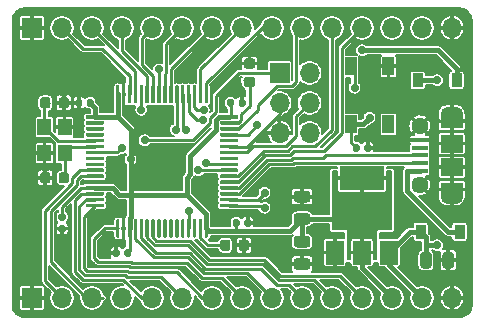
<source format=gbr>
%TF.GenerationSoftware,KiCad,Pcbnew,5.1.6+dfsg1-1*%
%TF.CreationDate,2020-06-20T18:18:21+08:00*%
%TF.ProjectId,stm32dev,73746d33-3264-4657-962e-6b696361645f,a*%
%TF.SameCoordinates,Original*%
%TF.FileFunction,Copper,L1,Top*%
%TF.FilePolarity,Positive*%
%FSLAX46Y46*%
G04 Gerber Fmt 4.6, Leading zero omitted, Abs format (unit mm)*
G04 Created by KiCad (PCBNEW 5.1.6+dfsg1-1) date 2020-06-20 18:18:21*
%MOMM*%
%LPD*%
G01*
G04 APERTURE LIST*
%TA.AperFunction,SMDPad,CuDef*%
%ADD10R,0.900000X1.200000*%
%TD*%
%TA.AperFunction,SMDPad,CuDef*%
%ADD11R,1.000000X1.500000*%
%TD*%
%TA.AperFunction,ComponentPad*%
%ADD12O,1.700000X1.700000*%
%TD*%
%TA.AperFunction,ComponentPad*%
%ADD13R,1.700000X1.700000*%
%TD*%
%TA.AperFunction,SMDPad,CuDef*%
%ADD14R,1.900000X1.200000*%
%TD*%
%TA.AperFunction,ComponentPad*%
%ADD15O,1.900000X1.200000*%
%TD*%
%TA.AperFunction,SMDPad,CuDef*%
%ADD16R,1.900000X1.500000*%
%TD*%
%TA.AperFunction,ComponentPad*%
%ADD17C,1.450000*%
%TD*%
%TA.AperFunction,SMDPad,CuDef*%
%ADD18R,1.350000X0.400000*%
%TD*%
%TA.AperFunction,SMDPad,CuDef*%
%ADD19R,1.500000X2.000000*%
%TD*%
%TA.AperFunction,SMDPad,CuDef*%
%ADD20R,3.800000X2.000000*%
%TD*%
%TA.AperFunction,SMDPad,CuDef*%
%ADD21R,1.200000X1.400000*%
%TD*%
%TA.AperFunction,ViaPad*%
%ADD22C,0.700000*%
%TD*%
%TA.AperFunction,Conductor*%
%ADD23C,0.381000*%
%TD*%
%TA.AperFunction,Conductor*%
%ADD24C,0.228600*%
%TD*%
%TA.AperFunction,Conductor*%
%ADD25C,0.152400*%
%TD*%
G04 APERTURE END LIST*
D10*
%TO.P,D3,2*%
%TO.N,Net-(D3-Pad2)*%
X173100000Y-90805000D03*
%TO.P,D3,1*%
%TO.N,VBUS*%
X169800000Y-90805000D03*
%TD*%
%TO.P,D1,2*%
%TO.N,Net-(D1-Pad2)*%
X173354000Y-103632000D03*
%TO.P,D1,1*%
%TO.N,VBUS*%
X170054000Y-103632000D03*
%TD*%
%TO.P,C10,2*%
%TO.N,GND*%
%TA.AperFunction,SMDPad,CuDef*%
G36*
G01*
X138715000Y-98803750D02*
X138715000Y-99316250D01*
G75*
G02*
X138496250Y-99535000I-218750J0D01*
G01*
X138058750Y-99535000D01*
G75*
G02*
X137840000Y-99316250I0J218750D01*
G01*
X137840000Y-98803750D01*
G75*
G02*
X138058750Y-98585000I218750J0D01*
G01*
X138496250Y-98585000D01*
G75*
G02*
X138715000Y-98803750I0J-218750D01*
G01*
G37*
%TD.AperFunction*%
%TO.P,C10,1*%
%TO.N,Net-(C10-Pad1)*%
%TA.AperFunction,SMDPad,CuDef*%
G36*
G01*
X140290000Y-98803750D02*
X140290000Y-99316250D01*
G75*
G02*
X140071250Y-99535000I-218750J0D01*
G01*
X139633750Y-99535000D01*
G75*
G02*
X139415000Y-99316250I0J218750D01*
G01*
X139415000Y-98803750D01*
G75*
G02*
X139633750Y-98585000I218750J0D01*
G01*
X140071250Y-98585000D01*
G75*
G02*
X140290000Y-98803750I0J-218750D01*
G01*
G37*
%TD.AperFunction*%
%TD*%
%TO.P,C6,2*%
%TO.N,GND*%
%TA.AperFunction,SMDPad,CuDef*%
G36*
G01*
X139415000Y-92966250D02*
X139415000Y-92453750D01*
G75*
G02*
X139633750Y-92235000I218750J0D01*
G01*
X140071250Y-92235000D01*
G75*
G02*
X140290000Y-92453750I0J-218750D01*
G01*
X140290000Y-92966250D01*
G75*
G02*
X140071250Y-93185000I-218750J0D01*
G01*
X139633750Y-93185000D01*
G75*
G02*
X139415000Y-92966250I0J218750D01*
G01*
G37*
%TD.AperFunction*%
%TO.P,C6,1*%
%TO.N,Net-(C6-Pad1)*%
%TA.AperFunction,SMDPad,CuDef*%
G36*
G01*
X137840000Y-92966250D02*
X137840000Y-92453750D01*
G75*
G02*
X138058750Y-92235000I218750J0D01*
G01*
X138496250Y-92235000D01*
G75*
G02*
X138715000Y-92453750I0J-218750D01*
G01*
X138715000Y-92966250D01*
G75*
G02*
X138496250Y-93185000I-218750J0D01*
G01*
X138058750Y-93185000D01*
G75*
G02*
X137840000Y-92966250I0J218750D01*
G01*
G37*
%TD.AperFunction*%
%TD*%
%TO.P,C13,2*%
%TO.N,GND*%
%TA.AperFunction,SMDPad,CuDef*%
G36*
G01*
X155831250Y-89820000D02*
X155318750Y-89820000D01*
G75*
G02*
X155100000Y-89601250I0J218750D01*
G01*
X155100000Y-89163750D01*
G75*
G02*
X155318750Y-88945000I218750J0D01*
G01*
X155831250Y-88945000D01*
G75*
G02*
X156050000Y-89163750I0J-218750D01*
G01*
X156050000Y-89601250D01*
G75*
G02*
X155831250Y-89820000I-218750J0D01*
G01*
G37*
%TD.AperFunction*%
%TO.P,C13,1*%
%TO.N,Net-(C13-Pad1)*%
%TA.AperFunction,SMDPad,CuDef*%
G36*
G01*
X155831250Y-91395000D02*
X155318750Y-91395000D01*
G75*
G02*
X155100000Y-91176250I0J218750D01*
G01*
X155100000Y-90738750D01*
G75*
G02*
X155318750Y-90520000I218750J0D01*
G01*
X155831250Y-90520000D01*
G75*
G02*
X156050000Y-90738750I0J-218750D01*
G01*
X156050000Y-91176250D01*
G75*
G02*
X155831250Y-91395000I-218750J0D01*
G01*
G37*
%TD.AperFunction*%
%TD*%
%TO.P,C12,2*%
%TO.N,GND*%
%TA.AperFunction,SMDPad,CuDef*%
G36*
G01*
X154655000Y-105031250D02*
X154655000Y-104518750D01*
G75*
G02*
X154873750Y-104300000I218750J0D01*
G01*
X155311250Y-104300000D01*
G75*
G02*
X155530000Y-104518750I0J-218750D01*
G01*
X155530000Y-105031250D01*
G75*
G02*
X155311250Y-105250000I-218750J0D01*
G01*
X154873750Y-105250000D01*
G75*
G02*
X154655000Y-105031250I0J218750D01*
G01*
G37*
%TD.AperFunction*%
%TO.P,C12,1*%
%TO.N,Net-(C12-Pad1)*%
%TA.AperFunction,SMDPad,CuDef*%
G36*
G01*
X153080000Y-105031250D02*
X153080000Y-104518750D01*
G75*
G02*
X153298750Y-104300000I218750J0D01*
G01*
X153736250Y-104300000D01*
G75*
G02*
X153955000Y-104518750I0J-218750D01*
G01*
X153955000Y-105031250D01*
G75*
G02*
X153736250Y-105250000I-218750J0D01*
G01*
X153298750Y-105250000D01*
G75*
G02*
X153080000Y-105031250I0J218750D01*
G01*
G37*
%TD.AperFunction*%
%TD*%
%TO.P,C11,2*%
%TO.N,GND*%
%TA.AperFunction,SMDPad,CuDef*%
G36*
G01*
X141415000Y-92537500D02*
X141415000Y-92882500D01*
G75*
G02*
X141267500Y-93030000I-147500J0D01*
G01*
X140972500Y-93030000D01*
G75*
G02*
X140825000Y-92882500I0J147500D01*
G01*
X140825000Y-92537500D01*
G75*
G02*
X140972500Y-92390000I147500J0D01*
G01*
X141267500Y-92390000D01*
G75*
G02*
X141415000Y-92537500I0J-147500D01*
G01*
G37*
%TD.AperFunction*%
%TO.P,C11,1*%
%TO.N,VCC*%
%TA.AperFunction,SMDPad,CuDef*%
G36*
G01*
X142385000Y-92537500D02*
X142385000Y-92882500D01*
G75*
G02*
X142237500Y-93030000I-147500J0D01*
G01*
X141942500Y-93030000D01*
G75*
G02*
X141795000Y-92882500I0J147500D01*
G01*
X141795000Y-92537500D01*
G75*
G02*
X141942500Y-92390000I147500J0D01*
G01*
X142237500Y-92390000D01*
G75*
G02*
X142385000Y-92537500I0J-147500D01*
G01*
G37*
%TD.AperFunction*%
%TD*%
%TO.P,C9,2*%
%TO.N,GND*%
%TA.AperFunction,SMDPad,CuDef*%
G36*
G01*
X139527500Y-103060000D02*
X139872500Y-103060000D01*
G75*
G02*
X140020000Y-103207500I0J-147500D01*
G01*
X140020000Y-103502500D01*
G75*
G02*
X139872500Y-103650000I-147500J0D01*
G01*
X139527500Y-103650000D01*
G75*
G02*
X139380000Y-103502500I0J147500D01*
G01*
X139380000Y-103207500D01*
G75*
G02*
X139527500Y-103060000I147500J0D01*
G01*
G37*
%TD.AperFunction*%
%TO.P,C9,1*%
%TO.N,VCC*%
%TA.AperFunction,SMDPad,CuDef*%
G36*
G01*
X139527500Y-102090000D02*
X139872500Y-102090000D01*
G75*
G02*
X140020000Y-102237500I0J-147500D01*
G01*
X140020000Y-102532500D01*
G75*
G02*
X139872500Y-102680000I-147500J0D01*
G01*
X139527500Y-102680000D01*
G75*
G02*
X139380000Y-102532500I0J147500D01*
G01*
X139380000Y-102237500D01*
G75*
G02*
X139527500Y-102090000I147500J0D01*
G01*
G37*
%TD.AperFunction*%
%TD*%
%TO.P,C8,2*%
%TO.N,GND*%
%TA.AperFunction,SMDPad,CuDef*%
G36*
G01*
X155130000Y-103042500D02*
X155130000Y-102697500D01*
G75*
G02*
X155277500Y-102550000I147500J0D01*
G01*
X155572500Y-102550000D01*
G75*
G02*
X155720000Y-102697500I0J-147500D01*
G01*
X155720000Y-103042500D01*
G75*
G02*
X155572500Y-103190000I-147500J0D01*
G01*
X155277500Y-103190000D01*
G75*
G02*
X155130000Y-103042500I0J147500D01*
G01*
G37*
%TD.AperFunction*%
%TO.P,C8,1*%
%TO.N,VCC*%
%TA.AperFunction,SMDPad,CuDef*%
G36*
G01*
X154160000Y-103042500D02*
X154160000Y-102697500D01*
G75*
G02*
X154307500Y-102550000I147500J0D01*
G01*
X154602500Y-102550000D01*
G75*
G02*
X154750000Y-102697500I0J-147500D01*
G01*
X154750000Y-103042500D01*
G75*
G02*
X154602500Y-103190000I-147500J0D01*
G01*
X154307500Y-103190000D01*
G75*
G02*
X154160000Y-103042500I0J147500D01*
G01*
G37*
%TD.AperFunction*%
%TD*%
%TO.P,C7,2*%
%TO.N,GND*%
%TA.AperFunction,SMDPad,CuDef*%
G36*
G01*
X154645000Y-92882500D02*
X154645000Y-92537500D01*
G75*
G02*
X154792500Y-92390000I147500J0D01*
G01*
X155087500Y-92390000D01*
G75*
G02*
X155235000Y-92537500I0J-147500D01*
G01*
X155235000Y-92882500D01*
G75*
G02*
X155087500Y-93030000I-147500J0D01*
G01*
X154792500Y-93030000D01*
G75*
G02*
X154645000Y-92882500I0J147500D01*
G01*
G37*
%TD.AperFunction*%
%TO.P,C7,1*%
%TO.N,VCC*%
%TA.AperFunction,SMDPad,CuDef*%
G36*
G01*
X153675000Y-92882500D02*
X153675000Y-92537500D01*
G75*
G02*
X153822500Y-92390000I147500J0D01*
G01*
X154117500Y-92390000D01*
G75*
G02*
X154265000Y-92537500I0J-147500D01*
G01*
X154265000Y-92882500D01*
G75*
G02*
X154117500Y-93030000I-147500J0D01*
G01*
X153822500Y-93030000D01*
G75*
G02*
X153675000Y-92882500I0J147500D01*
G01*
G37*
%TD.AperFunction*%
%TD*%
%TO.P,C5,2*%
%TO.N,GND*%
%TA.AperFunction,SMDPad,CuDef*%
G36*
G01*
X144590000Y-105237500D02*
X144590000Y-105582500D01*
G75*
G02*
X144442500Y-105730000I-147500J0D01*
G01*
X144147500Y-105730000D01*
G75*
G02*
X144000000Y-105582500I0J147500D01*
G01*
X144000000Y-105237500D01*
G75*
G02*
X144147500Y-105090000I147500J0D01*
G01*
X144442500Y-105090000D01*
G75*
G02*
X144590000Y-105237500I0J-147500D01*
G01*
G37*
%TD.AperFunction*%
%TO.P,C5,1*%
%TO.N,VCC*%
%TA.AperFunction,SMDPad,CuDef*%
G36*
G01*
X145560000Y-105237500D02*
X145560000Y-105582500D01*
G75*
G02*
X145412500Y-105730000I-147500J0D01*
G01*
X145117500Y-105730000D01*
G75*
G02*
X144970000Y-105582500I0J147500D01*
G01*
X144970000Y-105237500D01*
G75*
G02*
X145117500Y-105090000I147500J0D01*
G01*
X145412500Y-105090000D01*
G75*
G02*
X145560000Y-105237500I0J-147500D01*
G01*
G37*
%TD.AperFunction*%
%TD*%
D11*
%TO.P,D2,1*%
%TO.N,VCC*%
X164135000Y-94525000D03*
%TO.P,D2,2*%
%TO.N,Net-(D2-Pad2)*%
X167335000Y-94525000D03*
%TO.P,D2,4*%
%TO.N,RGB*%
X164135000Y-89625000D03*
%TO.P,D2,3*%
%TO.N,GND*%
X167335000Y-89625000D03*
%TD*%
D12*
%TO.P,J5,6*%
%TO.N,0*%
X160655000Y-95250000D03*
%TO.P,J5,5*%
%TO.N,GND*%
X158115000Y-95250000D03*
%TO.P,J5,4*%
%TO.N,RXD*%
X160655000Y-92710000D03*
%TO.P,J5,3*%
%TO.N,TXD*%
X158115000Y-92710000D03*
%TO.P,J5,2*%
%TO.N,Net-(D3-Pad2)*%
X160655000Y-90170000D03*
D13*
%TO.P,J5,1*%
%TO.N,EN*%
X158115000Y-90170000D03*
%TD*%
D12*
%TO.P,J4,15*%
%TO.N,GND*%
X172720000Y-86360000D03*
%TO.P,J4,14*%
%TO.N,PB12_CAN2_RX*%
X170180000Y-86360000D03*
%TO.P,J4,13*%
%TO.N,PB13_CAN2_TX*%
X167640000Y-86360000D03*
%TO.P,J4,12*%
%TO.N,PC6*%
X165100000Y-86360000D03*
%TO.P,J4,11*%
%TO.N,PC7*%
X162560000Y-86360000D03*
%TO.P,J4,10*%
%TO.N,PA13_JMS*%
X160020000Y-86360000D03*
%TO.P,J4,9*%
%TO.N,PA14_JCLK*%
X157480000Y-86360000D03*
%TO.P,J4,8*%
%TO.N,PA15_JDI*%
X154940000Y-86360000D03*
%TO.P,J4,7*%
%TO.N,PB3_JDO*%
X152400000Y-86360000D03*
%TO.P,J4,6*%
%TO.N,PB4_JRST*%
X149860000Y-86360000D03*
%TO.P,J4,5*%
%TO.N,PB6_SCL*%
X147320000Y-86360000D03*
%TO.P,J4,4*%
%TO.N,PB7_SDA*%
X144780000Y-86360000D03*
%TO.P,J4,3*%
%TO.N,PB8_CAN1_TX*%
X142240000Y-86360000D03*
%TO.P,J4,2*%
%TO.N,PB9_CAN1_RX*%
X139700000Y-86360000D03*
D13*
%TO.P,J4,1*%
%TO.N,GND*%
X137160000Y-86360000D03*
%TD*%
D12*
%TO.P,J3,15*%
%TO.N,GND*%
X172720000Y-109220000D03*
%TO.P,J3,14*%
%TO.N,VBUS*%
X170180000Y-109220000D03*
%TO.P,J3,13*%
%TO.N,VCC*%
X167640000Y-109220000D03*
%TO.P,J3,12*%
%TO.N,PA7_AI1*%
X165100000Y-109220000D03*
%TO.P,J3,11*%
%TO.N,PA6_AI0*%
X162560000Y-109220000D03*
%TO.P,J3,10*%
%TO.N,PA5_AO1*%
X160020000Y-109220000D03*
%TO.P,J3,9*%
%TO.N,PA4_AO0*%
X157480000Y-109220000D03*
%TO.P,J3,8*%
%TO.N,PA3_U2_RX*%
X154940000Y-109220000D03*
%TO.P,J3,7*%
%TO.N,PA2_U2_TX*%
X152400000Y-109220000D03*
%TO.P,J3,6*%
%TO.N,PA1*%
X149860000Y-109220000D03*
%TO.P,J3,5*%
%TO.N,PA0*%
X147320000Y-109220000D03*
%TO.P,J3,4*%
%TO.N,PB10_SCK*%
X144780000Y-109220000D03*
%TO.P,J3,3*%
%TO.N,PC3_MOSI*%
X142240000Y-109220000D03*
%TO.P,J3,2*%
%TO.N,PC2_MISO*%
X139700000Y-109220000D03*
D13*
%TO.P,J3,1*%
%TO.N,GND*%
X137160000Y-109220000D03*
%TD*%
D14*
%TO.P,J1,6*%
%TO.N,GND*%
X172687500Y-100055000D03*
X172687500Y-94255000D03*
D15*
X172687500Y-93655000D03*
X172687500Y-100655000D03*
D16*
X172687500Y-98155000D03*
D17*
X169987500Y-94655000D03*
D18*
%TO.P,J1,3*%
%TO.N,DP*%
X169987500Y-97155000D03*
%TO.P,J1,4*%
%TO.N,Net-(J1-Pad4)*%
X169987500Y-96505000D03*
%TO.P,J1,5*%
%TO.N,GND*%
X169987500Y-95855000D03*
%TO.P,J1,1*%
%TO.N,Net-(D1-Pad2)*%
X169987500Y-98455000D03*
%TO.P,J1,2*%
%TO.N,DM*%
X169987500Y-97805000D03*
D17*
%TO.P,J1,6*%
%TO.N,GND*%
X169987500Y-99655000D03*
D16*
X172687500Y-96155000D03*
%TD*%
D19*
%TO.P,U1,1*%
%TO.N,GND*%
X162800000Y-105385000D03*
%TO.P,U1,3*%
%TO.N,VBUS*%
X167400000Y-105385000D03*
%TO.P,U1,2*%
%TO.N,VCC*%
X165100000Y-105385000D03*
D20*
X165100000Y-99085000D03*
%TD*%
%TO.P,C4,2*%
%TO.N,GND*%
%TA.AperFunction,SMDPad,CuDef*%
G36*
G01*
X165290000Y-96692500D02*
X165290000Y-96347500D01*
G75*
G02*
X165437500Y-96200000I147500J0D01*
G01*
X165732500Y-96200000D01*
G75*
G02*
X165880000Y-96347500I0J-147500D01*
G01*
X165880000Y-96692500D01*
G75*
G02*
X165732500Y-96840000I-147500J0D01*
G01*
X165437500Y-96840000D01*
G75*
G02*
X165290000Y-96692500I0J147500D01*
G01*
G37*
%TD.AperFunction*%
%TO.P,C4,1*%
%TO.N,VCC*%
%TA.AperFunction,SMDPad,CuDef*%
G36*
G01*
X164320000Y-96692500D02*
X164320000Y-96347500D01*
G75*
G02*
X164467500Y-96200000I147500J0D01*
G01*
X164762500Y-96200000D01*
G75*
G02*
X164910000Y-96347500I0J-147500D01*
G01*
X164910000Y-96692500D01*
G75*
G02*
X164762500Y-96840000I-147500J0D01*
G01*
X164467500Y-96840000D01*
G75*
G02*
X164320000Y-96692500I0J147500D01*
G01*
G37*
%TD.AperFunction*%
%TD*%
%TO.P,C3,2*%
%TO.N,GND*%
%TA.AperFunction,SMDPad,CuDef*%
G36*
G01*
X160476250Y-101150000D02*
X159563750Y-101150000D01*
G75*
G02*
X159320000Y-100906250I0J243750D01*
G01*
X159320000Y-100418750D01*
G75*
G02*
X159563750Y-100175000I243750J0D01*
G01*
X160476250Y-100175000D01*
G75*
G02*
X160720000Y-100418750I0J-243750D01*
G01*
X160720000Y-100906250D01*
G75*
G02*
X160476250Y-101150000I-243750J0D01*
G01*
G37*
%TD.AperFunction*%
%TO.P,C3,1*%
%TO.N,VCC*%
%TA.AperFunction,SMDPad,CuDef*%
G36*
G01*
X160476250Y-103025000D02*
X159563750Y-103025000D01*
G75*
G02*
X159320000Y-102781250I0J243750D01*
G01*
X159320000Y-102293750D01*
G75*
G02*
X159563750Y-102050000I243750J0D01*
G01*
X160476250Y-102050000D01*
G75*
G02*
X160720000Y-102293750I0J-243750D01*
G01*
X160720000Y-102781250D01*
G75*
G02*
X160476250Y-103025000I-243750J0D01*
G01*
G37*
%TD.AperFunction*%
%TD*%
%TO.P,C2,2*%
%TO.N,GND*%
%TA.AperFunction,SMDPad,CuDef*%
G36*
G01*
X159563750Y-105860000D02*
X160476250Y-105860000D01*
G75*
G02*
X160720000Y-106103750I0J-243750D01*
G01*
X160720000Y-106591250D01*
G75*
G02*
X160476250Y-106835000I-243750J0D01*
G01*
X159563750Y-106835000D01*
G75*
G02*
X159320000Y-106591250I0J243750D01*
G01*
X159320000Y-106103750D01*
G75*
G02*
X159563750Y-105860000I243750J0D01*
G01*
G37*
%TD.AperFunction*%
%TO.P,C2,1*%
%TO.N,VCC*%
%TA.AperFunction,SMDPad,CuDef*%
G36*
G01*
X159563750Y-103985000D02*
X160476250Y-103985000D01*
G75*
G02*
X160720000Y-104228750I0J-243750D01*
G01*
X160720000Y-104716250D01*
G75*
G02*
X160476250Y-104960000I-243750J0D01*
G01*
X159563750Y-104960000D01*
G75*
G02*
X159320000Y-104716250I0J243750D01*
G01*
X159320000Y-104228750D01*
G75*
G02*
X159563750Y-103985000I243750J0D01*
G01*
G37*
%TD.AperFunction*%
%TD*%
%TO.P,C1,2*%
%TO.N,GND*%
%TA.AperFunction,SMDPad,CuDef*%
G36*
G01*
X171900000Y-106501250D02*
X171900000Y-105588750D01*
G75*
G02*
X172143750Y-105345000I243750J0D01*
G01*
X172631250Y-105345000D01*
G75*
G02*
X172875000Y-105588750I0J-243750D01*
G01*
X172875000Y-106501250D01*
G75*
G02*
X172631250Y-106745000I-243750J0D01*
G01*
X172143750Y-106745000D01*
G75*
G02*
X171900000Y-106501250I0J243750D01*
G01*
G37*
%TD.AperFunction*%
%TO.P,C1,1*%
%TO.N,VBUS*%
%TA.AperFunction,SMDPad,CuDef*%
G36*
G01*
X170025000Y-106501250D02*
X170025000Y-105588750D01*
G75*
G02*
X170268750Y-105345000I243750J0D01*
G01*
X170756250Y-105345000D01*
G75*
G02*
X171000000Y-105588750I0J-243750D01*
G01*
X171000000Y-106501250D01*
G75*
G02*
X170756250Y-106745000I-243750J0D01*
G01*
X170268750Y-106745000D01*
G75*
G02*
X170025000Y-106501250I0J243750D01*
G01*
G37*
%TD.AperFunction*%
%TD*%
D21*
%TO.P,Y1,4*%
%TO.N,GND*%
X139915000Y-94785000D03*
%TO.P,Y1,3*%
%TO.N,Net-(C10-Pad1)*%
X139915000Y-96985000D03*
%TO.P,Y1,2*%
%TO.N,GND*%
X138215000Y-96985000D03*
%TO.P,Y1,1*%
%TO.N,Net-(C6-Pad1)*%
X138215000Y-94785000D03*
%TD*%
%TO.P,U2,64*%
%TO.N,VCC*%
%TA.AperFunction,SMDPad,CuDef*%
G36*
G01*
X144265000Y-92690000D02*
X144265000Y-91290000D01*
G75*
G02*
X144340000Y-91215000I75000J0D01*
G01*
X144490000Y-91215000D01*
G75*
G02*
X144565000Y-91290000I0J-75000D01*
G01*
X144565000Y-92690000D01*
G75*
G02*
X144490000Y-92765000I-75000J0D01*
G01*
X144340000Y-92765000D01*
G75*
G02*
X144265000Y-92690000I0J75000D01*
G01*
G37*
%TD.AperFunction*%
%TO.P,U2,63*%
%TO.N,GND*%
%TA.AperFunction,SMDPad,CuDef*%
G36*
G01*
X144765000Y-92690000D02*
X144765000Y-91290000D01*
G75*
G02*
X144840000Y-91215000I75000J0D01*
G01*
X144990000Y-91215000D01*
G75*
G02*
X145065000Y-91290000I0J-75000D01*
G01*
X145065000Y-92690000D01*
G75*
G02*
X144990000Y-92765000I-75000J0D01*
G01*
X144840000Y-92765000D01*
G75*
G02*
X144765000Y-92690000I0J75000D01*
G01*
G37*
%TD.AperFunction*%
%TO.P,U2,62*%
%TO.N,PB9_CAN1_RX*%
%TA.AperFunction,SMDPad,CuDef*%
G36*
G01*
X145265000Y-92690000D02*
X145265000Y-91290000D01*
G75*
G02*
X145340000Y-91215000I75000J0D01*
G01*
X145490000Y-91215000D01*
G75*
G02*
X145565000Y-91290000I0J-75000D01*
G01*
X145565000Y-92690000D01*
G75*
G02*
X145490000Y-92765000I-75000J0D01*
G01*
X145340000Y-92765000D01*
G75*
G02*
X145265000Y-92690000I0J75000D01*
G01*
G37*
%TD.AperFunction*%
%TO.P,U2,61*%
%TO.N,PB8_CAN1_TX*%
%TA.AperFunction,SMDPad,CuDef*%
G36*
G01*
X145765000Y-92690000D02*
X145765000Y-91290000D01*
G75*
G02*
X145840000Y-91215000I75000J0D01*
G01*
X145990000Y-91215000D01*
G75*
G02*
X146065000Y-91290000I0J-75000D01*
G01*
X146065000Y-92690000D01*
G75*
G02*
X145990000Y-92765000I-75000J0D01*
G01*
X145840000Y-92765000D01*
G75*
G02*
X145765000Y-92690000I0J75000D01*
G01*
G37*
%TD.AperFunction*%
%TO.P,U2,60*%
%TO.N,0*%
%TA.AperFunction,SMDPad,CuDef*%
G36*
G01*
X146265000Y-92690000D02*
X146265000Y-91290000D01*
G75*
G02*
X146340000Y-91215000I75000J0D01*
G01*
X146490000Y-91215000D01*
G75*
G02*
X146565000Y-91290000I0J-75000D01*
G01*
X146565000Y-92690000D01*
G75*
G02*
X146490000Y-92765000I-75000J0D01*
G01*
X146340000Y-92765000D01*
G75*
G02*
X146265000Y-92690000I0J75000D01*
G01*
G37*
%TD.AperFunction*%
%TO.P,U2,59*%
%TO.N,PB7_SDA*%
%TA.AperFunction,SMDPad,CuDef*%
G36*
G01*
X146765000Y-92690000D02*
X146765000Y-91290000D01*
G75*
G02*
X146840000Y-91215000I75000J0D01*
G01*
X146990000Y-91215000D01*
G75*
G02*
X147065000Y-91290000I0J-75000D01*
G01*
X147065000Y-92690000D01*
G75*
G02*
X146990000Y-92765000I-75000J0D01*
G01*
X146840000Y-92765000D01*
G75*
G02*
X146765000Y-92690000I0J75000D01*
G01*
G37*
%TD.AperFunction*%
%TO.P,U2,58*%
%TO.N,PB6_SCL*%
%TA.AperFunction,SMDPad,CuDef*%
G36*
G01*
X147265000Y-92690000D02*
X147265000Y-91290000D01*
G75*
G02*
X147340000Y-91215000I75000J0D01*
G01*
X147490000Y-91215000D01*
G75*
G02*
X147565000Y-91290000I0J-75000D01*
G01*
X147565000Y-92690000D01*
G75*
G02*
X147490000Y-92765000I-75000J0D01*
G01*
X147340000Y-92765000D01*
G75*
G02*
X147265000Y-92690000I0J75000D01*
G01*
G37*
%TD.AperFunction*%
%TO.P,U2,57*%
%TO.N,SD_DET*%
%TA.AperFunction,SMDPad,CuDef*%
G36*
G01*
X147765000Y-92690000D02*
X147765000Y-91290000D01*
G75*
G02*
X147840000Y-91215000I75000J0D01*
G01*
X147990000Y-91215000D01*
G75*
G02*
X148065000Y-91290000I0J-75000D01*
G01*
X148065000Y-92690000D01*
G75*
G02*
X147990000Y-92765000I-75000J0D01*
G01*
X147840000Y-92765000D01*
G75*
G02*
X147765000Y-92690000I0J75000D01*
G01*
G37*
%TD.AperFunction*%
%TO.P,U2,56*%
%TO.N,PB4_JRST*%
%TA.AperFunction,SMDPad,CuDef*%
G36*
G01*
X148265000Y-92690000D02*
X148265000Y-91290000D01*
G75*
G02*
X148340000Y-91215000I75000J0D01*
G01*
X148490000Y-91215000D01*
G75*
G02*
X148565000Y-91290000I0J-75000D01*
G01*
X148565000Y-92690000D01*
G75*
G02*
X148490000Y-92765000I-75000J0D01*
G01*
X148340000Y-92765000D01*
G75*
G02*
X148265000Y-92690000I0J75000D01*
G01*
G37*
%TD.AperFunction*%
%TO.P,U2,55*%
%TO.N,PB3_JDO*%
%TA.AperFunction,SMDPad,CuDef*%
G36*
G01*
X148765000Y-92690000D02*
X148765000Y-91290000D01*
G75*
G02*
X148840000Y-91215000I75000J0D01*
G01*
X148990000Y-91215000D01*
G75*
G02*
X149065000Y-91290000I0J-75000D01*
G01*
X149065000Y-92690000D01*
G75*
G02*
X148990000Y-92765000I-75000J0D01*
G01*
X148840000Y-92765000D01*
G75*
G02*
X148765000Y-92690000I0J75000D01*
G01*
G37*
%TD.AperFunction*%
%TO.P,U2,54*%
%TO.N,SD_CMD*%
%TA.AperFunction,SMDPad,CuDef*%
G36*
G01*
X149265000Y-92690000D02*
X149265000Y-91290000D01*
G75*
G02*
X149340000Y-91215000I75000J0D01*
G01*
X149490000Y-91215000D01*
G75*
G02*
X149565000Y-91290000I0J-75000D01*
G01*
X149565000Y-92690000D01*
G75*
G02*
X149490000Y-92765000I-75000J0D01*
G01*
X149340000Y-92765000D01*
G75*
G02*
X149265000Y-92690000I0J75000D01*
G01*
G37*
%TD.AperFunction*%
%TO.P,U2,53*%
%TO.N,SD_CLK*%
%TA.AperFunction,SMDPad,CuDef*%
G36*
G01*
X149765000Y-92690000D02*
X149765000Y-91290000D01*
G75*
G02*
X149840000Y-91215000I75000J0D01*
G01*
X149990000Y-91215000D01*
G75*
G02*
X150065000Y-91290000I0J-75000D01*
G01*
X150065000Y-92690000D01*
G75*
G02*
X149990000Y-92765000I-75000J0D01*
G01*
X149840000Y-92765000D01*
G75*
G02*
X149765000Y-92690000I0J75000D01*
G01*
G37*
%TD.AperFunction*%
%TO.P,U2,52*%
%TO.N,SD_D3*%
%TA.AperFunction,SMDPad,CuDef*%
G36*
G01*
X150265000Y-92690000D02*
X150265000Y-91290000D01*
G75*
G02*
X150340000Y-91215000I75000J0D01*
G01*
X150490000Y-91215000D01*
G75*
G02*
X150565000Y-91290000I0J-75000D01*
G01*
X150565000Y-92690000D01*
G75*
G02*
X150490000Y-92765000I-75000J0D01*
G01*
X150340000Y-92765000D01*
G75*
G02*
X150265000Y-92690000I0J75000D01*
G01*
G37*
%TD.AperFunction*%
%TO.P,U2,51*%
%TO.N,SD_D2*%
%TA.AperFunction,SMDPad,CuDef*%
G36*
G01*
X150765000Y-92690000D02*
X150765000Y-91290000D01*
G75*
G02*
X150840000Y-91215000I75000J0D01*
G01*
X150990000Y-91215000D01*
G75*
G02*
X151065000Y-91290000I0J-75000D01*
G01*
X151065000Y-92690000D01*
G75*
G02*
X150990000Y-92765000I-75000J0D01*
G01*
X150840000Y-92765000D01*
G75*
G02*
X150765000Y-92690000I0J75000D01*
G01*
G37*
%TD.AperFunction*%
%TO.P,U2,50*%
%TO.N,PA15_JDI*%
%TA.AperFunction,SMDPad,CuDef*%
G36*
G01*
X151265000Y-92690000D02*
X151265000Y-91290000D01*
G75*
G02*
X151340000Y-91215000I75000J0D01*
G01*
X151490000Y-91215000D01*
G75*
G02*
X151565000Y-91290000I0J-75000D01*
G01*
X151565000Y-92690000D01*
G75*
G02*
X151490000Y-92765000I-75000J0D01*
G01*
X151340000Y-92765000D01*
G75*
G02*
X151265000Y-92690000I0J75000D01*
G01*
G37*
%TD.AperFunction*%
%TO.P,U2,49*%
%TO.N,PA14_JCLK*%
%TA.AperFunction,SMDPad,CuDef*%
G36*
G01*
X151765000Y-92690000D02*
X151765000Y-91290000D01*
G75*
G02*
X151840000Y-91215000I75000J0D01*
G01*
X151990000Y-91215000D01*
G75*
G02*
X152065000Y-91290000I0J-75000D01*
G01*
X152065000Y-92690000D01*
G75*
G02*
X151990000Y-92765000I-75000J0D01*
G01*
X151840000Y-92765000D01*
G75*
G02*
X151765000Y-92690000I0J75000D01*
G01*
G37*
%TD.AperFunction*%
%TO.P,U2,48*%
%TO.N,VCC*%
%TA.AperFunction,SMDPad,CuDef*%
G36*
G01*
X153065000Y-93990000D02*
X153065000Y-93840000D01*
G75*
G02*
X153140000Y-93765000I75000J0D01*
G01*
X154540000Y-93765000D01*
G75*
G02*
X154615000Y-93840000I0J-75000D01*
G01*
X154615000Y-93990000D01*
G75*
G02*
X154540000Y-94065000I-75000J0D01*
G01*
X153140000Y-94065000D01*
G75*
G02*
X153065000Y-93990000I0J75000D01*
G01*
G37*
%TD.AperFunction*%
%TO.P,U2,47*%
%TO.N,Net-(C13-Pad1)*%
%TA.AperFunction,SMDPad,CuDef*%
G36*
G01*
X153065000Y-94490000D02*
X153065000Y-94340000D01*
G75*
G02*
X153140000Y-94265000I75000J0D01*
G01*
X154540000Y-94265000D01*
G75*
G02*
X154615000Y-94340000I0J-75000D01*
G01*
X154615000Y-94490000D01*
G75*
G02*
X154540000Y-94565000I-75000J0D01*
G01*
X153140000Y-94565000D01*
G75*
G02*
X153065000Y-94490000I0J75000D01*
G01*
G37*
%TD.AperFunction*%
%TO.P,U2,46*%
%TO.N,PA13_JMS*%
%TA.AperFunction,SMDPad,CuDef*%
G36*
G01*
X153065000Y-94990000D02*
X153065000Y-94840000D01*
G75*
G02*
X153140000Y-94765000I75000J0D01*
G01*
X154540000Y-94765000D01*
G75*
G02*
X154615000Y-94840000I0J-75000D01*
G01*
X154615000Y-94990000D01*
G75*
G02*
X154540000Y-95065000I-75000J0D01*
G01*
X153140000Y-95065000D01*
G75*
G02*
X153065000Y-94990000I0J75000D01*
G01*
G37*
%TD.AperFunction*%
%TO.P,U2,45*%
%TO.N,RGB*%
%TA.AperFunction,SMDPad,CuDef*%
G36*
G01*
X153065000Y-95490000D02*
X153065000Y-95340000D01*
G75*
G02*
X153140000Y-95265000I75000J0D01*
G01*
X154540000Y-95265000D01*
G75*
G02*
X154615000Y-95340000I0J-75000D01*
G01*
X154615000Y-95490000D01*
G75*
G02*
X154540000Y-95565000I-75000J0D01*
G01*
X153140000Y-95565000D01*
G75*
G02*
X153065000Y-95490000I0J75000D01*
G01*
G37*
%TD.AperFunction*%
%TO.P,U2,44*%
%TO.N,Net-(U2-Pad44)*%
%TA.AperFunction,SMDPad,CuDef*%
G36*
G01*
X153065000Y-95990000D02*
X153065000Y-95840000D01*
G75*
G02*
X153140000Y-95765000I75000J0D01*
G01*
X154540000Y-95765000D01*
G75*
G02*
X154615000Y-95840000I0J-75000D01*
G01*
X154615000Y-95990000D01*
G75*
G02*
X154540000Y-96065000I-75000J0D01*
G01*
X153140000Y-96065000D01*
G75*
G02*
X153065000Y-95990000I0J75000D01*
G01*
G37*
%TD.AperFunction*%
%TO.P,U2,43*%
%TO.N,TXD*%
%TA.AperFunction,SMDPad,CuDef*%
G36*
G01*
X153065000Y-96490000D02*
X153065000Y-96340000D01*
G75*
G02*
X153140000Y-96265000I75000J0D01*
G01*
X154540000Y-96265000D01*
G75*
G02*
X154615000Y-96340000I0J-75000D01*
G01*
X154615000Y-96490000D01*
G75*
G02*
X154540000Y-96565000I-75000J0D01*
G01*
X153140000Y-96565000D01*
G75*
G02*
X153065000Y-96490000I0J75000D01*
G01*
G37*
%TD.AperFunction*%
%TO.P,U2,42*%
%TO.N,RXD*%
%TA.AperFunction,SMDPad,CuDef*%
G36*
G01*
X153065000Y-96990000D02*
X153065000Y-96840000D01*
G75*
G02*
X153140000Y-96765000I75000J0D01*
G01*
X154540000Y-96765000D01*
G75*
G02*
X154615000Y-96840000I0J-75000D01*
G01*
X154615000Y-96990000D01*
G75*
G02*
X154540000Y-97065000I-75000J0D01*
G01*
X153140000Y-97065000D01*
G75*
G02*
X153065000Y-96990000I0J75000D01*
G01*
G37*
%TD.AperFunction*%
%TO.P,U2,41*%
%TO.N,Net-(U2-Pad41)*%
%TA.AperFunction,SMDPad,CuDef*%
G36*
G01*
X153065000Y-97490000D02*
X153065000Y-97340000D01*
G75*
G02*
X153140000Y-97265000I75000J0D01*
G01*
X154540000Y-97265000D01*
G75*
G02*
X154615000Y-97340000I0J-75000D01*
G01*
X154615000Y-97490000D01*
G75*
G02*
X154540000Y-97565000I-75000J0D01*
G01*
X153140000Y-97565000D01*
G75*
G02*
X153065000Y-97490000I0J75000D01*
G01*
G37*
%TD.AperFunction*%
%TO.P,U2,40*%
%TO.N,SD_D1*%
%TA.AperFunction,SMDPad,CuDef*%
G36*
G01*
X153065000Y-97990000D02*
X153065000Y-97840000D01*
G75*
G02*
X153140000Y-97765000I75000J0D01*
G01*
X154540000Y-97765000D01*
G75*
G02*
X154615000Y-97840000I0J-75000D01*
G01*
X154615000Y-97990000D01*
G75*
G02*
X154540000Y-98065000I-75000J0D01*
G01*
X153140000Y-98065000D01*
G75*
G02*
X153065000Y-97990000I0J75000D01*
G01*
G37*
%TD.AperFunction*%
%TO.P,U2,39*%
%TO.N,SD_D0*%
%TA.AperFunction,SMDPad,CuDef*%
G36*
G01*
X153065000Y-98490000D02*
X153065000Y-98340000D01*
G75*
G02*
X153140000Y-98265000I75000J0D01*
G01*
X154540000Y-98265000D01*
G75*
G02*
X154615000Y-98340000I0J-75000D01*
G01*
X154615000Y-98490000D01*
G75*
G02*
X154540000Y-98565000I-75000J0D01*
G01*
X153140000Y-98565000D01*
G75*
G02*
X153065000Y-98490000I0J75000D01*
G01*
G37*
%TD.AperFunction*%
%TO.P,U2,38*%
%TO.N,PC7*%
%TA.AperFunction,SMDPad,CuDef*%
G36*
G01*
X153065000Y-98990000D02*
X153065000Y-98840000D01*
G75*
G02*
X153140000Y-98765000I75000J0D01*
G01*
X154540000Y-98765000D01*
G75*
G02*
X154615000Y-98840000I0J-75000D01*
G01*
X154615000Y-98990000D01*
G75*
G02*
X154540000Y-99065000I-75000J0D01*
G01*
X153140000Y-99065000D01*
G75*
G02*
X153065000Y-98990000I0J75000D01*
G01*
G37*
%TD.AperFunction*%
%TO.P,U2,37*%
%TO.N,PC6*%
%TA.AperFunction,SMDPad,CuDef*%
G36*
G01*
X153065000Y-99490000D02*
X153065000Y-99340000D01*
G75*
G02*
X153140000Y-99265000I75000J0D01*
G01*
X154540000Y-99265000D01*
G75*
G02*
X154615000Y-99340000I0J-75000D01*
G01*
X154615000Y-99490000D01*
G75*
G02*
X154540000Y-99565000I-75000J0D01*
G01*
X153140000Y-99565000D01*
G75*
G02*
X153065000Y-99490000I0J75000D01*
G01*
G37*
%TD.AperFunction*%
%TO.P,U2,36*%
%TO.N,DP*%
%TA.AperFunction,SMDPad,CuDef*%
G36*
G01*
X153065000Y-99990000D02*
X153065000Y-99840000D01*
G75*
G02*
X153140000Y-99765000I75000J0D01*
G01*
X154540000Y-99765000D01*
G75*
G02*
X154615000Y-99840000I0J-75000D01*
G01*
X154615000Y-99990000D01*
G75*
G02*
X154540000Y-100065000I-75000J0D01*
G01*
X153140000Y-100065000D01*
G75*
G02*
X153065000Y-99990000I0J75000D01*
G01*
G37*
%TD.AperFunction*%
%TO.P,U2,35*%
%TO.N,DM*%
%TA.AperFunction,SMDPad,CuDef*%
G36*
G01*
X153065000Y-100490000D02*
X153065000Y-100340000D01*
G75*
G02*
X153140000Y-100265000I75000J0D01*
G01*
X154540000Y-100265000D01*
G75*
G02*
X154615000Y-100340000I0J-75000D01*
G01*
X154615000Y-100490000D01*
G75*
G02*
X154540000Y-100565000I-75000J0D01*
G01*
X153140000Y-100565000D01*
G75*
G02*
X153065000Y-100490000I0J75000D01*
G01*
G37*
%TD.AperFunction*%
%TO.P,U2,34*%
%TO.N,PB13_CAN2_TX*%
%TA.AperFunction,SMDPad,CuDef*%
G36*
G01*
X153065000Y-100990000D02*
X153065000Y-100840000D01*
G75*
G02*
X153140000Y-100765000I75000J0D01*
G01*
X154540000Y-100765000D01*
G75*
G02*
X154615000Y-100840000I0J-75000D01*
G01*
X154615000Y-100990000D01*
G75*
G02*
X154540000Y-101065000I-75000J0D01*
G01*
X153140000Y-101065000D01*
G75*
G02*
X153065000Y-100990000I0J75000D01*
G01*
G37*
%TD.AperFunction*%
%TO.P,U2,33*%
%TO.N,PB12_CAN2_RX*%
%TA.AperFunction,SMDPad,CuDef*%
G36*
G01*
X153065000Y-101490000D02*
X153065000Y-101340000D01*
G75*
G02*
X153140000Y-101265000I75000J0D01*
G01*
X154540000Y-101265000D01*
G75*
G02*
X154615000Y-101340000I0J-75000D01*
G01*
X154615000Y-101490000D01*
G75*
G02*
X154540000Y-101565000I-75000J0D01*
G01*
X153140000Y-101565000D01*
G75*
G02*
X153065000Y-101490000I0J75000D01*
G01*
G37*
%TD.AperFunction*%
%TO.P,U2,32*%
%TO.N,VCC*%
%TA.AperFunction,SMDPad,CuDef*%
G36*
G01*
X151765000Y-104040000D02*
X151765000Y-102640000D01*
G75*
G02*
X151840000Y-102565000I75000J0D01*
G01*
X151990000Y-102565000D01*
G75*
G02*
X152065000Y-102640000I0J-75000D01*
G01*
X152065000Y-104040000D01*
G75*
G02*
X151990000Y-104115000I-75000J0D01*
G01*
X151840000Y-104115000D01*
G75*
G02*
X151765000Y-104040000I0J75000D01*
G01*
G37*
%TD.AperFunction*%
%TO.P,U2,31*%
%TO.N,Net-(C12-Pad1)*%
%TA.AperFunction,SMDPad,CuDef*%
G36*
G01*
X151265000Y-104040000D02*
X151265000Y-102640000D01*
G75*
G02*
X151340000Y-102565000I75000J0D01*
G01*
X151490000Y-102565000D01*
G75*
G02*
X151565000Y-102640000I0J-75000D01*
G01*
X151565000Y-104040000D01*
G75*
G02*
X151490000Y-104115000I-75000J0D01*
G01*
X151340000Y-104115000D01*
G75*
G02*
X151265000Y-104040000I0J75000D01*
G01*
G37*
%TD.AperFunction*%
%TO.P,U2,30*%
%TO.N,Net-(U2-Pad30)*%
%TA.AperFunction,SMDPad,CuDef*%
G36*
G01*
X150765000Y-104040000D02*
X150765000Y-102640000D01*
G75*
G02*
X150840000Y-102565000I75000J0D01*
G01*
X150990000Y-102565000D01*
G75*
G02*
X151065000Y-102640000I0J-75000D01*
G01*
X151065000Y-104040000D01*
G75*
G02*
X150990000Y-104115000I-75000J0D01*
G01*
X150840000Y-104115000D01*
G75*
G02*
X150765000Y-104040000I0J75000D01*
G01*
G37*
%TD.AperFunction*%
%TO.P,U2,29*%
%TO.N,PB10_SCK*%
%TA.AperFunction,SMDPad,CuDef*%
G36*
G01*
X150265000Y-104040000D02*
X150265000Y-102640000D01*
G75*
G02*
X150340000Y-102565000I75000J0D01*
G01*
X150490000Y-102565000D01*
G75*
G02*
X150565000Y-102640000I0J-75000D01*
G01*
X150565000Y-104040000D01*
G75*
G02*
X150490000Y-104115000I-75000J0D01*
G01*
X150340000Y-104115000D01*
G75*
G02*
X150265000Y-104040000I0J75000D01*
G01*
G37*
%TD.AperFunction*%
%TO.P,U2,28*%
%TO.N,Net-(U2-Pad28)*%
%TA.AperFunction,SMDPad,CuDef*%
G36*
G01*
X149765000Y-104040000D02*
X149765000Y-102640000D01*
G75*
G02*
X149840000Y-102565000I75000J0D01*
G01*
X149990000Y-102565000D01*
G75*
G02*
X150065000Y-102640000I0J-75000D01*
G01*
X150065000Y-104040000D01*
G75*
G02*
X149990000Y-104115000I-75000J0D01*
G01*
X149840000Y-104115000D01*
G75*
G02*
X149765000Y-104040000I0J75000D01*
G01*
G37*
%TD.AperFunction*%
%TO.P,U2,27*%
%TO.N,Net-(U2-Pad27)*%
%TA.AperFunction,SMDPad,CuDef*%
G36*
G01*
X149265000Y-104040000D02*
X149265000Y-102640000D01*
G75*
G02*
X149340000Y-102565000I75000J0D01*
G01*
X149490000Y-102565000D01*
G75*
G02*
X149565000Y-102640000I0J-75000D01*
G01*
X149565000Y-104040000D01*
G75*
G02*
X149490000Y-104115000I-75000J0D01*
G01*
X149340000Y-104115000D01*
G75*
G02*
X149265000Y-104040000I0J75000D01*
G01*
G37*
%TD.AperFunction*%
%TO.P,U2,26*%
%TO.N,Net-(U2-Pad26)*%
%TA.AperFunction,SMDPad,CuDef*%
G36*
G01*
X148765000Y-104040000D02*
X148765000Y-102640000D01*
G75*
G02*
X148840000Y-102565000I75000J0D01*
G01*
X148990000Y-102565000D01*
G75*
G02*
X149065000Y-102640000I0J-75000D01*
G01*
X149065000Y-104040000D01*
G75*
G02*
X148990000Y-104115000I-75000J0D01*
G01*
X148840000Y-104115000D01*
G75*
G02*
X148765000Y-104040000I0J75000D01*
G01*
G37*
%TD.AperFunction*%
%TO.P,U2,25*%
%TO.N,Net-(U2-Pad25)*%
%TA.AperFunction,SMDPad,CuDef*%
G36*
G01*
X148265000Y-104040000D02*
X148265000Y-102640000D01*
G75*
G02*
X148340000Y-102565000I75000J0D01*
G01*
X148490000Y-102565000D01*
G75*
G02*
X148565000Y-102640000I0J-75000D01*
G01*
X148565000Y-104040000D01*
G75*
G02*
X148490000Y-104115000I-75000J0D01*
G01*
X148340000Y-104115000D01*
G75*
G02*
X148265000Y-104040000I0J75000D01*
G01*
G37*
%TD.AperFunction*%
%TO.P,U2,24*%
%TO.N,Net-(U2-Pad24)*%
%TA.AperFunction,SMDPad,CuDef*%
G36*
G01*
X147765000Y-104040000D02*
X147765000Y-102640000D01*
G75*
G02*
X147840000Y-102565000I75000J0D01*
G01*
X147990000Y-102565000D01*
G75*
G02*
X148065000Y-102640000I0J-75000D01*
G01*
X148065000Y-104040000D01*
G75*
G02*
X147990000Y-104115000I-75000J0D01*
G01*
X147840000Y-104115000D01*
G75*
G02*
X147765000Y-104040000I0J75000D01*
G01*
G37*
%TD.AperFunction*%
%TO.P,U2,23*%
%TO.N,PA7_AI1*%
%TA.AperFunction,SMDPad,CuDef*%
G36*
G01*
X147265000Y-104040000D02*
X147265000Y-102640000D01*
G75*
G02*
X147340000Y-102565000I75000J0D01*
G01*
X147490000Y-102565000D01*
G75*
G02*
X147565000Y-102640000I0J-75000D01*
G01*
X147565000Y-104040000D01*
G75*
G02*
X147490000Y-104115000I-75000J0D01*
G01*
X147340000Y-104115000D01*
G75*
G02*
X147265000Y-104040000I0J75000D01*
G01*
G37*
%TD.AperFunction*%
%TO.P,U2,22*%
%TO.N,PA6_AI0*%
%TA.AperFunction,SMDPad,CuDef*%
G36*
G01*
X146765000Y-104040000D02*
X146765000Y-102640000D01*
G75*
G02*
X146840000Y-102565000I75000J0D01*
G01*
X146990000Y-102565000D01*
G75*
G02*
X147065000Y-102640000I0J-75000D01*
G01*
X147065000Y-104040000D01*
G75*
G02*
X146990000Y-104115000I-75000J0D01*
G01*
X146840000Y-104115000D01*
G75*
G02*
X146765000Y-104040000I0J75000D01*
G01*
G37*
%TD.AperFunction*%
%TO.P,U2,21*%
%TO.N,PA5_AO1*%
%TA.AperFunction,SMDPad,CuDef*%
G36*
G01*
X146265000Y-104040000D02*
X146265000Y-102640000D01*
G75*
G02*
X146340000Y-102565000I75000J0D01*
G01*
X146490000Y-102565000D01*
G75*
G02*
X146565000Y-102640000I0J-75000D01*
G01*
X146565000Y-104040000D01*
G75*
G02*
X146490000Y-104115000I-75000J0D01*
G01*
X146340000Y-104115000D01*
G75*
G02*
X146265000Y-104040000I0J75000D01*
G01*
G37*
%TD.AperFunction*%
%TO.P,U2,20*%
%TO.N,PA4_AO0*%
%TA.AperFunction,SMDPad,CuDef*%
G36*
G01*
X145765000Y-104040000D02*
X145765000Y-102640000D01*
G75*
G02*
X145840000Y-102565000I75000J0D01*
G01*
X145990000Y-102565000D01*
G75*
G02*
X146065000Y-102640000I0J-75000D01*
G01*
X146065000Y-104040000D01*
G75*
G02*
X145990000Y-104115000I-75000J0D01*
G01*
X145840000Y-104115000D01*
G75*
G02*
X145765000Y-104040000I0J75000D01*
G01*
G37*
%TD.AperFunction*%
%TO.P,U2,19*%
%TO.N,VCC*%
%TA.AperFunction,SMDPad,CuDef*%
G36*
G01*
X145265000Y-104040000D02*
X145265000Y-102640000D01*
G75*
G02*
X145340000Y-102565000I75000J0D01*
G01*
X145490000Y-102565000D01*
G75*
G02*
X145565000Y-102640000I0J-75000D01*
G01*
X145565000Y-104040000D01*
G75*
G02*
X145490000Y-104115000I-75000J0D01*
G01*
X145340000Y-104115000D01*
G75*
G02*
X145265000Y-104040000I0J75000D01*
G01*
G37*
%TD.AperFunction*%
%TO.P,U2,18*%
%TO.N,GND*%
%TA.AperFunction,SMDPad,CuDef*%
G36*
G01*
X144765000Y-104040000D02*
X144765000Y-102640000D01*
G75*
G02*
X144840000Y-102565000I75000J0D01*
G01*
X144990000Y-102565000D01*
G75*
G02*
X145065000Y-102640000I0J-75000D01*
G01*
X145065000Y-104040000D01*
G75*
G02*
X144990000Y-104115000I-75000J0D01*
G01*
X144840000Y-104115000D01*
G75*
G02*
X144765000Y-104040000I0J75000D01*
G01*
G37*
%TD.AperFunction*%
%TO.P,U2,17*%
%TO.N,PA3_U2_RX*%
%TA.AperFunction,SMDPad,CuDef*%
G36*
G01*
X144265000Y-104040000D02*
X144265000Y-102640000D01*
G75*
G02*
X144340000Y-102565000I75000J0D01*
G01*
X144490000Y-102565000D01*
G75*
G02*
X144565000Y-102640000I0J-75000D01*
G01*
X144565000Y-104040000D01*
G75*
G02*
X144490000Y-104115000I-75000J0D01*
G01*
X144340000Y-104115000D01*
G75*
G02*
X144265000Y-104040000I0J75000D01*
G01*
G37*
%TD.AperFunction*%
%TO.P,U2,16*%
%TO.N,PA2_U2_TX*%
%TA.AperFunction,SMDPad,CuDef*%
G36*
G01*
X141715000Y-101490000D02*
X141715000Y-101340000D01*
G75*
G02*
X141790000Y-101265000I75000J0D01*
G01*
X143190000Y-101265000D01*
G75*
G02*
X143265000Y-101340000I0J-75000D01*
G01*
X143265000Y-101490000D01*
G75*
G02*
X143190000Y-101565000I-75000J0D01*
G01*
X141790000Y-101565000D01*
G75*
G02*
X141715000Y-101490000I0J75000D01*
G01*
G37*
%TD.AperFunction*%
%TO.P,U2,15*%
%TO.N,PA1*%
%TA.AperFunction,SMDPad,CuDef*%
G36*
G01*
X141715000Y-100990000D02*
X141715000Y-100840000D01*
G75*
G02*
X141790000Y-100765000I75000J0D01*
G01*
X143190000Y-100765000D01*
G75*
G02*
X143265000Y-100840000I0J-75000D01*
G01*
X143265000Y-100990000D01*
G75*
G02*
X143190000Y-101065000I-75000J0D01*
G01*
X141790000Y-101065000D01*
G75*
G02*
X141715000Y-100990000I0J75000D01*
G01*
G37*
%TD.AperFunction*%
%TO.P,U2,14*%
%TO.N,PA0*%
%TA.AperFunction,SMDPad,CuDef*%
G36*
G01*
X141715000Y-100490000D02*
X141715000Y-100340000D01*
G75*
G02*
X141790000Y-100265000I75000J0D01*
G01*
X143190000Y-100265000D01*
G75*
G02*
X143265000Y-100340000I0J-75000D01*
G01*
X143265000Y-100490000D01*
G75*
G02*
X143190000Y-100565000I-75000J0D01*
G01*
X141790000Y-100565000D01*
G75*
G02*
X141715000Y-100490000I0J75000D01*
G01*
G37*
%TD.AperFunction*%
%TO.P,U2,13*%
%TO.N,VCC*%
%TA.AperFunction,SMDPad,CuDef*%
G36*
G01*
X141715000Y-99990000D02*
X141715000Y-99840000D01*
G75*
G02*
X141790000Y-99765000I75000J0D01*
G01*
X143190000Y-99765000D01*
G75*
G02*
X143265000Y-99840000I0J-75000D01*
G01*
X143265000Y-99990000D01*
G75*
G02*
X143190000Y-100065000I-75000J0D01*
G01*
X141790000Y-100065000D01*
G75*
G02*
X141715000Y-99990000I0J75000D01*
G01*
G37*
%TD.AperFunction*%
%TO.P,U2,12*%
%TO.N,GND*%
%TA.AperFunction,SMDPad,CuDef*%
G36*
G01*
X141715000Y-99490000D02*
X141715000Y-99340000D01*
G75*
G02*
X141790000Y-99265000I75000J0D01*
G01*
X143190000Y-99265000D01*
G75*
G02*
X143265000Y-99340000I0J-75000D01*
G01*
X143265000Y-99490000D01*
G75*
G02*
X143190000Y-99565000I-75000J0D01*
G01*
X141790000Y-99565000D01*
G75*
G02*
X141715000Y-99490000I0J75000D01*
G01*
G37*
%TD.AperFunction*%
%TO.P,U2,11*%
%TO.N,PC3_MOSI*%
%TA.AperFunction,SMDPad,CuDef*%
G36*
G01*
X141715000Y-98990000D02*
X141715000Y-98840000D01*
G75*
G02*
X141790000Y-98765000I75000J0D01*
G01*
X143190000Y-98765000D01*
G75*
G02*
X143265000Y-98840000I0J-75000D01*
G01*
X143265000Y-98990000D01*
G75*
G02*
X143190000Y-99065000I-75000J0D01*
G01*
X141790000Y-99065000D01*
G75*
G02*
X141715000Y-98990000I0J75000D01*
G01*
G37*
%TD.AperFunction*%
%TO.P,U2,10*%
%TO.N,PC2_MISO*%
%TA.AperFunction,SMDPad,CuDef*%
G36*
G01*
X141715000Y-98490000D02*
X141715000Y-98340000D01*
G75*
G02*
X141790000Y-98265000I75000J0D01*
G01*
X143190000Y-98265000D01*
G75*
G02*
X143265000Y-98340000I0J-75000D01*
G01*
X143265000Y-98490000D01*
G75*
G02*
X143190000Y-98565000I-75000J0D01*
G01*
X141790000Y-98565000D01*
G75*
G02*
X141715000Y-98490000I0J75000D01*
G01*
G37*
%TD.AperFunction*%
%TO.P,U2,9*%
%TO.N,Net-(U2-Pad9)*%
%TA.AperFunction,SMDPad,CuDef*%
G36*
G01*
X141715000Y-97990000D02*
X141715000Y-97840000D01*
G75*
G02*
X141790000Y-97765000I75000J0D01*
G01*
X143190000Y-97765000D01*
G75*
G02*
X143265000Y-97840000I0J-75000D01*
G01*
X143265000Y-97990000D01*
G75*
G02*
X143190000Y-98065000I-75000J0D01*
G01*
X141790000Y-98065000D01*
G75*
G02*
X141715000Y-97990000I0J75000D01*
G01*
G37*
%TD.AperFunction*%
%TO.P,U2,8*%
%TO.N,Net-(U2-Pad8)*%
%TA.AperFunction,SMDPad,CuDef*%
G36*
G01*
X141715000Y-97490000D02*
X141715000Y-97340000D01*
G75*
G02*
X141790000Y-97265000I75000J0D01*
G01*
X143190000Y-97265000D01*
G75*
G02*
X143265000Y-97340000I0J-75000D01*
G01*
X143265000Y-97490000D01*
G75*
G02*
X143190000Y-97565000I-75000J0D01*
G01*
X141790000Y-97565000D01*
G75*
G02*
X141715000Y-97490000I0J75000D01*
G01*
G37*
%TD.AperFunction*%
%TO.P,U2,7*%
%TO.N,EN*%
%TA.AperFunction,SMDPad,CuDef*%
G36*
G01*
X141715000Y-96990000D02*
X141715000Y-96840000D01*
G75*
G02*
X141790000Y-96765000I75000J0D01*
G01*
X143190000Y-96765000D01*
G75*
G02*
X143265000Y-96840000I0J-75000D01*
G01*
X143265000Y-96990000D01*
G75*
G02*
X143190000Y-97065000I-75000J0D01*
G01*
X141790000Y-97065000D01*
G75*
G02*
X141715000Y-96990000I0J75000D01*
G01*
G37*
%TD.AperFunction*%
%TO.P,U2,6*%
%TO.N,Net-(C10-Pad1)*%
%TA.AperFunction,SMDPad,CuDef*%
G36*
G01*
X141715000Y-96490000D02*
X141715000Y-96340000D01*
G75*
G02*
X141790000Y-96265000I75000J0D01*
G01*
X143190000Y-96265000D01*
G75*
G02*
X143265000Y-96340000I0J-75000D01*
G01*
X143265000Y-96490000D01*
G75*
G02*
X143190000Y-96565000I-75000J0D01*
G01*
X141790000Y-96565000D01*
G75*
G02*
X141715000Y-96490000I0J75000D01*
G01*
G37*
%TD.AperFunction*%
%TO.P,U2,5*%
%TO.N,Net-(C6-Pad1)*%
%TA.AperFunction,SMDPad,CuDef*%
G36*
G01*
X141715000Y-95990000D02*
X141715000Y-95840000D01*
G75*
G02*
X141790000Y-95765000I75000J0D01*
G01*
X143190000Y-95765000D01*
G75*
G02*
X143265000Y-95840000I0J-75000D01*
G01*
X143265000Y-95990000D01*
G75*
G02*
X143190000Y-96065000I-75000J0D01*
G01*
X141790000Y-96065000D01*
G75*
G02*
X141715000Y-95990000I0J75000D01*
G01*
G37*
%TD.AperFunction*%
%TO.P,U2,4*%
%TO.N,Net-(U2-Pad4)*%
%TA.AperFunction,SMDPad,CuDef*%
G36*
G01*
X141715000Y-95490000D02*
X141715000Y-95340000D01*
G75*
G02*
X141790000Y-95265000I75000J0D01*
G01*
X143190000Y-95265000D01*
G75*
G02*
X143265000Y-95340000I0J-75000D01*
G01*
X143265000Y-95490000D01*
G75*
G02*
X143190000Y-95565000I-75000J0D01*
G01*
X141790000Y-95565000D01*
G75*
G02*
X141715000Y-95490000I0J75000D01*
G01*
G37*
%TD.AperFunction*%
%TO.P,U2,3*%
%TO.N,Net-(U2-Pad3)*%
%TA.AperFunction,SMDPad,CuDef*%
G36*
G01*
X141715000Y-94990000D02*
X141715000Y-94840000D01*
G75*
G02*
X141790000Y-94765000I75000J0D01*
G01*
X143190000Y-94765000D01*
G75*
G02*
X143265000Y-94840000I0J-75000D01*
G01*
X143265000Y-94990000D01*
G75*
G02*
X143190000Y-95065000I-75000J0D01*
G01*
X141790000Y-95065000D01*
G75*
G02*
X141715000Y-94990000I0J75000D01*
G01*
G37*
%TD.AperFunction*%
%TO.P,U2,2*%
%TO.N,Net-(U2-Pad2)*%
%TA.AperFunction,SMDPad,CuDef*%
G36*
G01*
X141715000Y-94490000D02*
X141715000Y-94340000D01*
G75*
G02*
X141790000Y-94265000I75000J0D01*
G01*
X143190000Y-94265000D01*
G75*
G02*
X143265000Y-94340000I0J-75000D01*
G01*
X143265000Y-94490000D01*
G75*
G02*
X143190000Y-94565000I-75000J0D01*
G01*
X141790000Y-94565000D01*
G75*
G02*
X141715000Y-94490000I0J75000D01*
G01*
G37*
%TD.AperFunction*%
%TO.P,U2,1*%
%TO.N,VCC*%
%TA.AperFunction,SMDPad,CuDef*%
G36*
G01*
X141715000Y-93990000D02*
X141715000Y-93840000D01*
G75*
G02*
X141790000Y-93765000I75000J0D01*
G01*
X143190000Y-93765000D01*
G75*
G02*
X143265000Y-93840000I0J-75000D01*
G01*
X143265000Y-93990000D01*
G75*
G02*
X143190000Y-94065000I-75000J0D01*
G01*
X141790000Y-94065000D01*
G75*
G02*
X141715000Y-93990000I0J75000D01*
G01*
G37*
%TD.AperFunction*%
%TD*%
D22*
%TO.N,GND*%
X144780000Y-99695000D03*
X157480000Y-104775000D03*
X157480000Y-102235000D03*
X151765000Y-100965000D03*
X149860000Y-98425000D03*
X156845000Y-88265000D03*
X154305000Y-91440000D03*
X143510000Y-104775000D03*
X139700000Y-104775000D03*
X139700000Y-106045000D03*
%TO.N,VBUS*%
X171450000Y-90805000D03*
X171450000Y-104775000D03*
%TO.N,VCC*%
X165100000Y-100965000D03*
X163195000Y-100965000D03*
X167005000Y-100965000D03*
X167005000Y-102870000D03*
X165100000Y-102870000D03*
X163195000Y-102870000D03*
X165735000Y-93980000D03*
X145500000Y-97500000D03*
%TO.N,0*%
X146400000Y-93310000D03*
%TO.N,EN*%
X144780000Y-96520000D03*
X146685000Y-95885000D03*
%TO.N,RGB*%
X156210000Y-94615000D03*
X164465000Y-91440000D03*
%TO.N,SD_DET*%
X147910000Y-89880000D03*
%TO.N,SD_D2*%
X151709168Y-93303684D03*
%TO.N,SD_D3*%
X151625828Y-94152012D03*
%TO.N,SD_CMD*%
X149327642Y-94988349D03*
%TO.N,SD_CLK*%
X150179986Y-94977721D03*
%TO.N,SD_D0*%
X151245811Y-98415217D03*
%TO.N,SD_D1*%
X151930000Y-97798290D03*
%TO.N,PB12_CAN2_RX*%
X156845000Y-101600000D03*
%TO.N,PB13_CAN2_TX*%
X156845000Y-100330000D03*
%TO.N,PB10_SCK*%
X150410000Y-101880000D03*
%TO.N,Net-(D3-Pad2)*%
X165100000Y-88265000D03*
%TD*%
D23*
%TO.N,VBUS*%
X167400000Y-106440000D02*
X170180000Y-109220000D01*
X167400000Y-105385000D02*
X167400000Y-106440000D01*
X169153000Y-103632000D02*
X167400000Y-105385000D01*
X170054000Y-103632000D02*
X169153000Y-103632000D01*
X170512500Y-104090500D02*
X170054000Y-103632000D01*
X169800000Y-90805000D02*
X171450000Y-90805000D01*
X170540000Y-104775000D02*
X170512500Y-104747500D01*
X171450000Y-104775000D02*
X170540000Y-104775000D01*
X170512500Y-104747500D02*
X170512500Y-104090500D01*
X170540000Y-106017500D02*
X170512500Y-106045000D01*
X170540000Y-104775000D02*
X170540000Y-106017500D01*
D24*
%TO.N,VCC*%
X160032500Y-102550000D02*
X160020000Y-102537500D01*
X145415000Y-105260000D02*
X145415000Y-103340000D01*
X145265000Y-105410000D02*
X145415000Y-105260000D01*
X153970000Y-93785000D02*
X153840000Y-93915000D01*
X153970000Y-92710000D02*
X153970000Y-93785000D01*
X165100000Y-100965000D02*
X165100000Y-99085000D01*
X165100000Y-102870000D02*
X165100000Y-102550000D01*
D23*
X162862500Y-102537500D02*
X163195000Y-102870000D01*
X160020000Y-102537500D02*
X162862500Y-102537500D01*
X160020000Y-102537500D02*
X160020000Y-104472500D01*
X165100000Y-106680000D02*
X167640000Y-109220000D01*
X165100000Y-105385000D02*
X165100000Y-106680000D01*
X165190000Y-94525000D02*
X165735000Y-93980000D01*
X164135000Y-94525000D02*
X165190000Y-94525000D01*
D24*
X164135000Y-96040000D02*
X164615000Y-96520000D01*
X164135000Y-94525000D02*
X164135000Y-96040000D01*
D23*
X159024590Y-103532910D02*
X160020000Y-102537500D01*
X151915000Y-103340000D02*
X152107910Y-103532910D01*
D24*
X154467090Y-102882090D02*
X154455000Y-102870000D01*
X154467090Y-103532910D02*
X154467090Y-102882090D01*
D23*
X152107910Y-103532910D02*
X154467090Y-103532910D01*
X154467090Y-103532910D02*
X159024590Y-103532910D01*
X145415000Y-102473986D02*
X145415000Y-103340000D01*
X145500000Y-102388986D02*
X145415000Y-102473986D01*
X144559506Y-100500000D02*
X145500000Y-100500000D01*
X143974506Y-99915000D02*
X144559506Y-100500000D01*
X142490000Y-99915000D02*
X143974506Y-99915000D01*
X145500000Y-100500000D02*
X145500000Y-102388986D01*
X145500000Y-97500000D02*
X145500000Y-100500000D01*
X142490000Y-93915000D02*
X144415000Y-93915000D01*
X144415000Y-91990000D02*
X144415000Y-93915000D01*
X145500000Y-95000000D02*
X144415000Y-93915000D01*
X145500000Y-97500000D02*
X145500000Y-95000000D01*
X150274506Y-100500000D02*
X145500000Y-100500000D01*
X151915000Y-102140494D02*
X150274506Y-100500000D01*
X151915000Y-103340000D02*
X151915000Y-102140494D01*
X152973986Y-93915000D02*
X153840000Y-93915000D01*
X152722090Y-94166896D02*
X152973986Y-93915000D01*
X152722090Y-95032910D02*
X152722090Y-94166896D01*
X150552901Y-97202099D02*
X152722090Y-95032910D01*
X150552901Y-98757593D02*
X150552901Y-97202099D01*
X150274506Y-100500000D02*
X150274506Y-99035988D01*
X150274506Y-99035988D02*
X150552901Y-98757593D01*
D24*
X139700000Y-101511170D02*
X139700000Y-102385000D01*
X142490000Y-99915000D02*
X141296170Y-99915000D01*
X141296170Y-99915000D02*
X139700000Y-101511170D01*
D23*
X142490000Y-93110000D02*
X142090000Y-92710000D01*
X142490000Y-93915000D02*
X142490000Y-93110000D01*
D24*
%TO.N,0*%
X146415000Y-93295000D02*
X146400000Y-93310000D01*
X146415000Y-91990000D02*
X146415000Y-93295000D01*
%TO.N,RXD*%
X159538299Y-95479419D02*
X159538299Y-93826701D01*
X155909849Y-96366701D02*
X158651017Y-96366701D01*
X155361550Y-96915000D02*
X155909849Y-96366701D01*
X158651017Y-96366701D02*
X159538299Y-95479419D01*
X159538299Y-93826701D02*
X160655000Y-92710000D01*
X153840000Y-96915000D02*
X155361550Y-96915000D01*
%TO.N,TXD*%
X158115000Y-93622720D02*
X158115000Y-92710000D01*
X153840000Y-96415000D02*
X155322720Y-96415000D01*
X155322720Y-96415000D02*
X158115000Y-93622720D01*
%TO.N,EN*%
X144385000Y-96915000D02*
X144780000Y-96520000D01*
X142490000Y-96915000D02*
X144385000Y-96915000D01*
X146685000Y-95885000D02*
X150765000Y-95885000D01*
X152264879Y-94385121D02*
X152264879Y-93977514D01*
X150765000Y-95885000D02*
X152264879Y-94385121D01*
X152264879Y-93977514D02*
X152730000Y-93512393D01*
X154662282Y-90170000D02*
X158115000Y-90170000D01*
X152730000Y-92102282D02*
X154662282Y-90170000D01*
X152730000Y-93512393D02*
X152730000Y-92102282D01*
D23*
%TO.N,Net-(D1-Pad2)*%
X172384006Y-103632000D02*
X173354000Y-103632000D01*
X168919599Y-100167593D02*
X172384006Y-103632000D01*
X168919599Y-98466901D02*
X168919599Y-100167593D01*
X168931500Y-98455000D02*
X168919599Y-98466901D01*
X169987500Y-98455000D02*
X168931500Y-98455000D01*
D24*
%TO.N,RGB*%
X155410000Y-95415000D02*
X156210000Y-94615000D01*
X153840000Y-95415000D02*
X155410000Y-95415000D01*
X164465000Y-89955000D02*
X164135000Y-89625000D01*
X164465000Y-91440000D02*
X164465000Y-89955000D01*
%TO.N,Net-(C13-Pad1)*%
X155092500Y-90805000D02*
X155501710Y-91214210D01*
X154615000Y-94415000D02*
X153840000Y-94415000D01*
X154881710Y-94148290D02*
X154615000Y-94415000D01*
X154881710Y-93674072D02*
X154881710Y-94148290D01*
X155575000Y-92980782D02*
X154881710Y-93674072D01*
X155575000Y-90957500D02*
X155575000Y-92980782D01*
%TO.N,SD_DET*%
X147915000Y-89885000D02*
X147910000Y-89880000D01*
X147915000Y-91990000D02*
X147915000Y-89885000D01*
%TO.N,SD_D2*%
X151124037Y-93303684D02*
X151709168Y-93303684D01*
X150915000Y-93094647D02*
X151124037Y-93303684D01*
X150915000Y-91990000D02*
X150915000Y-93094647D01*
%TO.N,SD_D3*%
X151093187Y-94152012D02*
X151625828Y-94152012D01*
X150415000Y-93473825D02*
X151093187Y-94152012D01*
X150415000Y-91990000D02*
X150415000Y-93473825D01*
%TO.N,SD_CMD*%
X149415000Y-91990000D02*
X149415000Y-94900991D01*
X149415000Y-94900991D02*
X149327642Y-94988349D01*
%TO.N,SD_CLK*%
X149915000Y-94712735D02*
X150179986Y-94977721D01*
X149915000Y-91990000D02*
X149915000Y-94712735D01*
%TO.N,SD_D0*%
X151246028Y-98415000D02*
X151245811Y-98415217D01*
X153840000Y-98415000D02*
X151246028Y-98415000D01*
%TO.N,SD_D1*%
X153840000Y-97915000D02*
X152046710Y-97915000D01*
X152046710Y-97915000D02*
X151930000Y-97798290D01*
%TO.N,DP*%
X161805638Y-97382022D02*
X159252186Y-97382022D01*
X159252186Y-97382022D02*
X159124474Y-97509734D01*
X157081180Y-97509734D02*
X154675914Y-99915000D01*
X154675914Y-99915000D02*
X153840000Y-99915000D01*
X169987500Y-97155000D02*
X162032660Y-97155000D01*
X159124474Y-97509734D02*
X157081180Y-97509734D01*
X162032660Y-97155000D02*
X161805638Y-97382022D01*
%TO.N,DM*%
X169987500Y-97805000D02*
X159368038Y-97805000D01*
X159282293Y-97890745D02*
X157238999Y-97890745D01*
X157238999Y-97890745D02*
X154714744Y-100415000D01*
X154714744Y-100415000D02*
X153840000Y-100415000D01*
X159368038Y-97805000D02*
X159282293Y-97890745D01*
%TO.N,PA1*%
X141176967Y-106853457D02*
X141622499Y-107298989D01*
X141176967Y-101453033D02*
X141176967Y-106853457D01*
X141622499Y-107298989D02*
X145050537Y-107298989D01*
X148058989Y-107418989D02*
X149860000Y-109220000D01*
X145050537Y-107298989D02*
X145170537Y-107418989D01*
X142490000Y-100915000D02*
X141715000Y-100915000D01*
X145170537Y-107418989D02*
X148058989Y-107418989D01*
X141715000Y-100915000D02*
X141176967Y-101453033D01*
%TO.N,PA0*%
X140795957Y-100954043D02*
X141335000Y-100415000D01*
X140795957Y-107011276D02*
X140795957Y-100954043D01*
X141464680Y-107679999D02*
X140795957Y-107011276D01*
X144892717Y-107679999D02*
X141464680Y-107679999D01*
X141335000Y-100415000D02*
X142490000Y-100415000D01*
X146432718Y-109220000D02*
X144892717Y-107679999D01*
X147320000Y-109220000D02*
X146432718Y-109220000D01*
%TO.N,PB12_CAN2_RX*%
X156660000Y-101415000D02*
X156845000Y-101600000D01*
X153840000Y-101415000D02*
X156660000Y-101415000D01*
%TO.N,PB13_CAN2_TX*%
X156260000Y-100915000D02*
X156845000Y-100330000D01*
X153840000Y-100915000D02*
X156260000Y-100915000D01*
%TO.N,PC7*%
X159156548Y-96400000D02*
X161157718Y-96400000D01*
X161157718Y-96400000D02*
X162560000Y-94997718D01*
X153840000Y-98915000D02*
X154598254Y-98915000D01*
X158808836Y-96747712D02*
X159156548Y-96400000D01*
X162560000Y-94997718D02*
X162560000Y-86360000D01*
X154598254Y-98915000D02*
X156765542Y-96747712D01*
X156765542Y-96747712D02*
X158808836Y-96747712D01*
%TO.N,PC6*%
X161867819Y-96781011D02*
X163368299Y-95280531D01*
X156923361Y-97128723D02*
X158966655Y-97128723D01*
X163368299Y-95280531D02*
X163368299Y-88091701D01*
X158966655Y-97128723D02*
X159314367Y-96781011D01*
X154637084Y-99415000D02*
X156923361Y-97128723D01*
X153840000Y-99415000D02*
X154637084Y-99415000D01*
X159314367Y-96781011D02*
X161867819Y-96781011D01*
X163368299Y-88091701D02*
X165100000Y-86360000D01*
%TO.N,PC3_MOSI*%
X143127282Y-109220000D02*
X142240000Y-109220000D01*
X142490000Y-98915000D02*
X141285000Y-98915000D01*
X140949999Y-99250001D02*
X140949999Y-99696746D01*
X141285000Y-98915000D02*
X140949999Y-99250001D01*
X140949999Y-99696746D02*
X140726807Y-99919937D01*
X140726807Y-99919937D02*
X138749999Y-101896745D01*
X138749999Y-101896745D02*
X138749999Y-106199999D01*
X141770000Y-109220000D02*
X142240000Y-109220000D01*
X138749999Y-106199999D02*
X141770000Y-109220000D01*
%TO.N,PC2_MISO*%
X142490000Y-98415000D02*
X141246170Y-98415000D01*
X138268991Y-107788991D02*
X139700000Y-109220000D01*
X141246170Y-98415000D02*
X140568989Y-99092181D01*
X140568989Y-99092181D02*
X140568989Y-99538927D01*
X140568989Y-99538927D02*
X138268991Y-101838925D01*
X138268991Y-101838925D02*
X138268991Y-107788991D01*
%TO.N,PA7_AI1*%
X163220000Y-107340000D02*
X158190000Y-107340000D01*
X158190000Y-107340000D02*
X156840000Y-105990000D01*
X152158828Y-105990000D02*
X150550538Y-104381710D01*
X150550538Y-104381710D02*
X147698456Y-104381710D01*
X147698456Y-104381710D02*
X147415000Y-104098254D01*
X147415000Y-104098254D02*
X147415000Y-103340000D01*
X156840000Y-105990000D02*
X152158828Y-105990000D01*
X165100000Y-109220000D02*
X163220000Y-107340000D01*
%TO.N,PA6_AI0*%
X158032181Y-107721011D02*
X156682181Y-106371011D01*
X152001009Y-106371011D02*
X150392719Y-104762721D01*
X150392719Y-104762721D02*
X147540637Y-104762721D01*
X147540637Y-104762721D02*
X146915000Y-104137084D01*
X146915000Y-104137084D02*
X146915000Y-103340000D01*
X156682181Y-106371011D02*
X152001009Y-106371011D01*
X161061011Y-107721011D02*
X158032181Y-107721011D01*
X162560000Y-109220000D02*
X161061011Y-107721011D01*
%TO.N,PA5_AO1*%
X146415000Y-103340000D02*
X146415000Y-104175914D01*
X146415000Y-104175914D02*
X147646052Y-105406966D01*
X157874362Y-108102022D02*
X158902022Y-108102022D01*
X158902022Y-108102022D02*
X160020000Y-109220000D01*
X156524362Y-106752022D02*
X157874362Y-108102022D01*
X151843190Y-106752022D02*
X156524362Y-106752022D01*
X150498135Y-105406966D02*
X151843190Y-106752022D01*
X147646052Y-105406966D02*
X150498135Y-105406966D01*
%TO.N,PA4_AO0*%
X145915000Y-104214744D02*
X145915000Y-103340000D01*
X157480000Y-109220000D02*
X155393033Y-107133033D01*
X155393033Y-107133033D02*
X151685371Y-107133033D01*
X147488233Y-105787977D02*
X145915000Y-104214744D01*
X150340316Y-105787977D02*
X147488233Y-105787977D01*
X151685371Y-107133033D02*
X150340316Y-105787977D01*
%TO.N,PA3_U2_RX*%
X143300000Y-103340000D02*
X144415000Y-103340000D01*
X142390000Y-104250000D02*
X143300000Y-103340000D01*
X145523994Y-106155956D02*
X142735956Y-106155956D01*
X145643994Y-106275956D02*
X145523994Y-106155956D01*
X142390000Y-105810000D02*
X142390000Y-104250000D01*
X142735956Y-106155956D02*
X142390000Y-105810000D01*
X150289465Y-106275956D02*
X145643994Y-106275956D01*
X151527553Y-107514044D02*
X150289465Y-106275956D01*
X153234044Y-107514044D02*
X151527553Y-107514044D01*
X154940000Y-109220000D02*
X153234044Y-107514044D01*
%TO.N,PA2_U2_TX*%
X149401594Y-107037978D02*
X145328356Y-107037978D01*
X141557978Y-106695638D02*
X141557978Y-102347022D01*
X145328356Y-107037978D02*
X145208356Y-106917978D01*
X141557978Y-102347022D02*
X142490000Y-101415000D01*
X141780318Y-106917978D02*
X141557978Y-106695638D01*
X145208356Y-106917978D02*
X141780318Y-106917978D01*
X151583616Y-109220000D02*
X149401594Y-107037978D01*
X152400000Y-109220000D02*
X151583616Y-109220000D01*
%TO.N,PB10_SCK*%
X150415000Y-101885000D02*
X150410000Y-101880000D01*
X150415000Y-103340000D02*
X150415000Y-101885000D01*
%TO.N,PB8_CAN1_TX*%
X145915000Y-90035000D02*
X145915000Y-91990000D01*
X142240000Y-86360000D02*
X145915000Y-90035000D01*
%TO.N,PB9_CAN1_RX*%
X145415000Y-91990000D02*
X145415000Y-90465000D01*
X145415000Y-90465000D02*
X143100000Y-88150000D01*
X141490000Y-88150000D02*
X139700000Y-86360000D01*
X143100000Y-88150000D02*
X141490000Y-88150000D01*
%TO.N,PA13_JMS*%
X154772819Y-94796010D02*
X156270000Y-93298825D01*
X154733990Y-94796010D02*
X154772819Y-94796010D01*
X154615000Y-94915000D02*
X154733990Y-94796010D01*
X153840000Y-94915000D02*
X154615000Y-94915000D01*
X159538299Y-86841701D02*
X160020000Y-86360000D01*
X159538299Y-90926763D02*
X159538299Y-86841701D01*
X159178361Y-91286701D02*
X159538299Y-90926763D01*
X157885581Y-91286701D02*
X159178361Y-91286701D01*
X156270000Y-92902282D02*
X157885581Y-91286701D01*
X156270000Y-93298825D02*
X156270000Y-92902282D01*
%TO.N,PA14_JCLK*%
X156592718Y-86360000D02*
X157480000Y-86360000D01*
X151915000Y-91037718D02*
X156592718Y-86360000D01*
X151915000Y-91990000D02*
X151915000Y-91037718D01*
%TO.N,PA15_JDI*%
X151415000Y-89885000D02*
X154940000Y-86360000D01*
X151415000Y-91990000D02*
X151415000Y-89885000D01*
%TO.N,PB3_JDO*%
X148915000Y-89845000D02*
X152400000Y-86360000D01*
X148915000Y-91990000D02*
X148915000Y-89845000D01*
%TO.N,PB4_JRST*%
X148526702Y-90176018D02*
X148526702Y-87693298D01*
X148415000Y-91990000D02*
X148415000Y-90287720D01*
X148415000Y-90287720D02*
X148526702Y-90176018D01*
X148526702Y-87693298D02*
X149860000Y-86360000D01*
%TO.N,PB6_SCL*%
X147415000Y-90417720D02*
X146470001Y-89472721D01*
X146470001Y-87209999D02*
X147320000Y-86360000D01*
X146470001Y-89472721D02*
X146470001Y-87209999D01*
X147415000Y-91990000D02*
X147415000Y-90417720D01*
%TO.N,PB7_SDA*%
X146915000Y-90456550D02*
X144780000Y-88321550D01*
X144780000Y-88321550D02*
X144780000Y-86360000D01*
X146915000Y-91990000D02*
X146915000Y-90456550D01*
%TO.N,Net-(C6-Pad1)*%
X139345000Y-95915000D02*
X138215000Y-94785000D01*
X142490000Y-95915000D02*
X139345000Y-95915000D01*
X138215000Y-93075000D02*
X138580000Y-92710000D01*
X138215000Y-94785000D02*
X138215000Y-93075000D01*
%TO.N,Net-(C10-Pad1)*%
X140485000Y-96415000D02*
X139915000Y-96985000D01*
X142490000Y-96415000D02*
X140485000Y-96415000D01*
X139915000Y-98695000D02*
X139550000Y-99060000D01*
X139915000Y-96985000D02*
X139915000Y-98695000D01*
%TO.N,Net-(C12-Pad1)*%
X151415000Y-104115000D02*
X151415000Y-103340000D01*
X152075000Y-104775000D02*
X151415000Y-104115000D01*
X153517500Y-104775000D02*
X152075000Y-104775000D01*
D23*
%TO.N,Net-(D3-Pad2)*%
X173100000Y-90805000D02*
X173100000Y-89810000D01*
X171555000Y-88265000D02*
X165100000Y-88265000D01*
X173100000Y-89810000D02*
X171555000Y-88265000D01*
%TD*%
D25*
%TO.N,GND*%
G36*
X173552186Y-84729151D02*
G01*
X173741854Y-84786415D01*
X173916795Y-84879433D01*
X174070334Y-85004656D01*
X174196626Y-85157317D01*
X174290861Y-85331602D01*
X174349449Y-85520866D01*
X174371400Y-85729721D01*
X174371401Y-109842583D01*
X174350849Y-110052186D01*
X174293584Y-110241856D01*
X174200566Y-110416797D01*
X174075344Y-110570334D01*
X173922683Y-110696626D01*
X173748398Y-110790861D01*
X173559134Y-110849449D01*
X173350279Y-110871400D01*
X136537406Y-110871400D01*
X136327814Y-110850849D01*
X136138144Y-110793584D01*
X135963203Y-110700566D01*
X135809666Y-110575344D01*
X135683374Y-110422683D01*
X135589139Y-110248398D01*
X135533915Y-110070000D01*
X136080294Y-110070000D01*
X136084708Y-110114813D01*
X136097779Y-110157905D01*
X136119006Y-110197618D01*
X136147573Y-110232427D01*
X136182382Y-110260994D01*
X136222095Y-110282221D01*
X136265187Y-110295292D01*
X136310000Y-110299706D01*
X137026650Y-110298600D01*
X137083800Y-110241450D01*
X137083800Y-109296200D01*
X137236200Y-109296200D01*
X137236200Y-110241450D01*
X137293350Y-110298600D01*
X138010000Y-110299706D01*
X138054813Y-110295292D01*
X138097905Y-110282221D01*
X138137618Y-110260994D01*
X138172427Y-110232427D01*
X138200994Y-110197618D01*
X138222221Y-110157905D01*
X138235292Y-110114813D01*
X138239706Y-110070000D01*
X138238600Y-109353350D01*
X138181450Y-109296200D01*
X137236200Y-109296200D01*
X137083800Y-109296200D01*
X136138550Y-109296200D01*
X136081400Y-109353350D01*
X136080294Y-110070000D01*
X135533915Y-110070000D01*
X135530551Y-110059134D01*
X135508600Y-109850279D01*
X135508600Y-108370000D01*
X136080294Y-108370000D01*
X136081400Y-109086650D01*
X136138550Y-109143800D01*
X137083800Y-109143800D01*
X137083800Y-108198550D01*
X137236200Y-108198550D01*
X137236200Y-109143800D01*
X138181450Y-109143800D01*
X138238600Y-109086650D01*
X138239706Y-108370000D01*
X138235292Y-108325187D01*
X138222221Y-108282095D01*
X138200994Y-108242382D01*
X138172427Y-108207573D01*
X138137618Y-108179006D01*
X138097905Y-108157779D01*
X138054813Y-108144708D01*
X138010000Y-108140294D01*
X137293350Y-108141400D01*
X137236200Y-108198550D01*
X137083800Y-108198550D01*
X137026650Y-108141400D01*
X136310000Y-108140294D01*
X136265187Y-108144708D01*
X136222095Y-108157779D01*
X136182382Y-108179006D01*
X136147573Y-108207573D01*
X136119006Y-108242382D01*
X136097779Y-108282095D01*
X136084708Y-108325187D01*
X136080294Y-108370000D01*
X135508600Y-108370000D01*
X135508600Y-99535000D01*
X137610294Y-99535000D01*
X137614708Y-99579813D01*
X137627779Y-99622905D01*
X137649006Y-99662618D01*
X137677573Y-99697427D01*
X137712382Y-99725994D01*
X137752095Y-99747221D01*
X137795187Y-99760292D01*
X137840000Y-99764706D01*
X138144150Y-99763600D01*
X138201300Y-99706450D01*
X138201300Y-99136200D01*
X138353700Y-99136200D01*
X138353700Y-99706450D01*
X138410850Y-99763600D01*
X138715000Y-99764706D01*
X138759813Y-99760292D01*
X138802905Y-99747221D01*
X138842618Y-99725994D01*
X138877427Y-99697427D01*
X138905994Y-99662618D01*
X138927221Y-99622905D01*
X138940292Y-99579813D01*
X138944706Y-99535000D01*
X138943600Y-99193350D01*
X138886450Y-99136200D01*
X138353700Y-99136200D01*
X138201300Y-99136200D01*
X137668550Y-99136200D01*
X137611400Y-99193350D01*
X137610294Y-99535000D01*
X135508600Y-99535000D01*
X135508600Y-98585000D01*
X137610294Y-98585000D01*
X137611400Y-98926650D01*
X137668550Y-98983800D01*
X138201300Y-98983800D01*
X138201300Y-98413550D01*
X138353700Y-98413550D01*
X138353700Y-98983800D01*
X138886450Y-98983800D01*
X138943600Y-98926650D01*
X138944706Y-98585000D01*
X138940292Y-98540187D01*
X138927221Y-98497095D01*
X138905994Y-98457382D01*
X138877427Y-98422573D01*
X138842618Y-98394006D01*
X138802905Y-98372779D01*
X138759813Y-98359708D01*
X138715000Y-98355294D01*
X138410850Y-98356400D01*
X138353700Y-98413550D01*
X138201300Y-98413550D01*
X138144150Y-98356400D01*
X137840000Y-98355294D01*
X137795187Y-98359708D01*
X137752095Y-98372779D01*
X137712382Y-98394006D01*
X137677573Y-98422573D01*
X137649006Y-98457382D01*
X137627779Y-98497095D01*
X137614708Y-98540187D01*
X137610294Y-98585000D01*
X135508600Y-98585000D01*
X135508600Y-97685000D01*
X137385294Y-97685000D01*
X137389708Y-97729813D01*
X137402779Y-97772905D01*
X137424006Y-97812618D01*
X137452573Y-97847427D01*
X137487382Y-97875994D01*
X137527095Y-97897221D01*
X137570187Y-97910292D01*
X137615000Y-97914706D01*
X138081650Y-97913600D01*
X138138800Y-97856450D01*
X138138800Y-97061200D01*
X138291200Y-97061200D01*
X138291200Y-97856450D01*
X138348350Y-97913600D01*
X138815000Y-97914706D01*
X138859813Y-97910292D01*
X138902905Y-97897221D01*
X138942618Y-97875994D01*
X138977427Y-97847427D01*
X139005994Y-97812618D01*
X139027221Y-97772905D01*
X139040292Y-97729813D01*
X139044706Y-97685000D01*
X139043600Y-97118350D01*
X138986450Y-97061200D01*
X138291200Y-97061200D01*
X138138800Y-97061200D01*
X137443550Y-97061200D01*
X137386400Y-97118350D01*
X137385294Y-97685000D01*
X135508600Y-97685000D01*
X135508600Y-96285000D01*
X137385294Y-96285000D01*
X137386400Y-96851650D01*
X137443550Y-96908800D01*
X138138800Y-96908800D01*
X138138800Y-96113550D01*
X138291200Y-96113550D01*
X138291200Y-96908800D01*
X138986450Y-96908800D01*
X139043600Y-96851650D01*
X139044706Y-96285000D01*
X139040292Y-96240187D01*
X139027221Y-96197095D01*
X139005994Y-96157382D01*
X138977427Y-96122573D01*
X138942618Y-96094006D01*
X138902905Y-96072779D01*
X138859813Y-96059708D01*
X138815000Y-96055294D01*
X138348350Y-96056400D01*
X138291200Y-96113550D01*
X138138800Y-96113550D01*
X138081650Y-96056400D01*
X137615000Y-96055294D01*
X137570187Y-96059708D01*
X137527095Y-96072779D01*
X137487382Y-96094006D01*
X137452573Y-96122573D01*
X137424006Y-96157382D01*
X137402779Y-96197095D01*
X137389708Y-96240187D01*
X137385294Y-96285000D01*
X135508600Y-96285000D01*
X135508600Y-94085000D01*
X137385294Y-94085000D01*
X137385294Y-95485000D01*
X137389708Y-95529813D01*
X137402779Y-95572905D01*
X137424006Y-95612618D01*
X137452573Y-95647427D01*
X137487382Y-95675994D01*
X137527095Y-95697221D01*
X137570187Y-95710292D01*
X137615000Y-95714706D01*
X138659772Y-95714706D01*
X139090623Y-96145557D01*
X139101360Y-96158640D01*
X139116634Y-96171175D01*
X139102779Y-96197095D01*
X139089708Y-96240187D01*
X139085294Y-96285000D01*
X139085294Y-97685000D01*
X139089708Y-97729813D01*
X139102779Y-97772905D01*
X139124006Y-97812618D01*
X139152573Y-97847427D01*
X139187382Y-97875994D01*
X139227095Y-97897221D01*
X139270187Y-97910292D01*
X139315000Y-97914706D01*
X139572101Y-97914706D01*
X139572101Y-98361366D01*
X139546261Y-98363911D01*
X139462133Y-98389431D01*
X139384601Y-98430872D01*
X139316644Y-98486644D01*
X139260872Y-98554601D01*
X139219431Y-98632133D01*
X139193911Y-98716261D01*
X139185294Y-98803750D01*
X139185294Y-99316250D01*
X139193911Y-99403739D01*
X139219431Y-99487867D01*
X139260872Y-99565399D01*
X139316644Y-99633356D01*
X139384601Y-99689128D01*
X139462133Y-99730569D01*
X139546261Y-99756089D01*
X139633750Y-99764706D01*
X139858276Y-99764706D01*
X138038435Y-101584548D01*
X138025351Y-101595286D01*
X137982501Y-101647499D01*
X137950660Y-101707069D01*
X137931053Y-101771706D01*
X137926091Y-101822083D01*
X137926091Y-101822090D01*
X137924433Y-101838925D01*
X137926091Y-101855760D01*
X137926092Y-107772146D01*
X137924433Y-107788991D01*
X137931053Y-107856210D01*
X137947539Y-107910556D01*
X137950661Y-107920848D01*
X137982502Y-107980418D01*
X138025352Y-108032631D01*
X138038434Y-108043367D01*
X138732441Y-108737375D01*
X138662850Y-108905384D01*
X138621400Y-109113767D01*
X138621400Y-109326233D01*
X138662850Y-109534616D01*
X138744157Y-109730909D01*
X138862197Y-109907567D01*
X139012433Y-110057803D01*
X139189091Y-110175843D01*
X139385384Y-110257150D01*
X139593767Y-110298600D01*
X139806233Y-110298600D01*
X140014616Y-110257150D01*
X140210909Y-110175843D01*
X140387567Y-110057803D01*
X140537803Y-109907567D01*
X140655843Y-109730909D01*
X140737150Y-109534616D01*
X140778600Y-109326233D01*
X140778600Y-109113767D01*
X140737150Y-108905384D01*
X140655843Y-108709091D01*
X140537803Y-108532433D01*
X140387567Y-108382197D01*
X140210909Y-108264157D01*
X140014616Y-108182850D01*
X139806233Y-108141400D01*
X139593767Y-108141400D01*
X139385384Y-108182850D01*
X139217375Y-108252441D01*
X138611891Y-107646958D01*
X138611891Y-106546824D01*
X141164292Y-109099226D01*
X141161400Y-109113767D01*
X141161400Y-109326233D01*
X141202850Y-109534616D01*
X141284157Y-109730909D01*
X141402197Y-109907567D01*
X141552433Y-110057803D01*
X141729091Y-110175843D01*
X141925384Y-110257150D01*
X142133767Y-110298600D01*
X142346233Y-110298600D01*
X142554616Y-110257150D01*
X142750909Y-110175843D01*
X142927567Y-110057803D01*
X143077803Y-109907567D01*
X143195843Y-109730909D01*
X143277150Y-109534616D01*
X143278466Y-109528000D01*
X143318709Y-109506490D01*
X143370922Y-109463640D01*
X143413772Y-109411427D01*
X143445613Y-109351857D01*
X143465220Y-109287220D01*
X143471841Y-109220000D01*
X143465220Y-109152780D01*
X143445613Y-109088143D01*
X143413772Y-109028573D01*
X143370922Y-108976360D01*
X143318709Y-108933510D01*
X143278466Y-108912000D01*
X143277150Y-108905384D01*
X143195843Y-108709091D01*
X143077803Y-108532433D01*
X142927567Y-108382197D01*
X142750909Y-108264157D01*
X142554616Y-108182850D01*
X142346233Y-108141400D01*
X142133767Y-108141400D01*
X141925384Y-108182850D01*
X141729091Y-108264157D01*
X141552433Y-108382197D01*
X141484782Y-108449848D01*
X139092899Y-106057966D01*
X139092899Y-103650000D01*
X139150294Y-103650000D01*
X139154708Y-103694813D01*
X139167779Y-103737905D01*
X139189006Y-103777618D01*
X139217573Y-103812427D01*
X139252382Y-103840994D01*
X139292095Y-103862221D01*
X139335187Y-103875292D01*
X139380000Y-103879706D01*
X139566650Y-103878600D01*
X139623800Y-103821450D01*
X139623800Y-103431200D01*
X139776200Y-103431200D01*
X139776200Y-103821450D01*
X139833350Y-103878600D01*
X140020000Y-103879706D01*
X140064813Y-103875292D01*
X140107905Y-103862221D01*
X140147618Y-103840994D01*
X140182427Y-103812427D01*
X140210994Y-103777618D01*
X140232221Y-103737905D01*
X140245292Y-103694813D01*
X140249706Y-103650000D01*
X140248600Y-103488350D01*
X140191450Y-103431200D01*
X139776200Y-103431200D01*
X139623800Y-103431200D01*
X139208550Y-103431200D01*
X139151400Y-103488350D01*
X139150294Y-103650000D01*
X139092899Y-103650000D01*
X139092899Y-102038778D01*
X139357100Y-101774577D01*
X139357100Y-101902931D01*
X139317936Y-101923865D01*
X139260775Y-101970775D01*
X139213865Y-102027936D01*
X139179007Y-102093150D01*
X139157542Y-102163911D01*
X139150294Y-102237500D01*
X139150294Y-102532500D01*
X139157542Y-102606089D01*
X139179007Y-102676850D01*
X139213865Y-102742064D01*
X139260775Y-102799225D01*
X139312425Y-102841612D01*
X139292095Y-102847779D01*
X139252382Y-102869006D01*
X139217573Y-102897573D01*
X139189006Y-102932382D01*
X139167779Y-102972095D01*
X139154708Y-103015187D01*
X139150294Y-103060000D01*
X139151400Y-103221650D01*
X139208550Y-103278800D01*
X139623800Y-103278800D01*
X139623800Y-103258800D01*
X139776200Y-103258800D01*
X139776200Y-103278800D01*
X140191450Y-103278800D01*
X140248600Y-103221650D01*
X140249706Y-103060000D01*
X140245292Y-103015187D01*
X140232221Y-102972095D01*
X140210994Y-102932382D01*
X140182427Y-102897573D01*
X140147618Y-102869006D01*
X140107905Y-102847779D01*
X140087575Y-102841612D01*
X140139225Y-102799225D01*
X140186135Y-102742064D01*
X140220993Y-102676850D01*
X140242458Y-102606089D01*
X140249706Y-102532500D01*
X140249706Y-102237500D01*
X140242458Y-102163911D01*
X140220993Y-102093150D01*
X140186135Y-102027936D01*
X140139225Y-101970775D01*
X140082064Y-101923865D01*
X140042900Y-101902931D01*
X140042900Y-101653203D01*
X140453058Y-101243045D01*
X140453057Y-106994441D01*
X140451399Y-107011276D01*
X140453057Y-107028111D01*
X140453057Y-107028118D01*
X140458019Y-107078495D01*
X140477626Y-107143132D01*
X140509467Y-107202702D01*
X140552317Y-107254915D01*
X140565401Y-107265653D01*
X141210303Y-107910556D01*
X141221040Y-107923639D01*
X141273253Y-107966489D01*
X141332823Y-107998330D01*
X141397460Y-108017937D01*
X141447837Y-108022899D01*
X141447844Y-108022899D01*
X141464679Y-108024557D01*
X141481514Y-108022899D01*
X144750684Y-108022899D01*
X144869185Y-108141400D01*
X144673767Y-108141400D01*
X144465384Y-108182850D01*
X144269091Y-108264157D01*
X144092433Y-108382197D01*
X143942197Y-108532433D01*
X143824157Y-108709091D01*
X143742850Y-108905384D01*
X143701400Y-109113767D01*
X143701400Y-109326233D01*
X143742850Y-109534616D01*
X143824157Y-109730909D01*
X143942197Y-109907567D01*
X144092433Y-110057803D01*
X144269091Y-110175843D01*
X144465384Y-110257150D01*
X144673767Y-110298600D01*
X144886233Y-110298600D01*
X145094616Y-110257150D01*
X145290909Y-110175843D01*
X145467567Y-110057803D01*
X145617803Y-109907567D01*
X145735843Y-109730909D01*
X145817150Y-109534616D01*
X145858600Y-109326233D01*
X145858600Y-109130816D01*
X146178341Y-109450557D01*
X146189078Y-109463640D01*
X146241291Y-109506490D01*
X146281534Y-109528000D01*
X146282850Y-109534616D01*
X146364157Y-109730909D01*
X146482197Y-109907567D01*
X146632433Y-110057803D01*
X146809091Y-110175843D01*
X147005384Y-110257150D01*
X147213767Y-110298600D01*
X147426233Y-110298600D01*
X147634616Y-110257150D01*
X147830909Y-110175843D01*
X148007567Y-110057803D01*
X148157803Y-109907567D01*
X148275843Y-109730909D01*
X148357150Y-109534616D01*
X148398600Y-109326233D01*
X148398600Y-109113767D01*
X148357150Y-108905384D01*
X148275843Y-108709091D01*
X148157803Y-108532433D01*
X148007567Y-108382197D01*
X147830909Y-108264157D01*
X147634616Y-108182850D01*
X147426233Y-108141400D01*
X147213767Y-108141400D01*
X147005384Y-108182850D01*
X146809091Y-108264157D01*
X146632433Y-108382197D01*
X146482197Y-108532433D01*
X146381215Y-108683563D01*
X145459540Y-107761889D01*
X147916956Y-107761889D01*
X148892441Y-108737375D01*
X148822850Y-108905384D01*
X148781400Y-109113767D01*
X148781400Y-109326233D01*
X148822850Y-109534616D01*
X148904157Y-109730909D01*
X149022197Y-109907567D01*
X149172433Y-110057803D01*
X149349091Y-110175843D01*
X149545384Y-110257150D01*
X149753767Y-110298600D01*
X149966233Y-110298600D01*
X150174616Y-110257150D01*
X150370909Y-110175843D01*
X150547567Y-110057803D01*
X150697803Y-109907567D01*
X150815843Y-109730909D01*
X150897150Y-109534616D01*
X150938600Y-109326233D01*
X150938600Y-109113767D01*
X150925229Y-109046547D01*
X151329239Y-109450557D01*
X151339976Y-109463640D01*
X151350440Y-109472228D01*
X151362850Y-109534616D01*
X151444157Y-109730909D01*
X151562197Y-109907567D01*
X151712433Y-110057803D01*
X151889091Y-110175843D01*
X152085384Y-110257150D01*
X152293767Y-110298600D01*
X152506233Y-110298600D01*
X152714616Y-110257150D01*
X152910909Y-110175843D01*
X153087567Y-110057803D01*
X153237803Y-109907567D01*
X153355843Y-109730909D01*
X153437150Y-109534616D01*
X153478600Y-109326233D01*
X153478600Y-109113767D01*
X153437150Y-108905384D01*
X153355843Y-108709091D01*
X153237803Y-108532433D01*
X153087567Y-108382197D01*
X152910909Y-108264157D01*
X152714616Y-108182850D01*
X152506233Y-108141400D01*
X152293767Y-108141400D01*
X152085384Y-108182850D01*
X151889091Y-108264157D01*
X151712433Y-108382197D01*
X151562197Y-108532433D01*
X151489612Y-108641063D01*
X149655975Y-106807426D01*
X149645234Y-106794338D01*
X149593021Y-106751488D01*
X149533451Y-106719647D01*
X149468814Y-106700040D01*
X149418437Y-106695078D01*
X149418429Y-106695078D01*
X149401594Y-106693420D01*
X149384759Y-106695078D01*
X145470389Y-106695078D01*
X145462738Y-106687427D01*
X145451996Y-106674338D01*
X145399783Y-106631488D01*
X145340213Y-106599647D01*
X145275576Y-106580040D01*
X145225199Y-106575078D01*
X145225191Y-106575078D01*
X145208356Y-106573420D01*
X145191521Y-106575078D01*
X141922351Y-106575078D01*
X141900878Y-106553605D01*
X141900878Y-102489055D01*
X142595228Y-101794706D01*
X143190000Y-101794706D01*
X143249445Y-101788851D01*
X143306606Y-101771512D01*
X143359286Y-101743354D01*
X143405460Y-101705460D01*
X143443354Y-101659286D01*
X143471512Y-101606606D01*
X143488851Y-101549445D01*
X143494706Y-101490000D01*
X143494706Y-101340000D01*
X143488851Y-101280555D01*
X143471512Y-101223394D01*
X143443354Y-101170714D01*
X143438665Y-101165000D01*
X143443354Y-101159286D01*
X143471512Y-101106606D01*
X143488851Y-101049445D01*
X143494706Y-100990000D01*
X143494706Y-100840000D01*
X143488851Y-100780555D01*
X143471512Y-100723394D01*
X143443354Y-100670714D01*
X143438665Y-100665000D01*
X143443354Y-100659286D01*
X143471512Y-100606606D01*
X143488851Y-100549445D01*
X143494706Y-100490000D01*
X143494706Y-100340000D01*
X143494125Y-100334100D01*
X143800910Y-100334100D01*
X144248603Y-100781794D01*
X144261724Y-100797782D01*
X144325540Y-100850154D01*
X144398348Y-100889071D01*
X144462728Y-100908600D01*
X144477348Y-100913035D01*
X144559506Y-100921127D01*
X144580086Y-100919100D01*
X145080900Y-100919100D01*
X145080901Y-102220458D01*
X145064846Y-102240021D01*
X145025929Y-102312829D01*
X145007234Y-102374459D01*
X145006948Y-102375402D01*
X144988800Y-102393550D01*
X144988800Y-103263800D01*
X144995901Y-103263800D01*
X144995901Y-103360580D01*
X145001379Y-103416200D01*
X144988800Y-103416200D01*
X144988800Y-104286450D01*
X145045950Y-104343600D01*
X145065000Y-104344706D01*
X145072100Y-104344007D01*
X145072100Y-104864766D01*
X145043911Y-104867542D01*
X144973150Y-104889007D01*
X144907936Y-104923865D01*
X144850775Y-104970775D01*
X144808388Y-105022425D01*
X144802221Y-105002095D01*
X144780994Y-104962382D01*
X144752427Y-104927573D01*
X144717618Y-104899006D01*
X144677905Y-104877779D01*
X144634813Y-104864708D01*
X144590000Y-104860294D01*
X144428350Y-104861400D01*
X144371200Y-104918550D01*
X144371200Y-105333800D01*
X144391200Y-105333800D01*
X144391200Y-105486200D01*
X144371200Y-105486200D01*
X144371200Y-105506200D01*
X144218800Y-105506200D01*
X144218800Y-105486200D01*
X143828550Y-105486200D01*
X143771400Y-105543350D01*
X143770294Y-105730000D01*
X143774708Y-105774813D01*
X143786308Y-105813056D01*
X142877989Y-105813056D01*
X142732900Y-105667967D01*
X142732900Y-105090000D01*
X143770294Y-105090000D01*
X143771400Y-105276650D01*
X143828550Y-105333800D01*
X144218800Y-105333800D01*
X144218800Y-104918550D01*
X144161650Y-104861400D01*
X144000000Y-104860294D01*
X143955187Y-104864708D01*
X143912095Y-104877779D01*
X143872382Y-104899006D01*
X143837573Y-104927573D01*
X143809006Y-104962382D01*
X143787779Y-105002095D01*
X143774708Y-105045187D01*
X143770294Y-105090000D01*
X142732900Y-105090000D01*
X142732900Y-104392033D01*
X143442034Y-103682900D01*
X144035294Y-103682900D01*
X144035294Y-104040000D01*
X144041149Y-104099445D01*
X144058488Y-104156606D01*
X144086646Y-104209286D01*
X144124540Y-104255460D01*
X144170714Y-104293354D01*
X144223394Y-104321512D01*
X144280555Y-104338851D01*
X144340000Y-104344706D01*
X144490000Y-104344706D01*
X144549445Y-104338851D01*
X144606606Y-104321512D01*
X144636694Y-104305430D01*
X144637382Y-104305994D01*
X144677095Y-104327221D01*
X144720187Y-104340292D01*
X144765000Y-104344706D01*
X144784050Y-104343600D01*
X144841200Y-104286450D01*
X144841200Y-103416200D01*
X144818800Y-103416200D01*
X144818800Y-103263800D01*
X144841200Y-103263800D01*
X144841200Y-102393550D01*
X144784050Y-102336400D01*
X144765000Y-102335294D01*
X144720187Y-102339708D01*
X144677095Y-102352779D01*
X144637382Y-102374006D01*
X144636694Y-102374570D01*
X144606606Y-102358488D01*
X144549445Y-102341149D01*
X144490000Y-102335294D01*
X144340000Y-102335294D01*
X144280555Y-102341149D01*
X144223394Y-102358488D01*
X144170714Y-102386646D01*
X144124540Y-102424540D01*
X144086646Y-102470714D01*
X144058488Y-102523394D01*
X144041149Y-102580555D01*
X144035294Y-102640000D01*
X144035294Y-102997100D01*
X143316834Y-102997100D01*
X143299999Y-102995442D01*
X143283164Y-102997100D01*
X143283157Y-102997100D01*
X143232780Y-103002062D01*
X143168143Y-103021669D01*
X143108573Y-103053510D01*
X143056360Y-103096360D01*
X143045623Y-103109443D01*
X142159443Y-103995624D01*
X142146361Y-104006360D01*
X142103511Y-104058573D01*
X142078999Y-104104431D01*
X142071670Y-104118143D01*
X142052062Y-104182781D01*
X142045442Y-104250000D01*
X142047101Y-104266845D01*
X142047100Y-105793165D01*
X142045442Y-105810000D01*
X142047100Y-105826835D01*
X142047100Y-105826842D01*
X142052062Y-105877219D01*
X142071669Y-105941856D01*
X142103510Y-106001426D01*
X142146360Y-106053639D01*
X142159444Y-106064377D01*
X142481575Y-106386508D01*
X142492316Y-106399596D01*
X142530041Y-106430556D01*
X142544529Y-106442446D01*
X142604099Y-106474287D01*
X142668736Y-106493894D01*
X142735956Y-106500515D01*
X142752799Y-106498856D01*
X145381962Y-106498856D01*
X145389609Y-106506503D01*
X145400354Y-106519596D01*
X145452567Y-106562446D01*
X145512137Y-106594287D01*
X145536140Y-106601568D01*
X145576774Y-106613894D01*
X145643994Y-106620515D01*
X145660837Y-106618856D01*
X150147432Y-106618856D01*
X151273176Y-107744601D01*
X151283913Y-107757684D01*
X151321135Y-107788231D01*
X151336126Y-107800534D01*
X151395696Y-107832375D01*
X151460333Y-107851982D01*
X151527553Y-107858603D01*
X151544396Y-107856944D01*
X153092011Y-107856944D01*
X153972441Y-108737375D01*
X153902850Y-108905384D01*
X153861400Y-109113767D01*
X153861400Y-109326233D01*
X153902850Y-109534616D01*
X153984157Y-109730909D01*
X154102197Y-109907567D01*
X154252433Y-110057803D01*
X154429091Y-110175843D01*
X154625384Y-110257150D01*
X154833767Y-110298600D01*
X155046233Y-110298600D01*
X155254616Y-110257150D01*
X155450909Y-110175843D01*
X155627567Y-110057803D01*
X155777803Y-109907567D01*
X155895843Y-109730909D01*
X155977150Y-109534616D01*
X156018600Y-109326233D01*
X156018600Y-109113767D01*
X155977150Y-108905384D01*
X155895843Y-108709091D01*
X155777803Y-108532433D01*
X155627567Y-108382197D01*
X155450909Y-108264157D01*
X155254616Y-108182850D01*
X155046233Y-108141400D01*
X154833767Y-108141400D01*
X154625384Y-108182850D01*
X154457375Y-108252441D01*
X153680866Y-107475933D01*
X155251000Y-107475933D01*
X156512441Y-108737375D01*
X156442850Y-108905384D01*
X156401400Y-109113767D01*
X156401400Y-109326233D01*
X156442850Y-109534616D01*
X156524157Y-109730909D01*
X156642197Y-109907567D01*
X156792433Y-110057803D01*
X156969091Y-110175843D01*
X157165384Y-110257150D01*
X157373767Y-110298600D01*
X157586233Y-110298600D01*
X157794616Y-110257150D01*
X157990909Y-110175843D01*
X158167567Y-110057803D01*
X158317803Y-109907567D01*
X158435843Y-109730909D01*
X158517150Y-109534616D01*
X158558600Y-109326233D01*
X158558600Y-109113767D01*
X158517150Y-108905384D01*
X158435843Y-108709091D01*
X158317803Y-108532433D01*
X158230292Y-108444922D01*
X158759989Y-108444922D01*
X159052442Y-108737375D01*
X158982850Y-108905384D01*
X158941400Y-109113767D01*
X158941400Y-109326233D01*
X158982850Y-109534616D01*
X159064157Y-109730909D01*
X159182197Y-109907567D01*
X159332433Y-110057803D01*
X159509091Y-110175843D01*
X159705384Y-110257150D01*
X159913767Y-110298600D01*
X160126233Y-110298600D01*
X160334616Y-110257150D01*
X160530909Y-110175843D01*
X160707567Y-110057803D01*
X160857803Y-109907567D01*
X160975843Y-109730909D01*
X161057150Y-109534616D01*
X161098600Y-109326233D01*
X161098600Y-109113767D01*
X161057150Y-108905384D01*
X160975843Y-108709091D01*
X160857803Y-108532433D01*
X160707567Y-108382197D01*
X160530909Y-108264157D01*
X160334616Y-108182850D01*
X160126233Y-108141400D01*
X159913767Y-108141400D01*
X159705384Y-108182850D01*
X159537375Y-108252442D01*
X159348844Y-108063911D01*
X160918978Y-108063911D01*
X161592441Y-108737375D01*
X161522850Y-108905384D01*
X161481400Y-109113767D01*
X161481400Y-109326233D01*
X161522850Y-109534616D01*
X161604157Y-109730909D01*
X161722197Y-109907567D01*
X161872433Y-110057803D01*
X162049091Y-110175843D01*
X162245384Y-110257150D01*
X162453767Y-110298600D01*
X162666233Y-110298600D01*
X162874616Y-110257150D01*
X163070909Y-110175843D01*
X163247567Y-110057803D01*
X163397803Y-109907567D01*
X163515843Y-109730909D01*
X163597150Y-109534616D01*
X163638600Y-109326233D01*
X163638600Y-109113767D01*
X163597150Y-108905384D01*
X163515843Y-108709091D01*
X163397803Y-108532433D01*
X163247567Y-108382197D01*
X163070909Y-108264157D01*
X162874616Y-108182850D01*
X162666233Y-108141400D01*
X162453767Y-108141400D01*
X162245384Y-108182850D01*
X162077375Y-108252441D01*
X161507833Y-107682900D01*
X163077967Y-107682900D01*
X164132441Y-108737375D01*
X164062850Y-108905384D01*
X164021400Y-109113767D01*
X164021400Y-109326233D01*
X164062850Y-109534616D01*
X164144157Y-109730909D01*
X164262197Y-109907567D01*
X164412433Y-110057803D01*
X164589091Y-110175843D01*
X164785384Y-110257150D01*
X164993767Y-110298600D01*
X165206233Y-110298600D01*
X165414616Y-110257150D01*
X165610909Y-110175843D01*
X165787567Y-110057803D01*
X165937803Y-109907567D01*
X166055843Y-109730909D01*
X166137150Y-109534616D01*
X166178600Y-109326233D01*
X166178600Y-109113767D01*
X166137150Y-108905384D01*
X166055843Y-108709091D01*
X165937803Y-108532433D01*
X165787567Y-108382197D01*
X165610909Y-108264157D01*
X165414616Y-108182850D01*
X165206233Y-108141400D01*
X164993767Y-108141400D01*
X164785384Y-108182850D01*
X164617375Y-108252441D01*
X163474381Y-107109448D01*
X163463640Y-107096360D01*
X163411427Y-107053510D01*
X163351857Y-107021669D01*
X163287220Y-107002062D01*
X163236843Y-106997100D01*
X163236835Y-106997100D01*
X163220000Y-106995442D01*
X163203165Y-106997100D01*
X160882695Y-106997100D01*
X160910994Y-106962618D01*
X160932221Y-106922905D01*
X160945292Y-106879813D01*
X160949706Y-106835000D01*
X160948600Y-106480850D01*
X160891450Y-106423700D01*
X160096200Y-106423700D01*
X160096200Y-106443700D01*
X159943800Y-106443700D01*
X159943800Y-106423700D01*
X159148550Y-106423700D01*
X159091400Y-106480850D01*
X159090294Y-106835000D01*
X159094708Y-106879813D01*
X159107779Y-106922905D01*
X159129006Y-106962618D01*
X159157305Y-106997100D01*
X158332034Y-106997100D01*
X157719934Y-106385000D01*
X161820294Y-106385000D01*
X161824708Y-106429813D01*
X161837779Y-106472905D01*
X161859006Y-106512618D01*
X161887573Y-106547427D01*
X161922382Y-106575994D01*
X161962095Y-106597221D01*
X162005187Y-106610292D01*
X162050000Y-106614706D01*
X162666650Y-106613600D01*
X162723800Y-106556450D01*
X162723800Y-105461200D01*
X161878550Y-105461200D01*
X161821400Y-105518350D01*
X161820294Y-106385000D01*
X157719934Y-106385000D01*
X157194934Y-105860000D01*
X159090294Y-105860000D01*
X159091400Y-106214150D01*
X159148550Y-106271300D01*
X159943800Y-106271300D01*
X159943800Y-105688550D01*
X160096200Y-105688550D01*
X160096200Y-106271300D01*
X160891450Y-106271300D01*
X160948600Y-106214150D01*
X160949706Y-105860000D01*
X160945292Y-105815187D01*
X160932221Y-105772095D01*
X160910994Y-105732382D01*
X160882427Y-105697573D01*
X160847618Y-105669006D01*
X160807905Y-105647779D01*
X160764813Y-105634708D01*
X160720000Y-105630294D01*
X160153350Y-105631400D01*
X160096200Y-105688550D01*
X159943800Y-105688550D01*
X159886650Y-105631400D01*
X159320000Y-105630294D01*
X159275187Y-105634708D01*
X159232095Y-105647779D01*
X159192382Y-105669006D01*
X159157573Y-105697573D01*
X159129006Y-105732382D01*
X159107779Y-105772095D01*
X159094708Y-105815187D01*
X159090294Y-105860000D01*
X157194934Y-105860000D01*
X157094381Y-105759448D01*
X157083640Y-105746360D01*
X157031427Y-105703510D01*
X156971857Y-105671669D01*
X156907220Y-105652062D01*
X156856843Y-105647100D01*
X156856835Y-105647100D01*
X156840000Y-105645442D01*
X156823165Y-105647100D01*
X152300862Y-105647100D01*
X150997708Y-104343947D01*
X151049445Y-104338851D01*
X151106606Y-104321512D01*
X151130437Y-104308774D01*
X151171360Y-104358639D01*
X151184444Y-104369377D01*
X151820623Y-105005557D01*
X151831360Y-105018640D01*
X151868439Y-105049070D01*
X151883573Y-105061490D01*
X151943143Y-105093331D01*
X152007780Y-105112938D01*
X152075000Y-105119559D01*
X152091843Y-105117900D01*
X152858828Y-105117900D01*
X152858911Y-105118739D01*
X152884431Y-105202867D01*
X152925872Y-105280399D01*
X152981644Y-105348356D01*
X153049601Y-105404128D01*
X153127133Y-105445569D01*
X153211261Y-105471089D01*
X153298750Y-105479706D01*
X153736250Y-105479706D01*
X153823739Y-105471089D01*
X153907867Y-105445569D01*
X153985399Y-105404128D01*
X154053356Y-105348356D01*
X154109128Y-105280399D01*
X154125376Y-105250000D01*
X154425294Y-105250000D01*
X154429708Y-105294813D01*
X154442779Y-105337905D01*
X154464006Y-105377618D01*
X154492573Y-105412427D01*
X154527382Y-105440994D01*
X154567095Y-105462221D01*
X154610187Y-105475292D01*
X154655000Y-105479706D01*
X154959150Y-105478600D01*
X155016300Y-105421450D01*
X155016300Y-104851200D01*
X155168700Y-104851200D01*
X155168700Y-105421450D01*
X155225850Y-105478600D01*
X155530000Y-105479706D01*
X155574813Y-105475292D01*
X155617905Y-105462221D01*
X155657618Y-105440994D01*
X155692427Y-105412427D01*
X155720994Y-105377618D01*
X155742221Y-105337905D01*
X155755292Y-105294813D01*
X155759706Y-105250000D01*
X155758600Y-104908350D01*
X155701450Y-104851200D01*
X155168700Y-104851200D01*
X155016300Y-104851200D01*
X154483550Y-104851200D01*
X154426400Y-104908350D01*
X154425294Y-105250000D01*
X154125376Y-105250000D01*
X154150569Y-105202867D01*
X154176089Y-105118739D01*
X154184706Y-105031250D01*
X154184706Y-104518750D01*
X154176089Y-104431261D01*
X154150569Y-104347133D01*
X154125377Y-104300000D01*
X154425294Y-104300000D01*
X154426400Y-104641650D01*
X154483550Y-104698800D01*
X155016300Y-104698800D01*
X155016300Y-104128550D01*
X155168700Y-104128550D01*
X155168700Y-104698800D01*
X155701450Y-104698800D01*
X155758600Y-104641650D01*
X155759706Y-104300000D01*
X155755292Y-104255187D01*
X155742221Y-104212095D01*
X155720994Y-104172382D01*
X155692427Y-104137573D01*
X155657618Y-104109006D01*
X155617905Y-104087779D01*
X155574813Y-104074708D01*
X155530000Y-104070294D01*
X155225850Y-104071400D01*
X155168700Y-104128550D01*
X155016300Y-104128550D01*
X154959150Y-104071400D01*
X154655000Y-104070294D01*
X154610187Y-104074708D01*
X154567095Y-104087779D01*
X154527382Y-104109006D01*
X154492573Y-104137573D01*
X154464006Y-104172382D01*
X154442779Y-104212095D01*
X154429708Y-104255187D01*
X154425294Y-104300000D01*
X154125377Y-104300000D01*
X154109128Y-104269601D01*
X154053356Y-104201644D01*
X153985399Y-104145872D01*
X153907867Y-104104431D01*
X153823739Y-104078911D01*
X153736250Y-104070294D01*
X153298750Y-104070294D01*
X153211261Y-104078911D01*
X153127133Y-104104431D01*
X153049601Y-104145872D01*
X152981644Y-104201644D01*
X152925872Y-104269601D01*
X152884431Y-104347133D01*
X152858911Y-104431261D01*
X152858828Y-104432100D01*
X152217034Y-104432100D01*
X152106483Y-104321549D01*
X152106606Y-104321512D01*
X152159286Y-104293354D01*
X152205460Y-104255460D01*
X152243354Y-104209286D01*
X152271512Y-104156606D01*
X152288851Y-104099445D01*
X152294706Y-104040000D01*
X152294706Y-103952010D01*
X159004010Y-103952010D01*
X159024590Y-103954037D01*
X159045170Y-103952010D01*
X159106748Y-103945945D01*
X159185748Y-103921981D01*
X159221781Y-103902721D01*
X159170086Y-103965712D01*
X159126334Y-104047566D01*
X159099391Y-104136383D01*
X159090294Y-104228750D01*
X159090294Y-104716250D01*
X159099391Y-104808617D01*
X159126334Y-104897434D01*
X159170086Y-104979288D01*
X159228966Y-105051034D01*
X159300712Y-105109914D01*
X159382566Y-105153666D01*
X159471383Y-105180609D01*
X159563750Y-105189706D01*
X160476250Y-105189706D01*
X160568617Y-105180609D01*
X160657434Y-105153666D01*
X160739288Y-105109914D01*
X160811034Y-105051034D01*
X160869914Y-104979288D01*
X160913666Y-104897434D01*
X160940609Y-104808617D01*
X160949706Y-104716250D01*
X160949706Y-104385000D01*
X161820294Y-104385000D01*
X161821400Y-105251650D01*
X161878550Y-105308800D01*
X162723800Y-105308800D01*
X162723800Y-104213550D01*
X162666650Y-104156400D01*
X162050000Y-104155294D01*
X162005187Y-104159708D01*
X161962095Y-104172779D01*
X161922382Y-104194006D01*
X161887573Y-104222573D01*
X161859006Y-104257382D01*
X161837779Y-104297095D01*
X161824708Y-104340187D01*
X161820294Y-104385000D01*
X160949706Y-104385000D01*
X160949706Y-104228750D01*
X160940609Y-104136383D01*
X160913666Y-104047566D01*
X160869914Y-103965712D01*
X160811034Y-103893966D01*
X160739288Y-103835086D01*
X160657434Y-103791334D01*
X160568617Y-103764391D01*
X160476250Y-103755294D01*
X160439100Y-103755294D01*
X160439100Y-103254706D01*
X160476250Y-103254706D01*
X160568617Y-103245609D01*
X160657434Y-103218666D01*
X160739288Y-103174914D01*
X160811034Y-103116034D01*
X160869914Y-103044288D01*
X160913666Y-102962434D01*
X160915436Y-102956600D01*
X162331400Y-102956600D01*
X162331400Y-103505000D01*
X162335792Y-103549598D01*
X162348801Y-103592481D01*
X162369926Y-103632003D01*
X162398355Y-103666645D01*
X162432997Y-103695074D01*
X162472519Y-103716199D01*
X162515402Y-103729208D01*
X162560000Y-103733600D01*
X163601400Y-103733600D01*
X163601400Y-104161706D01*
X163594813Y-104159708D01*
X163550000Y-104155294D01*
X162933350Y-104156400D01*
X162876200Y-104213550D01*
X162876200Y-105308800D01*
X162896200Y-105308800D01*
X162896200Y-105461200D01*
X162876200Y-105461200D01*
X162876200Y-106556450D01*
X162933350Y-106613600D01*
X163550000Y-106614706D01*
X163594813Y-106610292D01*
X163637905Y-106597221D01*
X163677618Y-106575994D01*
X163712427Y-106547427D01*
X163740994Y-106512618D01*
X163762221Y-106472905D01*
X163775292Y-106429813D01*
X163779706Y-106385000D01*
X163779556Y-106267435D01*
X163785402Y-106269208D01*
X163830000Y-106273600D01*
X164120294Y-106273600D01*
X164120294Y-106385000D01*
X164124708Y-106429813D01*
X164137779Y-106472905D01*
X164159006Y-106512618D01*
X164187573Y-106547427D01*
X164222382Y-106575994D01*
X164262095Y-106597221D01*
X164305187Y-106610292D01*
X164350000Y-106614706D01*
X164680901Y-106614706D01*
X164680901Y-106659410D01*
X164678873Y-106680000D01*
X164686965Y-106762157D01*
X164710930Y-106841158D01*
X164749846Y-106913965D01*
X164757183Y-106922905D01*
X164802219Y-106977782D01*
X164818206Y-106990902D01*
X166640878Y-108813575D01*
X166602850Y-108905384D01*
X166561400Y-109113767D01*
X166561400Y-109326233D01*
X166602850Y-109534616D01*
X166684157Y-109730909D01*
X166802197Y-109907567D01*
X166952433Y-110057803D01*
X167129091Y-110175843D01*
X167325384Y-110257150D01*
X167533767Y-110298600D01*
X167746233Y-110298600D01*
X167954616Y-110257150D01*
X168150909Y-110175843D01*
X168327567Y-110057803D01*
X168477803Y-109907567D01*
X168595843Y-109730909D01*
X168677150Y-109534616D01*
X168718600Y-109326233D01*
X168718600Y-109113767D01*
X168677150Y-108905384D01*
X168595843Y-108709091D01*
X168477803Y-108532433D01*
X168327567Y-108382197D01*
X168150909Y-108264157D01*
X167954616Y-108182850D01*
X167746233Y-108141400D01*
X167533767Y-108141400D01*
X167325384Y-108182850D01*
X167233575Y-108220878D01*
X165627402Y-106614706D01*
X165850000Y-106614706D01*
X165894813Y-106610292D01*
X165937905Y-106597221D01*
X165977618Y-106575994D01*
X166012427Y-106547427D01*
X166040994Y-106512618D01*
X166062221Y-106472905D01*
X166075292Y-106429813D01*
X166079706Y-106385000D01*
X166079706Y-106273600D01*
X166370000Y-106273600D01*
X166414598Y-106269208D01*
X166420294Y-106267480D01*
X166420294Y-106385000D01*
X166424708Y-106429813D01*
X166437779Y-106472905D01*
X166459006Y-106512618D01*
X166487573Y-106547427D01*
X166522382Y-106575994D01*
X166562095Y-106597221D01*
X166605187Y-106610292D01*
X166650000Y-106614706D01*
X167018172Y-106614706D01*
X167045973Y-106666718D01*
X167049847Y-106673966D01*
X167102219Y-106737782D01*
X167118206Y-106750902D01*
X169180879Y-108813575D01*
X169142850Y-108905384D01*
X169101400Y-109113767D01*
X169101400Y-109326233D01*
X169142850Y-109534616D01*
X169224157Y-109730909D01*
X169342197Y-109907567D01*
X169492433Y-110057803D01*
X169669091Y-110175843D01*
X169865384Y-110257150D01*
X170073767Y-110298600D01*
X170286233Y-110298600D01*
X170494616Y-110257150D01*
X170690909Y-110175843D01*
X170867567Y-110057803D01*
X171017803Y-109907567D01*
X171135843Y-109730909D01*
X171217150Y-109534616D01*
X171231281Y-109463571D01*
X171669258Y-109463571D01*
X171736966Y-109663880D01*
X171842451Y-109847131D01*
X171981660Y-110006282D01*
X172149243Y-110135217D01*
X172338760Y-110228981D01*
X172476430Y-110270739D01*
X172643800Y-110238604D01*
X172643800Y-109296200D01*
X172796200Y-109296200D01*
X172796200Y-110238604D01*
X172963570Y-110270739D01*
X173101240Y-110228981D01*
X173290757Y-110135217D01*
X173458340Y-110006282D01*
X173597549Y-109847131D01*
X173703034Y-109663880D01*
X173770742Y-109463571D01*
X173738759Y-109296200D01*
X172796200Y-109296200D01*
X172643800Y-109296200D01*
X171701241Y-109296200D01*
X171669258Y-109463571D01*
X171231281Y-109463571D01*
X171258600Y-109326233D01*
X171258600Y-109113767D01*
X171231282Y-108976429D01*
X171669258Y-108976429D01*
X171701241Y-109143800D01*
X172643800Y-109143800D01*
X172643800Y-108201396D01*
X172796200Y-108201396D01*
X172796200Y-109143800D01*
X173738759Y-109143800D01*
X173770742Y-108976429D01*
X173703034Y-108776120D01*
X173597549Y-108592869D01*
X173458340Y-108433718D01*
X173290757Y-108304783D01*
X173101240Y-108211019D01*
X172963570Y-108169261D01*
X172796200Y-108201396D01*
X172643800Y-108201396D01*
X172476430Y-108169261D01*
X172338760Y-108211019D01*
X172149243Y-108304783D01*
X171981660Y-108433718D01*
X171842451Y-108592869D01*
X171736966Y-108776120D01*
X171669258Y-108976429D01*
X171231282Y-108976429D01*
X171217150Y-108905384D01*
X171135843Y-108709091D01*
X171017803Y-108532433D01*
X170867567Y-108382197D01*
X170690909Y-108264157D01*
X170494616Y-108182850D01*
X170286233Y-108141400D01*
X170073767Y-108141400D01*
X169865384Y-108182850D01*
X169773575Y-108220879D01*
X168165842Y-106613146D01*
X168194813Y-106610292D01*
X168237905Y-106597221D01*
X168277618Y-106575994D01*
X168312427Y-106547427D01*
X168340994Y-106512618D01*
X168362221Y-106472905D01*
X168375292Y-106429813D01*
X168379706Y-106385000D01*
X168379706Y-104997990D01*
X169326597Y-104051100D01*
X169374294Y-104051100D01*
X169374294Y-104232000D01*
X169378708Y-104276813D01*
X169391779Y-104319905D01*
X169413006Y-104359618D01*
X169441573Y-104394427D01*
X169476382Y-104422994D01*
X169516095Y-104444221D01*
X169559187Y-104457292D01*
X169604000Y-104461706D01*
X170093400Y-104461706D01*
X170093400Y-104726920D01*
X170091373Y-104747500D01*
X170093400Y-104768079D01*
X170099465Y-104829657D01*
X170120900Y-104900320D01*
X170120900Y-105141222D01*
X170087566Y-105151334D01*
X170005712Y-105195086D01*
X169933966Y-105253966D01*
X169875086Y-105325712D01*
X169831334Y-105407566D01*
X169804391Y-105496383D01*
X169795294Y-105588750D01*
X169795294Y-106501250D01*
X169804391Y-106593617D01*
X169831334Y-106682434D01*
X169875086Y-106764288D01*
X169933966Y-106836034D01*
X170005712Y-106894914D01*
X170087566Y-106938666D01*
X170176383Y-106965609D01*
X170268750Y-106974706D01*
X170756250Y-106974706D01*
X170848617Y-106965609D01*
X170937434Y-106938666D01*
X171019288Y-106894914D01*
X171091034Y-106836034D01*
X171149914Y-106764288D01*
X171160223Y-106745000D01*
X171670294Y-106745000D01*
X171674708Y-106789813D01*
X171687779Y-106832905D01*
X171709006Y-106872618D01*
X171737573Y-106907427D01*
X171772382Y-106935994D01*
X171812095Y-106957221D01*
X171855187Y-106970292D01*
X171900000Y-106974706D01*
X172254150Y-106973600D01*
X172311300Y-106916450D01*
X172311300Y-106121200D01*
X172463700Y-106121200D01*
X172463700Y-106916450D01*
X172520850Y-106973600D01*
X172875000Y-106974706D01*
X172919813Y-106970292D01*
X172962905Y-106957221D01*
X173002618Y-106935994D01*
X173037427Y-106907427D01*
X173065994Y-106872618D01*
X173087221Y-106832905D01*
X173100292Y-106789813D01*
X173104706Y-106745000D01*
X173103600Y-106178350D01*
X173046450Y-106121200D01*
X172463700Y-106121200D01*
X172311300Y-106121200D01*
X171728550Y-106121200D01*
X171671400Y-106178350D01*
X171670294Y-106745000D01*
X171160223Y-106745000D01*
X171193666Y-106682434D01*
X171220609Y-106593617D01*
X171229706Y-106501250D01*
X171229706Y-105588750D01*
X171220609Y-105496383D01*
X171193666Y-105407566D01*
X171149914Y-105325712D01*
X171091034Y-105253966D01*
X171019288Y-105195086D01*
X171017443Y-105194100D01*
X171050836Y-105194100D01*
X171081164Y-105224428D01*
X171175930Y-105287749D01*
X171281228Y-105331365D01*
X171393013Y-105353600D01*
X171506987Y-105353600D01*
X171618772Y-105331365D01*
X171673886Y-105308536D01*
X171670294Y-105345000D01*
X171671400Y-105911650D01*
X171728550Y-105968800D01*
X172311300Y-105968800D01*
X172311300Y-105173550D01*
X172463700Y-105173550D01*
X172463700Y-105968800D01*
X173046450Y-105968800D01*
X173103600Y-105911650D01*
X173104706Y-105345000D01*
X173100292Y-105300187D01*
X173087221Y-105257095D01*
X173065994Y-105217382D01*
X173037427Y-105182573D01*
X173002618Y-105154006D01*
X172962905Y-105132779D01*
X172919813Y-105119708D01*
X172875000Y-105115294D01*
X172520850Y-105116400D01*
X172463700Y-105173550D01*
X172311300Y-105173550D01*
X172254150Y-105116400D01*
X171918461Y-105115352D01*
X171962749Y-105049070D01*
X172006365Y-104943772D01*
X172028600Y-104831987D01*
X172028600Y-104718013D01*
X172006365Y-104606228D01*
X171962749Y-104500930D01*
X171899428Y-104406164D01*
X171818836Y-104325572D01*
X171724070Y-104262251D01*
X171618772Y-104218635D01*
X171506987Y-104196400D01*
X171393013Y-104196400D01*
X171281228Y-104218635D01*
X171175930Y-104262251D01*
X171081164Y-104325572D01*
X171050836Y-104355900D01*
X170931600Y-104355900D01*
X170931600Y-104111080D01*
X170933627Y-104090500D01*
X170925535Y-104008342D01*
X170912811Y-103966397D01*
X170901571Y-103929342D01*
X170862654Y-103856534D01*
X170810282Y-103792718D01*
X170794294Y-103779597D01*
X170733706Y-103719009D01*
X170733706Y-103032000D01*
X170729292Y-102987187D01*
X170716221Y-102944095D01*
X170694994Y-102904382D01*
X170666427Y-102869573D01*
X170631618Y-102841006D01*
X170591905Y-102819779D01*
X170548813Y-102806708D01*
X170504000Y-102802294D01*
X169604000Y-102802294D01*
X169559187Y-102806708D01*
X169516095Y-102819779D01*
X169476382Y-102841006D01*
X169441573Y-102869573D01*
X169413006Y-102904382D01*
X169391779Y-102944095D01*
X169378708Y-102987187D01*
X169374294Y-103032000D01*
X169374294Y-103212900D01*
X169173577Y-103212900D01*
X169152999Y-103210873D01*
X169132422Y-103212900D01*
X169132420Y-103212900D01*
X169070842Y-103218965D01*
X168991842Y-103242929D01*
X168991840Y-103242930D01*
X168952795Y-103263800D01*
X168919034Y-103281846D01*
X168855218Y-103334218D01*
X168842100Y-103350203D01*
X168037009Y-104155294D01*
X166650000Y-104155294D01*
X166605187Y-104159708D01*
X166598600Y-104161706D01*
X166598600Y-103733600D01*
X167640000Y-103733600D01*
X167684598Y-103729208D01*
X167727481Y-103716199D01*
X167767003Y-103695074D01*
X167801645Y-103666645D01*
X167830074Y-103632003D01*
X167851199Y-103592481D01*
X167864208Y-103549598D01*
X167868600Y-103505000D01*
X167868600Y-98425000D01*
X167864208Y-98380402D01*
X167851199Y-98337519D01*
X167830074Y-98297997D01*
X167801645Y-98263355D01*
X167767003Y-98234926D01*
X167727481Y-98213801D01*
X167684598Y-98200792D01*
X167640000Y-98196400D01*
X167229706Y-98196400D01*
X167229706Y-98147900D01*
X168645072Y-98147900D01*
X168633718Y-98157218D01*
X168628354Y-98163755D01*
X168621817Y-98169119D01*
X168569445Y-98232936D01*
X168530528Y-98305744D01*
X168507881Y-98380402D01*
X168506564Y-98384744D01*
X168498472Y-98466901D01*
X168500499Y-98487481D01*
X168500500Y-100147003D01*
X168498472Y-100167593D01*
X168506564Y-100249750D01*
X168530529Y-100328751D01*
X168569445Y-100401558D01*
X168575253Y-100408635D01*
X168621818Y-100465375D01*
X168637805Y-100478495D01*
X172073104Y-103913794D01*
X172086224Y-103929782D01*
X172150040Y-103982154D01*
X172222848Y-104021071D01*
X172301848Y-104045035D01*
X172363426Y-104051100D01*
X172363428Y-104051100D01*
X172384005Y-104053127D01*
X172404583Y-104051100D01*
X172674294Y-104051100D01*
X172674294Y-104232000D01*
X172678708Y-104276813D01*
X172691779Y-104319905D01*
X172713006Y-104359618D01*
X172741573Y-104394427D01*
X172776382Y-104422994D01*
X172816095Y-104444221D01*
X172859187Y-104457292D01*
X172904000Y-104461706D01*
X173804000Y-104461706D01*
X173848813Y-104457292D01*
X173891905Y-104444221D01*
X173931618Y-104422994D01*
X173966427Y-104394427D01*
X173994994Y-104359618D01*
X174016221Y-104319905D01*
X174029292Y-104276813D01*
X174033706Y-104232000D01*
X174033706Y-103032000D01*
X174029292Y-102987187D01*
X174016221Y-102944095D01*
X173994994Y-102904382D01*
X173966427Y-102869573D01*
X173931618Y-102841006D01*
X173891905Y-102819779D01*
X173848813Y-102806708D01*
X173804000Y-102802294D01*
X172904000Y-102802294D01*
X172859187Y-102806708D01*
X172816095Y-102819779D01*
X172776382Y-102841006D01*
X172741573Y-102869573D01*
X172713006Y-102904382D01*
X172691779Y-102944095D01*
X172678708Y-102987187D01*
X172674294Y-103032000D01*
X172674294Y-103212900D01*
X172557603Y-103212900D01*
X169952896Y-100608194D01*
X170026141Y-100612435D01*
X170212185Y-100586499D01*
X170389595Y-100524767D01*
X170487293Y-100472546D01*
X170568484Y-100343747D01*
X169987500Y-99762763D01*
X169973358Y-99776906D01*
X169865595Y-99669143D01*
X169879737Y-99655000D01*
X170095263Y-99655000D01*
X170676247Y-100235984D01*
X170805046Y-100154793D01*
X170886842Y-99985695D01*
X170934076Y-99803888D01*
X170944935Y-99616359D01*
X170922441Y-99455000D01*
X171507794Y-99455000D01*
X171508900Y-99921650D01*
X171566050Y-99978800D01*
X171858691Y-99978800D01*
X171813797Y-100008379D01*
X171697710Y-100122973D01*
X171692136Y-100131200D01*
X171566050Y-100131200D01*
X171508900Y-100188350D01*
X171507794Y-100655000D01*
X171508900Y-100666229D01*
X171508900Y-100731202D01*
X171521729Y-100731202D01*
X171525279Y-100742905D01*
X171546506Y-100782618D01*
X171553346Y-100790953D01*
X171534490Y-100859334D01*
X171542813Y-100901691D01*
X171606210Y-101051987D01*
X171697710Y-101187027D01*
X171813797Y-101301621D01*
X171950009Y-101391366D01*
X172101112Y-101452813D01*
X172261300Y-101483600D01*
X172611300Y-101483600D01*
X172611300Y-99283550D01*
X172763700Y-99283550D01*
X172763700Y-101483600D01*
X173113700Y-101483600D01*
X173273888Y-101452813D01*
X173424991Y-101391366D01*
X173561203Y-101301621D01*
X173677290Y-101187027D01*
X173768790Y-101051987D01*
X173832187Y-100901691D01*
X173840510Y-100859334D01*
X173821654Y-100790953D01*
X173828494Y-100782618D01*
X173849721Y-100742905D01*
X173853271Y-100731202D01*
X173866100Y-100731202D01*
X173866100Y-100666229D01*
X173867206Y-100655000D01*
X173866100Y-100188350D01*
X173808950Y-100131200D01*
X173682864Y-100131200D01*
X173677290Y-100122973D01*
X173561203Y-100008379D01*
X173516309Y-99978800D01*
X173808950Y-99978800D01*
X173866100Y-99921650D01*
X173867206Y-99455000D01*
X173862792Y-99410187D01*
X173849721Y-99367095D01*
X173828494Y-99327382D01*
X173799927Y-99292573D01*
X173765118Y-99264006D01*
X173725405Y-99242779D01*
X173682313Y-99229708D01*
X173637500Y-99225294D01*
X172820850Y-99226400D01*
X172763700Y-99283550D01*
X172611300Y-99283550D01*
X172554150Y-99226400D01*
X171737500Y-99225294D01*
X171692687Y-99229708D01*
X171649595Y-99242779D01*
X171609882Y-99264006D01*
X171575073Y-99292573D01*
X171546506Y-99327382D01*
X171525279Y-99367095D01*
X171512208Y-99410187D01*
X171507794Y-99455000D01*
X170922441Y-99455000D01*
X170918999Y-99430315D01*
X170857267Y-99252905D01*
X170805046Y-99155207D01*
X170676247Y-99074016D01*
X170095263Y-99655000D01*
X169879737Y-99655000D01*
X169865595Y-99640858D01*
X169973358Y-99533095D01*
X169987500Y-99547237D01*
X170568484Y-98966253D01*
X170529872Y-98905000D01*
X171507794Y-98905000D01*
X171512208Y-98949813D01*
X171525279Y-98992905D01*
X171546506Y-99032618D01*
X171575073Y-99067427D01*
X171609882Y-99095994D01*
X171649595Y-99117221D01*
X171692687Y-99130292D01*
X171737500Y-99134706D01*
X172554150Y-99133600D01*
X172611300Y-99076450D01*
X172611300Y-98231200D01*
X172763700Y-98231200D01*
X172763700Y-99076450D01*
X172820850Y-99133600D01*
X173637500Y-99134706D01*
X173682313Y-99130292D01*
X173725405Y-99117221D01*
X173765118Y-99095994D01*
X173799927Y-99067427D01*
X173828494Y-99032618D01*
X173849721Y-98992905D01*
X173862792Y-98949813D01*
X173867206Y-98905000D01*
X173866100Y-98288350D01*
X173808950Y-98231200D01*
X172763700Y-98231200D01*
X172611300Y-98231200D01*
X171566050Y-98231200D01*
X171508900Y-98288350D01*
X171507794Y-98905000D01*
X170529872Y-98905000D01*
X170517079Y-98884706D01*
X170662500Y-98884706D01*
X170707313Y-98880292D01*
X170750405Y-98867221D01*
X170790118Y-98845994D01*
X170824927Y-98817427D01*
X170853494Y-98782618D01*
X170874721Y-98742905D01*
X170887792Y-98699813D01*
X170892206Y-98655000D01*
X170892206Y-98255000D01*
X170887792Y-98210187D01*
X170874721Y-98167095D01*
X170854893Y-98130000D01*
X170874721Y-98092905D01*
X170887792Y-98049813D01*
X170892206Y-98005000D01*
X170892206Y-97605000D01*
X170887792Y-97560187D01*
X170874721Y-97517095D01*
X170854893Y-97480000D01*
X170874721Y-97442905D01*
X170886218Y-97405000D01*
X171507794Y-97405000D01*
X171508900Y-98021650D01*
X171566050Y-98078800D01*
X172611300Y-98078800D01*
X172611300Y-97233550D01*
X172763700Y-97233550D01*
X172763700Y-98078800D01*
X173808950Y-98078800D01*
X173866100Y-98021650D01*
X173867206Y-97405000D01*
X173862792Y-97360187D01*
X173849721Y-97317095D01*
X173828494Y-97277382D01*
X173799927Y-97242573D01*
X173765118Y-97214006D01*
X173725405Y-97192779D01*
X173682313Y-97179708D01*
X173637500Y-97175294D01*
X172820850Y-97176400D01*
X172763700Y-97233550D01*
X172611300Y-97233550D01*
X172554150Y-97176400D01*
X171737500Y-97175294D01*
X171692687Y-97179708D01*
X171649595Y-97192779D01*
X171609882Y-97214006D01*
X171575073Y-97242573D01*
X171546506Y-97277382D01*
X171525279Y-97317095D01*
X171512208Y-97360187D01*
X171507794Y-97405000D01*
X170886218Y-97405000D01*
X170887792Y-97399813D01*
X170892206Y-97355000D01*
X170892206Y-96955000D01*
X170887792Y-96910187D01*
X170886219Y-96905000D01*
X171507794Y-96905000D01*
X171512208Y-96949813D01*
X171525279Y-96992905D01*
X171546506Y-97032618D01*
X171575073Y-97067427D01*
X171609882Y-97095994D01*
X171649595Y-97117221D01*
X171692687Y-97130292D01*
X171737500Y-97134706D01*
X172554150Y-97133600D01*
X172611300Y-97076450D01*
X172611300Y-96231200D01*
X172763700Y-96231200D01*
X172763700Y-97076450D01*
X172820850Y-97133600D01*
X173637500Y-97134706D01*
X173682313Y-97130292D01*
X173725405Y-97117221D01*
X173765118Y-97095994D01*
X173799927Y-97067427D01*
X173828494Y-97032618D01*
X173849721Y-96992905D01*
X173862792Y-96949813D01*
X173867206Y-96905000D01*
X173866100Y-96288350D01*
X173808950Y-96231200D01*
X172763700Y-96231200D01*
X172611300Y-96231200D01*
X171566050Y-96231200D01*
X171508900Y-96288350D01*
X171507794Y-96905000D01*
X170886219Y-96905000D01*
X170874721Y-96867095D01*
X170854893Y-96830000D01*
X170874721Y-96792905D01*
X170887792Y-96749813D01*
X170892206Y-96705000D01*
X170892206Y-96305000D01*
X170887792Y-96260187D01*
X170874721Y-96217095D01*
X170854893Y-96180000D01*
X170874721Y-96142905D01*
X170887792Y-96099813D01*
X170892206Y-96055000D01*
X170891100Y-95988350D01*
X170833950Y-95931200D01*
X170063700Y-95931200D01*
X170063700Y-95951200D01*
X169911300Y-95951200D01*
X169911300Y-95931200D01*
X169141050Y-95931200D01*
X169083900Y-95988350D01*
X169082794Y-96055000D01*
X169087208Y-96099813D01*
X169100279Y-96142905D01*
X169120107Y-96180000D01*
X169100279Y-96217095D01*
X169087208Y-96260187D01*
X169082794Y-96305000D01*
X169082794Y-96705000D01*
X169087208Y-96749813D01*
X169100279Y-96792905D01*
X169110539Y-96812100D01*
X166109541Y-96812100D01*
X166108600Y-96653350D01*
X166051450Y-96596200D01*
X165661200Y-96596200D01*
X165661200Y-96616200D01*
X165508800Y-96616200D01*
X165508800Y-96596200D01*
X165488800Y-96596200D01*
X165488800Y-96443800D01*
X165508800Y-96443800D01*
X165508800Y-96028550D01*
X165661200Y-96028550D01*
X165661200Y-96443800D01*
X166051450Y-96443800D01*
X166108600Y-96386650D01*
X166109706Y-96200000D01*
X166105292Y-96155187D01*
X166092221Y-96112095D01*
X166070994Y-96072382D01*
X166042427Y-96037573D01*
X166007618Y-96009006D01*
X165967905Y-95987779D01*
X165924813Y-95974708D01*
X165880000Y-95970294D01*
X165718350Y-95971400D01*
X165661200Y-96028550D01*
X165508800Y-96028550D01*
X165451650Y-95971400D01*
X165290000Y-95970294D01*
X165245187Y-95974708D01*
X165202095Y-95987779D01*
X165162382Y-96009006D01*
X165127573Y-96037573D01*
X165099006Y-96072382D01*
X165077779Y-96112095D01*
X165071612Y-96132425D01*
X165029225Y-96080775D01*
X164972064Y-96033865D01*
X164906850Y-95999007D01*
X164836089Y-95977542D01*
X164762500Y-95970294D01*
X164550227Y-95970294D01*
X164477900Y-95897967D01*
X164477900Y-95655000D01*
X169082794Y-95655000D01*
X169083900Y-95721650D01*
X169141050Y-95778800D01*
X169911300Y-95778800D01*
X169911300Y-95758800D01*
X170063700Y-95758800D01*
X170063700Y-95778800D01*
X170833950Y-95778800D01*
X170891100Y-95721650D01*
X170892206Y-95655000D01*
X170887792Y-95610187D01*
X170874721Y-95567095D01*
X170853494Y-95527382D01*
X170824927Y-95492573D01*
X170790118Y-95464006D01*
X170750405Y-95442779D01*
X170707313Y-95429708D01*
X170662500Y-95425294D01*
X170516892Y-95425591D01*
X170529871Y-95405000D01*
X171507794Y-95405000D01*
X171508900Y-96021650D01*
X171566050Y-96078800D01*
X172611300Y-96078800D01*
X172611300Y-95233550D01*
X172763700Y-95233550D01*
X172763700Y-96078800D01*
X173808950Y-96078800D01*
X173866100Y-96021650D01*
X173867206Y-95405000D01*
X173862792Y-95360187D01*
X173849721Y-95317095D01*
X173828494Y-95277382D01*
X173799927Y-95242573D01*
X173765118Y-95214006D01*
X173725405Y-95192779D01*
X173682313Y-95179708D01*
X173637500Y-95175294D01*
X172820850Y-95176400D01*
X172763700Y-95233550D01*
X172611300Y-95233550D01*
X172554150Y-95176400D01*
X171737500Y-95175294D01*
X171692687Y-95179708D01*
X171649595Y-95192779D01*
X171609882Y-95214006D01*
X171575073Y-95242573D01*
X171546506Y-95277382D01*
X171525279Y-95317095D01*
X171512208Y-95360187D01*
X171507794Y-95405000D01*
X170529871Y-95405000D01*
X170568484Y-95343747D01*
X169987500Y-94762763D01*
X169406516Y-95343747D01*
X169458108Y-95425591D01*
X169312500Y-95425294D01*
X169267687Y-95429708D01*
X169224595Y-95442779D01*
X169184882Y-95464006D01*
X169150073Y-95492573D01*
X169121506Y-95527382D01*
X169100279Y-95567095D01*
X169087208Y-95610187D01*
X169082794Y-95655000D01*
X164477900Y-95655000D01*
X164477900Y-95504706D01*
X164635000Y-95504706D01*
X164679813Y-95500292D01*
X164722905Y-95487221D01*
X164762618Y-95465994D01*
X164797427Y-95437427D01*
X164825994Y-95402618D01*
X164847221Y-95362905D01*
X164860292Y-95319813D01*
X164864706Y-95275000D01*
X164864706Y-94944100D01*
X165169420Y-94944100D01*
X165190000Y-94946127D01*
X165210580Y-94944100D01*
X165272158Y-94938035D01*
X165351158Y-94914071D01*
X165423966Y-94875154D01*
X165487782Y-94822782D01*
X165500907Y-94806789D01*
X165749096Y-94558600D01*
X165791987Y-94558600D01*
X165903772Y-94536365D01*
X166009070Y-94492749D01*
X166103836Y-94429428D01*
X166184428Y-94348836D01*
X166247749Y-94254070D01*
X166291365Y-94148772D01*
X166313600Y-94036987D01*
X166313600Y-93923013D01*
X166291365Y-93811228D01*
X166276359Y-93775000D01*
X166605294Y-93775000D01*
X166605294Y-95275000D01*
X166609708Y-95319813D01*
X166622779Y-95362905D01*
X166644006Y-95402618D01*
X166672573Y-95437427D01*
X166707382Y-95465994D01*
X166747095Y-95487221D01*
X166790187Y-95500292D01*
X166835000Y-95504706D01*
X167835000Y-95504706D01*
X167879813Y-95500292D01*
X167922905Y-95487221D01*
X167962618Y-95465994D01*
X167997427Y-95437427D01*
X168025994Y-95402618D01*
X168047221Y-95362905D01*
X168060292Y-95319813D01*
X168064706Y-95275000D01*
X168064706Y-94693641D01*
X169030065Y-94693641D01*
X169056001Y-94879685D01*
X169117733Y-95057095D01*
X169169954Y-95154793D01*
X169298753Y-95235984D01*
X169879737Y-94655000D01*
X170095263Y-94655000D01*
X170676247Y-95235984D01*
X170805046Y-95154793D01*
X170886842Y-94985695D01*
X170934076Y-94803888D01*
X170944935Y-94616359D01*
X170918999Y-94430315D01*
X170857267Y-94252905D01*
X170805046Y-94155207D01*
X170676247Y-94074016D01*
X170095263Y-94655000D01*
X169879737Y-94655000D01*
X169298753Y-94074016D01*
X169169954Y-94155207D01*
X169088158Y-94324305D01*
X169040924Y-94506112D01*
X169030065Y-94693641D01*
X168064706Y-94693641D01*
X168064706Y-93966253D01*
X169406516Y-93966253D01*
X169987500Y-94547237D01*
X170568484Y-93966253D01*
X170487293Y-93837454D01*
X170318195Y-93755658D01*
X170136388Y-93708424D01*
X169948859Y-93697565D01*
X169762815Y-93723501D01*
X169585405Y-93785233D01*
X169487707Y-93837454D01*
X169406516Y-93966253D01*
X168064706Y-93966253D01*
X168064706Y-93775000D01*
X168060292Y-93730187D01*
X168047221Y-93687095D01*
X168030066Y-93655000D01*
X171507794Y-93655000D01*
X171508900Y-94121650D01*
X171566050Y-94178800D01*
X171692136Y-94178800D01*
X171697710Y-94187027D01*
X171813797Y-94301621D01*
X171858691Y-94331200D01*
X171566050Y-94331200D01*
X171508900Y-94388350D01*
X171507794Y-94855000D01*
X171512208Y-94899813D01*
X171525279Y-94942905D01*
X171546506Y-94982618D01*
X171575073Y-95017427D01*
X171609882Y-95045994D01*
X171649595Y-95067221D01*
X171692687Y-95080292D01*
X171737500Y-95084706D01*
X172554150Y-95083600D01*
X172611300Y-95026450D01*
X172611300Y-92826400D01*
X172763700Y-92826400D01*
X172763700Y-95026450D01*
X172820850Y-95083600D01*
X173637500Y-95084706D01*
X173682313Y-95080292D01*
X173725405Y-95067221D01*
X173765118Y-95045994D01*
X173799927Y-95017427D01*
X173828494Y-94982618D01*
X173849721Y-94942905D01*
X173862792Y-94899813D01*
X173867206Y-94855000D01*
X173866100Y-94388350D01*
X173808950Y-94331200D01*
X173516309Y-94331200D01*
X173561203Y-94301621D01*
X173677290Y-94187027D01*
X173682864Y-94178800D01*
X173808950Y-94178800D01*
X173866100Y-94121650D01*
X173867206Y-93655000D01*
X173866100Y-93643771D01*
X173866100Y-93578798D01*
X173853271Y-93578798D01*
X173849721Y-93567095D01*
X173828494Y-93527382D01*
X173821654Y-93519047D01*
X173840510Y-93450666D01*
X173832187Y-93408309D01*
X173768790Y-93258013D01*
X173677290Y-93122973D01*
X173561203Y-93008379D01*
X173424991Y-92918634D01*
X173273888Y-92857187D01*
X173113700Y-92826400D01*
X172763700Y-92826400D01*
X172611300Y-92826400D01*
X172261300Y-92826400D01*
X172101112Y-92857187D01*
X171950009Y-92918634D01*
X171813797Y-93008379D01*
X171697710Y-93122973D01*
X171606210Y-93258013D01*
X171542813Y-93408309D01*
X171534490Y-93450666D01*
X171553346Y-93519047D01*
X171546506Y-93527382D01*
X171525279Y-93567095D01*
X171521729Y-93578798D01*
X171508900Y-93578798D01*
X171508900Y-93643771D01*
X171507794Y-93655000D01*
X168030066Y-93655000D01*
X168025994Y-93647382D01*
X167997427Y-93612573D01*
X167962618Y-93584006D01*
X167922905Y-93562779D01*
X167879813Y-93549708D01*
X167835000Y-93545294D01*
X166835000Y-93545294D01*
X166790187Y-93549708D01*
X166747095Y-93562779D01*
X166707382Y-93584006D01*
X166672573Y-93612573D01*
X166644006Y-93647382D01*
X166622779Y-93687095D01*
X166609708Y-93730187D01*
X166605294Y-93775000D01*
X166276359Y-93775000D01*
X166247749Y-93705930D01*
X166184428Y-93611164D01*
X166103836Y-93530572D01*
X166009070Y-93467251D01*
X165903772Y-93423635D01*
X165791987Y-93401400D01*
X165678013Y-93401400D01*
X165566228Y-93423635D01*
X165460930Y-93467251D01*
X165366164Y-93530572D01*
X165285572Y-93611164D01*
X165222251Y-93705930D01*
X165178635Y-93811228D01*
X165156400Y-93923013D01*
X165156400Y-93965904D01*
X165016404Y-94105900D01*
X164864706Y-94105900D01*
X164864706Y-93775000D01*
X164860292Y-93730187D01*
X164847221Y-93687095D01*
X164825994Y-93647382D01*
X164797427Y-93612573D01*
X164762618Y-93584006D01*
X164722905Y-93562779D01*
X164679813Y-93549708D01*
X164635000Y-93545294D01*
X163711199Y-93545294D01*
X163711199Y-90604706D01*
X164122101Y-90604706D01*
X164122100Y-90973242D01*
X164096164Y-90990572D01*
X164015572Y-91071164D01*
X163952251Y-91165930D01*
X163908635Y-91271228D01*
X163886400Y-91383013D01*
X163886400Y-91496987D01*
X163908635Y-91608772D01*
X163952251Y-91714070D01*
X164015572Y-91808836D01*
X164096164Y-91889428D01*
X164190930Y-91952749D01*
X164296228Y-91996365D01*
X164408013Y-92018600D01*
X164521987Y-92018600D01*
X164633772Y-91996365D01*
X164739070Y-91952749D01*
X164833836Y-91889428D01*
X164914428Y-91808836D01*
X164977749Y-91714070D01*
X165021365Y-91608772D01*
X165043600Y-91496987D01*
X165043600Y-91383013D01*
X165021365Y-91271228D01*
X164977749Y-91165930D01*
X164914428Y-91071164D01*
X164833836Y-90990572D01*
X164807900Y-90973242D01*
X164807900Y-90524666D01*
X164825994Y-90502618D01*
X164847221Y-90462905D01*
X164860292Y-90419813D01*
X164864706Y-90375000D01*
X166605294Y-90375000D01*
X166609708Y-90419813D01*
X166622779Y-90462905D01*
X166644006Y-90502618D01*
X166672573Y-90537427D01*
X166707382Y-90565994D01*
X166747095Y-90587221D01*
X166790187Y-90600292D01*
X166835000Y-90604706D01*
X167201650Y-90603600D01*
X167258800Y-90546450D01*
X167258800Y-89701200D01*
X167411200Y-89701200D01*
X167411200Y-90546450D01*
X167468350Y-90603600D01*
X167835000Y-90604706D01*
X167879813Y-90600292D01*
X167922905Y-90587221D01*
X167962618Y-90565994D01*
X167997427Y-90537427D01*
X168025994Y-90502618D01*
X168047221Y-90462905D01*
X168060292Y-90419813D01*
X168064706Y-90375000D01*
X168064402Y-90205000D01*
X169120294Y-90205000D01*
X169120294Y-91405000D01*
X169124708Y-91449813D01*
X169137779Y-91492905D01*
X169159006Y-91532618D01*
X169187573Y-91567427D01*
X169222382Y-91595994D01*
X169262095Y-91617221D01*
X169305187Y-91630292D01*
X169350000Y-91634706D01*
X170250000Y-91634706D01*
X170294813Y-91630292D01*
X170337905Y-91617221D01*
X170377618Y-91595994D01*
X170412427Y-91567427D01*
X170440994Y-91532618D01*
X170462221Y-91492905D01*
X170475292Y-91449813D01*
X170479706Y-91405000D01*
X170479706Y-91224100D01*
X171050836Y-91224100D01*
X171081164Y-91254428D01*
X171175930Y-91317749D01*
X171281228Y-91361365D01*
X171393013Y-91383600D01*
X171506987Y-91383600D01*
X171618772Y-91361365D01*
X171724070Y-91317749D01*
X171818836Y-91254428D01*
X171899428Y-91173836D01*
X171962749Y-91079070D01*
X172006365Y-90973772D01*
X172028600Y-90861987D01*
X172028600Y-90748013D01*
X172006365Y-90636228D01*
X171962749Y-90530930D01*
X171899428Y-90436164D01*
X171818836Y-90355572D01*
X171724070Y-90292251D01*
X171618772Y-90248635D01*
X171506987Y-90226400D01*
X171393013Y-90226400D01*
X171281228Y-90248635D01*
X171175930Y-90292251D01*
X171081164Y-90355572D01*
X171050836Y-90385900D01*
X170479706Y-90385900D01*
X170479706Y-90205000D01*
X170475292Y-90160187D01*
X170462221Y-90117095D01*
X170440994Y-90077382D01*
X170412427Y-90042573D01*
X170377618Y-90014006D01*
X170337905Y-89992779D01*
X170294813Y-89979708D01*
X170250000Y-89975294D01*
X169350000Y-89975294D01*
X169305187Y-89979708D01*
X169262095Y-89992779D01*
X169222382Y-90014006D01*
X169187573Y-90042573D01*
X169159006Y-90077382D01*
X169137779Y-90117095D01*
X169124708Y-90160187D01*
X169120294Y-90205000D01*
X168064402Y-90205000D01*
X168063600Y-89758350D01*
X168006450Y-89701200D01*
X167411200Y-89701200D01*
X167258800Y-89701200D01*
X166663550Y-89701200D01*
X166606400Y-89758350D01*
X166605294Y-90375000D01*
X164864706Y-90375000D01*
X164864706Y-88875000D01*
X164860292Y-88830187D01*
X164847221Y-88787095D01*
X164846859Y-88786418D01*
X164931228Y-88821365D01*
X165043013Y-88843600D01*
X165156987Y-88843600D01*
X165268772Y-88821365D01*
X165374070Y-88777749D01*
X165468836Y-88714428D01*
X165499164Y-88684100D01*
X166707267Y-88684100D01*
X166672573Y-88712573D01*
X166644006Y-88747382D01*
X166622779Y-88787095D01*
X166609708Y-88830187D01*
X166605294Y-88875000D01*
X166606400Y-89491650D01*
X166663550Y-89548800D01*
X167258800Y-89548800D01*
X167258800Y-89528800D01*
X167411200Y-89528800D01*
X167411200Y-89548800D01*
X168006450Y-89548800D01*
X168063600Y-89491650D01*
X168064706Y-88875000D01*
X168060292Y-88830187D01*
X168047221Y-88787095D01*
X168025994Y-88747382D01*
X167997427Y-88712573D01*
X167962733Y-88684100D01*
X171381404Y-88684100D01*
X172672597Y-89975294D01*
X172650000Y-89975294D01*
X172605187Y-89979708D01*
X172562095Y-89992779D01*
X172522382Y-90014006D01*
X172487573Y-90042573D01*
X172459006Y-90077382D01*
X172437779Y-90117095D01*
X172424708Y-90160187D01*
X172420294Y-90205000D01*
X172420294Y-91405000D01*
X172424708Y-91449813D01*
X172437779Y-91492905D01*
X172459006Y-91532618D01*
X172487573Y-91567427D01*
X172522382Y-91595994D01*
X172562095Y-91617221D01*
X172605187Y-91630292D01*
X172650000Y-91634706D01*
X173550000Y-91634706D01*
X173594813Y-91630292D01*
X173637905Y-91617221D01*
X173677618Y-91595994D01*
X173712427Y-91567427D01*
X173740994Y-91532618D01*
X173762221Y-91492905D01*
X173775292Y-91449813D01*
X173779706Y-91405000D01*
X173779706Y-90205000D01*
X173775292Y-90160187D01*
X173762221Y-90117095D01*
X173740994Y-90077382D01*
X173712427Y-90042573D01*
X173677618Y-90014006D01*
X173637905Y-89992779D01*
X173594813Y-89979708D01*
X173550000Y-89975294D01*
X173519100Y-89975294D01*
X173519100Y-89830580D01*
X173521127Y-89810000D01*
X173513035Y-89727842D01*
X173507995Y-89711228D01*
X173489071Y-89648842D01*
X173450154Y-89576034D01*
X173397782Y-89512218D01*
X173381794Y-89499097D01*
X171865907Y-87983211D01*
X171852782Y-87967218D01*
X171788966Y-87914846D01*
X171716158Y-87875929D01*
X171637158Y-87851965D01*
X171575580Y-87845900D01*
X171555000Y-87843873D01*
X171534420Y-87845900D01*
X165499164Y-87845900D01*
X165468836Y-87815572D01*
X165374070Y-87752251D01*
X165268772Y-87708635D01*
X165156987Y-87686400D01*
X165043013Y-87686400D01*
X164931228Y-87708635D01*
X164825930Y-87752251D01*
X164731164Y-87815572D01*
X164650572Y-87896164D01*
X164587251Y-87990930D01*
X164543635Y-88096228D01*
X164521400Y-88208013D01*
X164521400Y-88321987D01*
X164543635Y-88433772D01*
X164587251Y-88539070D01*
X164650572Y-88633836D01*
X164664983Y-88648247D01*
X164635000Y-88645294D01*
X163711199Y-88645294D01*
X163711199Y-88233734D01*
X164617375Y-87327559D01*
X164785384Y-87397150D01*
X164993767Y-87438600D01*
X165206233Y-87438600D01*
X165414616Y-87397150D01*
X165610909Y-87315843D01*
X165787567Y-87197803D01*
X165937803Y-87047567D01*
X166055843Y-86870909D01*
X166137150Y-86674616D01*
X166178600Y-86466233D01*
X166178600Y-86253767D01*
X166561400Y-86253767D01*
X166561400Y-86466233D01*
X166602850Y-86674616D01*
X166684157Y-86870909D01*
X166802197Y-87047567D01*
X166952433Y-87197803D01*
X167129091Y-87315843D01*
X167325384Y-87397150D01*
X167533767Y-87438600D01*
X167746233Y-87438600D01*
X167954616Y-87397150D01*
X168150909Y-87315843D01*
X168327567Y-87197803D01*
X168477803Y-87047567D01*
X168595843Y-86870909D01*
X168677150Y-86674616D01*
X168718600Y-86466233D01*
X168718600Y-86253767D01*
X169101400Y-86253767D01*
X169101400Y-86466233D01*
X169142850Y-86674616D01*
X169224157Y-86870909D01*
X169342197Y-87047567D01*
X169492433Y-87197803D01*
X169669091Y-87315843D01*
X169865384Y-87397150D01*
X170073767Y-87438600D01*
X170286233Y-87438600D01*
X170494616Y-87397150D01*
X170690909Y-87315843D01*
X170867567Y-87197803D01*
X171017803Y-87047567D01*
X171135843Y-86870909D01*
X171217150Y-86674616D01*
X171231281Y-86603571D01*
X171669258Y-86603571D01*
X171736966Y-86803880D01*
X171842451Y-86987131D01*
X171981660Y-87146282D01*
X172149243Y-87275217D01*
X172338760Y-87368981D01*
X172476430Y-87410739D01*
X172643800Y-87378604D01*
X172643800Y-86436200D01*
X172796200Y-86436200D01*
X172796200Y-87378604D01*
X172963570Y-87410739D01*
X173101240Y-87368981D01*
X173290757Y-87275217D01*
X173458340Y-87146282D01*
X173597549Y-86987131D01*
X173703034Y-86803880D01*
X173770742Y-86603571D01*
X173738759Y-86436200D01*
X172796200Y-86436200D01*
X172643800Y-86436200D01*
X171701241Y-86436200D01*
X171669258Y-86603571D01*
X171231281Y-86603571D01*
X171258600Y-86466233D01*
X171258600Y-86253767D01*
X171231282Y-86116429D01*
X171669258Y-86116429D01*
X171701241Y-86283800D01*
X172643800Y-86283800D01*
X172643800Y-85341396D01*
X172796200Y-85341396D01*
X172796200Y-86283800D01*
X173738759Y-86283800D01*
X173770742Y-86116429D01*
X173703034Y-85916120D01*
X173597549Y-85732869D01*
X173458340Y-85573718D01*
X173290757Y-85444783D01*
X173101240Y-85351019D01*
X172963570Y-85309261D01*
X172796200Y-85341396D01*
X172643800Y-85341396D01*
X172476430Y-85309261D01*
X172338760Y-85351019D01*
X172149243Y-85444783D01*
X171981660Y-85573718D01*
X171842451Y-85732869D01*
X171736966Y-85916120D01*
X171669258Y-86116429D01*
X171231282Y-86116429D01*
X171217150Y-86045384D01*
X171135843Y-85849091D01*
X171017803Y-85672433D01*
X170867567Y-85522197D01*
X170690909Y-85404157D01*
X170494616Y-85322850D01*
X170286233Y-85281400D01*
X170073767Y-85281400D01*
X169865384Y-85322850D01*
X169669091Y-85404157D01*
X169492433Y-85522197D01*
X169342197Y-85672433D01*
X169224157Y-85849091D01*
X169142850Y-86045384D01*
X169101400Y-86253767D01*
X168718600Y-86253767D01*
X168677150Y-86045384D01*
X168595843Y-85849091D01*
X168477803Y-85672433D01*
X168327567Y-85522197D01*
X168150909Y-85404157D01*
X167954616Y-85322850D01*
X167746233Y-85281400D01*
X167533767Y-85281400D01*
X167325384Y-85322850D01*
X167129091Y-85404157D01*
X166952433Y-85522197D01*
X166802197Y-85672433D01*
X166684157Y-85849091D01*
X166602850Y-86045384D01*
X166561400Y-86253767D01*
X166178600Y-86253767D01*
X166137150Y-86045384D01*
X166055843Y-85849091D01*
X165937803Y-85672433D01*
X165787567Y-85522197D01*
X165610909Y-85404157D01*
X165414616Y-85322850D01*
X165206233Y-85281400D01*
X164993767Y-85281400D01*
X164785384Y-85322850D01*
X164589091Y-85404157D01*
X164412433Y-85522197D01*
X164262197Y-85672433D01*
X164144157Y-85849091D01*
X164062850Y-86045384D01*
X164021400Y-86253767D01*
X164021400Y-86466233D01*
X164062850Y-86674616D01*
X164132441Y-86842625D01*
X163137742Y-87837325D01*
X163124660Y-87848061D01*
X163081810Y-87900274D01*
X163062213Y-87936938D01*
X163049969Y-87959844D01*
X163030361Y-88024482D01*
X163023741Y-88091701D01*
X163025400Y-88108546D01*
X163025399Y-95138497D01*
X161725786Y-96438111D01*
X161604540Y-96438111D01*
X162790562Y-95252090D01*
X162803639Y-95241358D01*
X162814372Y-95228280D01*
X162814376Y-95228276D01*
X162833100Y-95205460D01*
X162846490Y-95189145D01*
X162878331Y-95129575D01*
X162897938Y-95064938D01*
X162902900Y-95014561D01*
X162902900Y-95014554D01*
X162904558Y-94997719D01*
X162902900Y-94980884D01*
X162902900Y-87385434D01*
X163070909Y-87315843D01*
X163247567Y-87197803D01*
X163397803Y-87047567D01*
X163515843Y-86870909D01*
X163597150Y-86674616D01*
X163638600Y-86466233D01*
X163638600Y-86253767D01*
X163597150Y-86045384D01*
X163515843Y-85849091D01*
X163397803Y-85672433D01*
X163247567Y-85522197D01*
X163070909Y-85404157D01*
X162874616Y-85322850D01*
X162666233Y-85281400D01*
X162453767Y-85281400D01*
X162245384Y-85322850D01*
X162049091Y-85404157D01*
X161872433Y-85522197D01*
X161722197Y-85672433D01*
X161604157Y-85849091D01*
X161522850Y-86045384D01*
X161481400Y-86253767D01*
X161481400Y-86466233D01*
X161522850Y-86674616D01*
X161604157Y-86870909D01*
X161722197Y-87047567D01*
X161872433Y-87197803D01*
X162049091Y-87315843D01*
X162217101Y-87385435D01*
X162217100Y-94855684D01*
X161733600Y-95339184D01*
X161733600Y-95143767D01*
X161692150Y-94935384D01*
X161610843Y-94739091D01*
X161492803Y-94562433D01*
X161342567Y-94412197D01*
X161165909Y-94294157D01*
X160969616Y-94212850D01*
X160761233Y-94171400D01*
X160548767Y-94171400D01*
X160340384Y-94212850D01*
X160144091Y-94294157D01*
X159967433Y-94412197D01*
X159881199Y-94498431D01*
X159881199Y-93968734D01*
X160172375Y-93677558D01*
X160340384Y-93747150D01*
X160548767Y-93788600D01*
X160761233Y-93788600D01*
X160969616Y-93747150D01*
X161165909Y-93665843D01*
X161342567Y-93547803D01*
X161492803Y-93397567D01*
X161610843Y-93220909D01*
X161692150Y-93024616D01*
X161733600Y-92816233D01*
X161733600Y-92603767D01*
X161692150Y-92395384D01*
X161610843Y-92199091D01*
X161492803Y-92022433D01*
X161342567Y-91872197D01*
X161165909Y-91754157D01*
X160969616Y-91672850D01*
X160761233Y-91631400D01*
X160548767Y-91631400D01*
X160340384Y-91672850D01*
X160144091Y-91754157D01*
X159967433Y-91872197D01*
X159817197Y-92022433D01*
X159699157Y-92199091D01*
X159617850Y-92395384D01*
X159576400Y-92603767D01*
X159576400Y-92816233D01*
X159617850Y-93024616D01*
X159687442Y-93192625D01*
X159307743Y-93572324D01*
X159294660Y-93583061D01*
X159251810Y-93635274D01*
X159224111Y-93687095D01*
X159219969Y-93694844D01*
X159200361Y-93759482D01*
X159193741Y-93826701D01*
X159195400Y-93843546D01*
X159195399Y-95337385D01*
X159145359Y-95387425D01*
X159133604Y-95326200D01*
X158191200Y-95326200D01*
X158191200Y-95346200D01*
X158038800Y-95346200D01*
X158038800Y-95326200D01*
X157096396Y-95326200D01*
X157064261Y-95493570D01*
X157106019Y-95631240D01*
X157199783Y-95820757D01*
X157328718Y-95988340D01*
X157369259Y-96023801D01*
X156198852Y-96023801D01*
X157088738Y-95133915D01*
X157096396Y-95173800D01*
X158038800Y-95173800D01*
X158038800Y-94231241D01*
X158191200Y-94231241D01*
X158191200Y-95173800D01*
X159133604Y-95173800D01*
X159165739Y-95006430D01*
X159123981Y-94868760D01*
X159030217Y-94679243D01*
X158901282Y-94511660D01*
X158742131Y-94372451D01*
X158558880Y-94266966D01*
X158358571Y-94199258D01*
X158191200Y-94231241D01*
X158038800Y-94231241D01*
X157999015Y-94223639D01*
X158345562Y-93877092D01*
X158358639Y-93866360D01*
X158369372Y-93853282D01*
X158369376Y-93853278D01*
X158382362Y-93837454D01*
X158401490Y-93814147D01*
X158433331Y-93754577D01*
X158436442Y-93744323D01*
X158625909Y-93665843D01*
X158802567Y-93547803D01*
X158952803Y-93397567D01*
X159070843Y-93220909D01*
X159152150Y-93024616D01*
X159193600Y-92816233D01*
X159193600Y-92603767D01*
X159152150Y-92395384D01*
X159070843Y-92199091D01*
X158952803Y-92022433D01*
X158802567Y-91872197D01*
X158625909Y-91754157D01*
X158429616Y-91672850D01*
X158221233Y-91631400D01*
X158025816Y-91631400D01*
X158027615Y-91629601D01*
X159161526Y-91629601D01*
X159178361Y-91631259D01*
X159195196Y-91629601D01*
X159195204Y-91629601D01*
X159245581Y-91624639D01*
X159310218Y-91605032D01*
X159369788Y-91573191D01*
X159422001Y-91530341D01*
X159432742Y-91517253D01*
X159768861Y-91181135D01*
X159781938Y-91170403D01*
X159792671Y-91157325D01*
X159792675Y-91157321D01*
X159805384Y-91141834D01*
X159824789Y-91118190D01*
X159856630Y-91058620D01*
X159876237Y-90993983D01*
X159881199Y-90943606D01*
X159881199Y-90943599D01*
X159882857Y-90926764D01*
X159882471Y-90922841D01*
X159967433Y-91007803D01*
X160144091Y-91125843D01*
X160340384Y-91207150D01*
X160548767Y-91248600D01*
X160761233Y-91248600D01*
X160969616Y-91207150D01*
X161165909Y-91125843D01*
X161342567Y-91007803D01*
X161492803Y-90857567D01*
X161610843Y-90680909D01*
X161692150Y-90484616D01*
X161733600Y-90276233D01*
X161733600Y-90063767D01*
X161692150Y-89855384D01*
X161610843Y-89659091D01*
X161492803Y-89482433D01*
X161342567Y-89332197D01*
X161165909Y-89214157D01*
X160969616Y-89132850D01*
X160761233Y-89091400D01*
X160548767Y-89091400D01*
X160340384Y-89132850D01*
X160144091Y-89214157D01*
X159967433Y-89332197D01*
X159881199Y-89418431D01*
X159881199Y-87432122D01*
X159913767Y-87438600D01*
X160126233Y-87438600D01*
X160334616Y-87397150D01*
X160530909Y-87315843D01*
X160707567Y-87197803D01*
X160857803Y-87047567D01*
X160975843Y-86870909D01*
X161057150Y-86674616D01*
X161098600Y-86466233D01*
X161098600Y-86253767D01*
X161057150Y-86045384D01*
X160975843Y-85849091D01*
X160857803Y-85672433D01*
X160707567Y-85522197D01*
X160530909Y-85404157D01*
X160334616Y-85322850D01*
X160126233Y-85281400D01*
X159913767Y-85281400D01*
X159705384Y-85322850D01*
X159509091Y-85404157D01*
X159332433Y-85522197D01*
X159182197Y-85672433D01*
X159064157Y-85849091D01*
X158982850Y-86045384D01*
X158941400Y-86253767D01*
X158941400Y-86466233D01*
X158982850Y-86674616D01*
X159064157Y-86870909D01*
X159182197Y-87047567D01*
X159195400Y-87060770D01*
X159195399Y-90784729D01*
X159194706Y-90785422D01*
X159194706Y-89320000D01*
X159190292Y-89275187D01*
X159177221Y-89232095D01*
X159155994Y-89192382D01*
X159127427Y-89157573D01*
X159092618Y-89129006D01*
X159052905Y-89107779D01*
X159009813Y-89094708D01*
X158965000Y-89090294D01*
X157265000Y-89090294D01*
X157220187Y-89094708D01*
X157177095Y-89107779D01*
X157137382Y-89129006D01*
X157102573Y-89157573D01*
X157074006Y-89192382D01*
X157052779Y-89232095D01*
X157039708Y-89275187D01*
X157035294Y-89320000D01*
X157035294Y-89827100D01*
X156279007Y-89827100D01*
X156279706Y-89820000D01*
X156278600Y-89515850D01*
X156221450Y-89458700D01*
X155651200Y-89458700D01*
X155651200Y-89478700D01*
X155498800Y-89478700D01*
X155498800Y-89458700D01*
X154928550Y-89458700D01*
X154871400Y-89515850D01*
X154870294Y-89820000D01*
X154870993Y-89827100D01*
X154679116Y-89827100D01*
X154662281Y-89825442D01*
X154645446Y-89827100D01*
X154645439Y-89827100D01*
X154595062Y-89832062D01*
X154530425Y-89851669D01*
X154470855Y-89883510D01*
X154418642Y-89926360D01*
X154407905Y-89939443D01*
X152499443Y-91847906D01*
X152486361Y-91858642D01*
X152443511Y-91910855D01*
X152421118Y-91952749D01*
X152411670Y-91970425D01*
X152392062Y-92035063D01*
X152385442Y-92102282D01*
X152387101Y-92119127D01*
X152387100Y-93370359D01*
X152251765Y-93505694D01*
X152265533Y-93472456D01*
X152287768Y-93360671D01*
X152287768Y-93246697D01*
X152265533Y-93134912D01*
X152221917Y-93029614D01*
X152162511Y-92940707D01*
X152205460Y-92905460D01*
X152243354Y-92859286D01*
X152271512Y-92806606D01*
X152288851Y-92749445D01*
X152294706Y-92690000D01*
X152294706Y-91290000D01*
X152288851Y-91230555D01*
X152271512Y-91173394D01*
X152268985Y-91168666D01*
X154492651Y-88945000D01*
X154870294Y-88945000D01*
X154871400Y-89249150D01*
X154928550Y-89306300D01*
X155498800Y-89306300D01*
X155498800Y-88773550D01*
X155651200Y-88773550D01*
X155651200Y-89306300D01*
X156221450Y-89306300D01*
X156278600Y-89249150D01*
X156279706Y-88945000D01*
X156275292Y-88900187D01*
X156262221Y-88857095D01*
X156240994Y-88817382D01*
X156212427Y-88782573D01*
X156177618Y-88754006D01*
X156137905Y-88732779D01*
X156094813Y-88719708D01*
X156050000Y-88715294D01*
X155708350Y-88716400D01*
X155651200Y-88773550D01*
X155498800Y-88773550D01*
X155441650Y-88716400D01*
X155100000Y-88715294D01*
X155055187Y-88719708D01*
X155012095Y-88732779D01*
X154972382Y-88754006D01*
X154937573Y-88782573D01*
X154909006Y-88817382D01*
X154887779Y-88857095D01*
X154874708Y-88900187D01*
X154870294Y-88945000D01*
X154492651Y-88945000D01*
X156541215Y-86896437D01*
X156642197Y-87047567D01*
X156792433Y-87197803D01*
X156969091Y-87315843D01*
X157165384Y-87397150D01*
X157373767Y-87438600D01*
X157586233Y-87438600D01*
X157794616Y-87397150D01*
X157990909Y-87315843D01*
X158167567Y-87197803D01*
X158317803Y-87047567D01*
X158435843Y-86870909D01*
X158517150Y-86674616D01*
X158558600Y-86466233D01*
X158558600Y-86253767D01*
X158517150Y-86045384D01*
X158435843Y-85849091D01*
X158317803Y-85672433D01*
X158167567Y-85522197D01*
X157990909Y-85404157D01*
X157794616Y-85322850D01*
X157586233Y-85281400D01*
X157373767Y-85281400D01*
X157165384Y-85322850D01*
X156969091Y-85404157D01*
X156792433Y-85522197D01*
X156642197Y-85672433D01*
X156524157Y-85849091D01*
X156442850Y-86045384D01*
X156441534Y-86052000D01*
X156401291Y-86073510D01*
X156349078Y-86116360D01*
X156338341Y-86129443D01*
X156018600Y-86449184D01*
X156018600Y-86253767D01*
X155977150Y-86045384D01*
X155895843Y-85849091D01*
X155777803Y-85672433D01*
X155627567Y-85522197D01*
X155450909Y-85404157D01*
X155254616Y-85322850D01*
X155046233Y-85281400D01*
X154833767Y-85281400D01*
X154625384Y-85322850D01*
X154429091Y-85404157D01*
X154252433Y-85522197D01*
X154102197Y-85672433D01*
X153984157Y-85849091D01*
X153902850Y-86045384D01*
X153861400Y-86253767D01*
X153861400Y-86466233D01*
X153902850Y-86674616D01*
X153972442Y-86842625D01*
X151184444Y-89630623D01*
X151171361Y-89641360D01*
X151128511Y-89693573D01*
X151116166Y-89716669D01*
X151096670Y-89753143D01*
X151077062Y-89817781D01*
X151070442Y-89885000D01*
X151072101Y-89901845D01*
X151072100Y-90998021D01*
X151049445Y-90991149D01*
X150990000Y-90985294D01*
X150840000Y-90985294D01*
X150780555Y-90991149D01*
X150723394Y-91008488D01*
X150670714Y-91036646D01*
X150665000Y-91041335D01*
X150659286Y-91036646D01*
X150606606Y-91008488D01*
X150549445Y-90991149D01*
X150490000Y-90985294D01*
X150340000Y-90985294D01*
X150280555Y-90991149D01*
X150223394Y-91008488D01*
X150170714Y-91036646D01*
X150165000Y-91041335D01*
X150159286Y-91036646D01*
X150106606Y-91008488D01*
X150049445Y-90991149D01*
X149990000Y-90985294D01*
X149840000Y-90985294D01*
X149780555Y-90991149D01*
X149723394Y-91008488D01*
X149670714Y-91036646D01*
X149665000Y-91041335D01*
X149659286Y-91036646D01*
X149606606Y-91008488D01*
X149549445Y-90991149D01*
X149490000Y-90985294D01*
X149340000Y-90985294D01*
X149280555Y-90991149D01*
X149257900Y-90998021D01*
X149257900Y-89987033D01*
X151917375Y-87327559D01*
X152085384Y-87397150D01*
X152293767Y-87438600D01*
X152506233Y-87438600D01*
X152714616Y-87397150D01*
X152910909Y-87315843D01*
X153087567Y-87197803D01*
X153237803Y-87047567D01*
X153355843Y-86870909D01*
X153437150Y-86674616D01*
X153478600Y-86466233D01*
X153478600Y-86253767D01*
X153437150Y-86045384D01*
X153355843Y-85849091D01*
X153237803Y-85672433D01*
X153087567Y-85522197D01*
X152910909Y-85404157D01*
X152714616Y-85322850D01*
X152506233Y-85281400D01*
X152293767Y-85281400D01*
X152085384Y-85322850D01*
X151889091Y-85404157D01*
X151712433Y-85522197D01*
X151562197Y-85672433D01*
X151444157Y-85849091D01*
X151362850Y-86045384D01*
X151321400Y-86253767D01*
X151321400Y-86466233D01*
X151362850Y-86674616D01*
X151432441Y-86842625D01*
X148869602Y-89405465D01*
X148869602Y-87835331D01*
X149377375Y-87327559D01*
X149545384Y-87397150D01*
X149753767Y-87438600D01*
X149966233Y-87438600D01*
X150174616Y-87397150D01*
X150370909Y-87315843D01*
X150547567Y-87197803D01*
X150697803Y-87047567D01*
X150815843Y-86870909D01*
X150897150Y-86674616D01*
X150938600Y-86466233D01*
X150938600Y-86253767D01*
X150897150Y-86045384D01*
X150815843Y-85849091D01*
X150697803Y-85672433D01*
X150547567Y-85522197D01*
X150370909Y-85404157D01*
X150174616Y-85322850D01*
X149966233Y-85281400D01*
X149753767Y-85281400D01*
X149545384Y-85322850D01*
X149349091Y-85404157D01*
X149172433Y-85522197D01*
X149022197Y-85672433D01*
X148904157Y-85849091D01*
X148822850Y-86045384D01*
X148781400Y-86253767D01*
X148781400Y-86466233D01*
X148822850Y-86674616D01*
X148892441Y-86842625D01*
X148296145Y-87438922D01*
X148283063Y-87449658D01*
X148240213Y-87501871D01*
X148226071Y-87528329D01*
X148208372Y-87561441D01*
X148188764Y-87626079D01*
X148182144Y-87693298D01*
X148183803Y-87710143D01*
X148183802Y-89367140D01*
X148078772Y-89323635D01*
X147966987Y-89301400D01*
X147853013Y-89301400D01*
X147741228Y-89323635D01*
X147635930Y-89367251D01*
X147541164Y-89430572D01*
X147460572Y-89511164D01*
X147397251Y-89605930D01*
X147353635Y-89711228D01*
X147331400Y-89823013D01*
X147331400Y-89849186D01*
X146812901Y-89330688D01*
X146812901Y-87352032D01*
X146837375Y-87327558D01*
X147005384Y-87397150D01*
X147213767Y-87438600D01*
X147426233Y-87438600D01*
X147634616Y-87397150D01*
X147830909Y-87315843D01*
X148007567Y-87197803D01*
X148157803Y-87047567D01*
X148275843Y-86870909D01*
X148357150Y-86674616D01*
X148398600Y-86466233D01*
X148398600Y-86253767D01*
X148357150Y-86045384D01*
X148275843Y-85849091D01*
X148157803Y-85672433D01*
X148007567Y-85522197D01*
X147830909Y-85404157D01*
X147634616Y-85322850D01*
X147426233Y-85281400D01*
X147213767Y-85281400D01*
X147005384Y-85322850D01*
X146809091Y-85404157D01*
X146632433Y-85522197D01*
X146482197Y-85672433D01*
X146364157Y-85849091D01*
X146282850Y-86045384D01*
X146241400Y-86253767D01*
X146241400Y-86466233D01*
X146282850Y-86674616D01*
X146352442Y-86842625D01*
X146239444Y-86955623D01*
X146226362Y-86966359D01*
X146183512Y-87018572D01*
X146168014Y-87047567D01*
X146151671Y-87078142D01*
X146132063Y-87142780D01*
X146125443Y-87209999D01*
X146127102Y-87226844D01*
X146127101Y-89183718D01*
X145122900Y-88179517D01*
X145122900Y-87385434D01*
X145290909Y-87315843D01*
X145467567Y-87197803D01*
X145617803Y-87047567D01*
X145735843Y-86870909D01*
X145817150Y-86674616D01*
X145858600Y-86466233D01*
X145858600Y-86253767D01*
X145817150Y-86045384D01*
X145735843Y-85849091D01*
X145617803Y-85672433D01*
X145467567Y-85522197D01*
X145290909Y-85404157D01*
X145094616Y-85322850D01*
X144886233Y-85281400D01*
X144673767Y-85281400D01*
X144465384Y-85322850D01*
X144269091Y-85404157D01*
X144092433Y-85522197D01*
X143942197Y-85672433D01*
X143824157Y-85849091D01*
X143742850Y-86045384D01*
X143701400Y-86253767D01*
X143701400Y-86466233D01*
X143742850Y-86674616D01*
X143824157Y-86870909D01*
X143942197Y-87047567D01*
X144092433Y-87197803D01*
X144269091Y-87315843D01*
X144437100Y-87385435D01*
X144437100Y-88072167D01*
X143207558Y-86842625D01*
X143277150Y-86674616D01*
X143318600Y-86466233D01*
X143318600Y-86253767D01*
X143277150Y-86045384D01*
X143195843Y-85849091D01*
X143077803Y-85672433D01*
X142927567Y-85522197D01*
X142750909Y-85404157D01*
X142554616Y-85322850D01*
X142346233Y-85281400D01*
X142133767Y-85281400D01*
X141925384Y-85322850D01*
X141729091Y-85404157D01*
X141552433Y-85522197D01*
X141402197Y-85672433D01*
X141284157Y-85849091D01*
X141202850Y-86045384D01*
X141161400Y-86253767D01*
X141161400Y-86466233D01*
X141202850Y-86674616D01*
X141284157Y-86870909D01*
X141402197Y-87047567D01*
X141552433Y-87197803D01*
X141729091Y-87315843D01*
X141925384Y-87397150D01*
X142133767Y-87438600D01*
X142346233Y-87438600D01*
X142554616Y-87397150D01*
X142722625Y-87327558D01*
X143224506Y-87829439D01*
X143167220Y-87812062D01*
X143116843Y-87807100D01*
X143116835Y-87807100D01*
X143100000Y-87805442D01*
X143083165Y-87807100D01*
X141632034Y-87807100D01*
X140667559Y-86842625D01*
X140737150Y-86674616D01*
X140778600Y-86466233D01*
X140778600Y-86253767D01*
X140737150Y-86045384D01*
X140655843Y-85849091D01*
X140537803Y-85672433D01*
X140387567Y-85522197D01*
X140210909Y-85404157D01*
X140014616Y-85322850D01*
X139806233Y-85281400D01*
X139593767Y-85281400D01*
X139385384Y-85322850D01*
X139189091Y-85404157D01*
X139012433Y-85522197D01*
X138862197Y-85672433D01*
X138744157Y-85849091D01*
X138662850Y-86045384D01*
X138621400Y-86253767D01*
X138621400Y-86466233D01*
X138662850Y-86674616D01*
X138744157Y-86870909D01*
X138862197Y-87047567D01*
X139012433Y-87197803D01*
X139189091Y-87315843D01*
X139385384Y-87397150D01*
X139593767Y-87438600D01*
X139806233Y-87438600D01*
X140014616Y-87397150D01*
X140182625Y-87327559D01*
X141235623Y-88380557D01*
X141246360Y-88393640D01*
X141298573Y-88436490D01*
X141358143Y-88468331D01*
X141422780Y-88487938D01*
X141473157Y-88492900D01*
X141473164Y-88492900D01*
X141489999Y-88494558D01*
X141506834Y-88492900D01*
X142957967Y-88492900D01*
X145072101Y-90607035D01*
X145072101Y-90985993D01*
X145065000Y-90985294D01*
X145045950Y-90986400D01*
X144988800Y-91043550D01*
X144988800Y-91913800D01*
X145011200Y-91913800D01*
X145011200Y-92066200D01*
X144988800Y-92066200D01*
X144988800Y-92936450D01*
X145045950Y-92993600D01*
X145065000Y-92994706D01*
X145109813Y-92990292D01*
X145152905Y-92977221D01*
X145192618Y-92955994D01*
X145193306Y-92955430D01*
X145223394Y-92971512D01*
X145280555Y-92988851D01*
X145340000Y-92994706D01*
X145490000Y-92994706D01*
X145549445Y-92988851D01*
X145606606Y-92971512D01*
X145659286Y-92943354D01*
X145665000Y-92938665D01*
X145670714Y-92943354D01*
X145723394Y-92971512D01*
X145780555Y-92988851D01*
X145840000Y-92994706D01*
X145914796Y-92994706D01*
X145887251Y-93035930D01*
X145843635Y-93141228D01*
X145821400Y-93253013D01*
X145821400Y-93366987D01*
X145843635Y-93478772D01*
X145887251Y-93584070D01*
X145950572Y-93678836D01*
X146031164Y-93759428D01*
X146125930Y-93822749D01*
X146231228Y-93866365D01*
X146343013Y-93888600D01*
X146456987Y-93888600D01*
X146568772Y-93866365D01*
X146674070Y-93822749D01*
X146768836Y-93759428D01*
X146849428Y-93678836D01*
X146912749Y-93584070D01*
X146956365Y-93478772D01*
X146978600Y-93366987D01*
X146978600Y-93253013D01*
X146956365Y-93141228D01*
X146912749Y-93035930D01*
X146885204Y-92994706D01*
X146990000Y-92994706D01*
X147049445Y-92988851D01*
X147106606Y-92971512D01*
X147159286Y-92943354D01*
X147165000Y-92938665D01*
X147170714Y-92943354D01*
X147223394Y-92971512D01*
X147280555Y-92988851D01*
X147340000Y-92994706D01*
X147490000Y-92994706D01*
X147549445Y-92988851D01*
X147606606Y-92971512D01*
X147659286Y-92943354D01*
X147665000Y-92938665D01*
X147670714Y-92943354D01*
X147723394Y-92971512D01*
X147780555Y-92988851D01*
X147840000Y-92994706D01*
X147990000Y-92994706D01*
X148049445Y-92988851D01*
X148106606Y-92971512D01*
X148159286Y-92943354D01*
X148165000Y-92938665D01*
X148170714Y-92943354D01*
X148223394Y-92971512D01*
X148280555Y-92988851D01*
X148340000Y-92994706D01*
X148490000Y-92994706D01*
X148549445Y-92988851D01*
X148606606Y-92971512D01*
X148659286Y-92943354D01*
X148665000Y-92938665D01*
X148670714Y-92943354D01*
X148723394Y-92971512D01*
X148780555Y-92988851D01*
X148840000Y-92994706D01*
X148990000Y-92994706D01*
X149049445Y-92988851D01*
X149072100Y-92981979D01*
X149072101Y-94467925D01*
X149053572Y-94475600D01*
X148958806Y-94538921D01*
X148878214Y-94619513D01*
X148814893Y-94714279D01*
X148771277Y-94819577D01*
X148749042Y-94931362D01*
X148749042Y-95045336D01*
X148771277Y-95157121D01*
X148814893Y-95262419D01*
X148878214Y-95357185D01*
X148958806Y-95437777D01*
X149053572Y-95501098D01*
X149152559Y-95542100D01*
X147151758Y-95542100D01*
X147134428Y-95516164D01*
X147053836Y-95435572D01*
X146959070Y-95372251D01*
X146853772Y-95328635D01*
X146741987Y-95306400D01*
X146628013Y-95306400D01*
X146516228Y-95328635D01*
X146410930Y-95372251D01*
X146316164Y-95435572D01*
X146235572Y-95516164D01*
X146172251Y-95610930D01*
X146128635Y-95716228D01*
X146106400Y-95828013D01*
X146106400Y-95941987D01*
X146128635Y-96053772D01*
X146172251Y-96159070D01*
X146235572Y-96253836D01*
X146316164Y-96334428D01*
X146410930Y-96397749D01*
X146516228Y-96441365D01*
X146628013Y-96463600D01*
X146741987Y-96463600D01*
X146853772Y-96441365D01*
X146959070Y-96397749D01*
X147053836Y-96334428D01*
X147134428Y-96253836D01*
X147151758Y-96227900D01*
X150748165Y-96227900D01*
X150765000Y-96229558D01*
X150781835Y-96227900D01*
X150781843Y-96227900D01*
X150832220Y-96222938D01*
X150896857Y-96203331D01*
X150956427Y-96171490D01*
X151008640Y-96128640D01*
X151019381Y-96115552D01*
X152302990Y-94831944D01*
X152302990Y-94859313D01*
X150271107Y-96891197D01*
X150255120Y-96904317D01*
X150235762Y-96927905D01*
X150202747Y-96968134D01*
X150163831Y-97040941D01*
X150139866Y-97119942D01*
X150131774Y-97202099D01*
X150133802Y-97222689D01*
X150133801Y-98583997D01*
X149992712Y-98725086D01*
X149976725Y-98738206D01*
X149943926Y-98778172D01*
X149924352Y-98802023D01*
X149885436Y-98874830D01*
X149861471Y-98953831D01*
X149853379Y-99035988D01*
X149855407Y-99056578D01*
X149855406Y-100080900D01*
X145919100Y-100080900D01*
X145919100Y-97899164D01*
X145949428Y-97868836D01*
X146012749Y-97774070D01*
X146056365Y-97668772D01*
X146078600Y-97556987D01*
X146078600Y-97443013D01*
X146056365Y-97331228D01*
X146012749Y-97225930D01*
X145949428Y-97131164D01*
X145919100Y-97100836D01*
X145919100Y-95020580D01*
X145921127Y-95000000D01*
X145913035Y-94917842D01*
X145900086Y-94875154D01*
X145889071Y-94838842D01*
X145850154Y-94766034D01*
X145797782Y-94702218D01*
X145781789Y-94689093D01*
X144834100Y-93741404D01*
X144834100Y-92943550D01*
X144841200Y-92936450D01*
X144841200Y-92066200D01*
X144834100Y-92066200D01*
X144834100Y-91969420D01*
X144828622Y-91913800D01*
X144841200Y-91913800D01*
X144841200Y-91043550D01*
X144784050Y-90986400D01*
X144765000Y-90985294D01*
X144720187Y-90989708D01*
X144677095Y-91002779D01*
X144637382Y-91024006D01*
X144636694Y-91024570D01*
X144606606Y-91008488D01*
X144549445Y-90991149D01*
X144490000Y-90985294D01*
X144340000Y-90985294D01*
X144280555Y-90991149D01*
X144223394Y-91008488D01*
X144170714Y-91036646D01*
X144124540Y-91074540D01*
X144086646Y-91120714D01*
X144058488Y-91173394D01*
X144041149Y-91230555D01*
X144035294Y-91290000D01*
X144035294Y-91811322D01*
X144025929Y-91828843D01*
X144001965Y-91907843D01*
X143995900Y-91969421D01*
X143995901Y-93495900D01*
X142909100Y-93495900D01*
X142909100Y-93130577D01*
X142911127Y-93109999D01*
X142908117Y-93079443D01*
X142903035Y-93027842D01*
X142879071Y-92948842D01*
X142840154Y-92876034D01*
X142787782Y-92812218D01*
X142771794Y-92799097D01*
X142614706Y-92642009D01*
X142614706Y-92537500D01*
X142607458Y-92463911D01*
X142585993Y-92393150D01*
X142551135Y-92327936D01*
X142504225Y-92270775D01*
X142447064Y-92223865D01*
X142381850Y-92189007D01*
X142311089Y-92167542D01*
X142237500Y-92160294D01*
X141942500Y-92160294D01*
X141868911Y-92167542D01*
X141798150Y-92189007D01*
X141732936Y-92223865D01*
X141675775Y-92270775D01*
X141633388Y-92322425D01*
X141627221Y-92302095D01*
X141605994Y-92262382D01*
X141577427Y-92227573D01*
X141542618Y-92199006D01*
X141502905Y-92177779D01*
X141459813Y-92164708D01*
X141415000Y-92160294D01*
X141253350Y-92161400D01*
X141196200Y-92218550D01*
X141196200Y-92633800D01*
X141216200Y-92633800D01*
X141216200Y-92786200D01*
X141196200Y-92786200D01*
X141196200Y-93201450D01*
X141253350Y-93258600D01*
X141415000Y-93259706D01*
X141459813Y-93255292D01*
X141502905Y-93242221D01*
X141542618Y-93220994D01*
X141577427Y-93192427D01*
X141605994Y-93157618D01*
X141627221Y-93117905D01*
X141633388Y-93097575D01*
X141675775Y-93149225D01*
X141732936Y-93196135D01*
X141798150Y-93230993D01*
X141868911Y-93252458D01*
X141942500Y-93259706D01*
X142047009Y-93259706D01*
X142070901Y-93283597D01*
X142070900Y-93535294D01*
X141790000Y-93535294D01*
X141730555Y-93541149D01*
X141673394Y-93558488D01*
X141620714Y-93586646D01*
X141574540Y-93624540D01*
X141536646Y-93670714D01*
X141508488Y-93723394D01*
X141491149Y-93780555D01*
X141485294Y-93840000D01*
X141485294Y-93990000D01*
X141491149Y-94049445D01*
X141508488Y-94106606D01*
X141536646Y-94159286D01*
X141541335Y-94165000D01*
X141536646Y-94170714D01*
X141508488Y-94223394D01*
X141491149Y-94280555D01*
X141485294Y-94340000D01*
X141485294Y-94490000D01*
X141491149Y-94549445D01*
X141508488Y-94606606D01*
X141536646Y-94659286D01*
X141541335Y-94665000D01*
X141536646Y-94670714D01*
X141508488Y-94723394D01*
X141491149Y-94780555D01*
X141485294Y-94840000D01*
X141485294Y-94990000D01*
X141491149Y-95049445D01*
X141508488Y-95106606D01*
X141536646Y-95159286D01*
X141541335Y-95165000D01*
X141536646Y-95170714D01*
X141508488Y-95223394D01*
X141491149Y-95280555D01*
X141485294Y-95340000D01*
X141485294Y-95490000D01*
X141491149Y-95549445D01*
X141498021Y-95572100D01*
X140727465Y-95572100D01*
X140740292Y-95529813D01*
X140744706Y-95485000D01*
X140743600Y-94918350D01*
X140686450Y-94861200D01*
X139991200Y-94861200D01*
X139991200Y-94881200D01*
X139838800Y-94881200D01*
X139838800Y-94861200D01*
X139143550Y-94861200D01*
X139086400Y-94918350D01*
X139085907Y-95170973D01*
X139044706Y-95129772D01*
X139044706Y-94085000D01*
X139085294Y-94085000D01*
X139086400Y-94651650D01*
X139143550Y-94708800D01*
X139838800Y-94708800D01*
X139838800Y-93913550D01*
X139991200Y-93913550D01*
X139991200Y-94708800D01*
X140686450Y-94708800D01*
X140743600Y-94651650D01*
X140744706Y-94085000D01*
X140740292Y-94040187D01*
X140727221Y-93997095D01*
X140705994Y-93957382D01*
X140677427Y-93922573D01*
X140642618Y-93894006D01*
X140602905Y-93872779D01*
X140559813Y-93859708D01*
X140515000Y-93855294D01*
X140048350Y-93856400D01*
X139991200Y-93913550D01*
X139838800Y-93913550D01*
X139781650Y-93856400D01*
X139315000Y-93855294D01*
X139270187Y-93859708D01*
X139227095Y-93872779D01*
X139187382Y-93894006D01*
X139152573Y-93922573D01*
X139124006Y-93957382D01*
X139102779Y-93997095D01*
X139089708Y-94040187D01*
X139085294Y-94085000D01*
X139044706Y-94085000D01*
X139040292Y-94040187D01*
X139027221Y-93997095D01*
X139005994Y-93957382D01*
X138977427Y-93922573D01*
X138942618Y-93894006D01*
X138902905Y-93872779D01*
X138859813Y-93859708D01*
X138815000Y-93855294D01*
X138557900Y-93855294D01*
X138557900Y-93408634D01*
X138583739Y-93406089D01*
X138667867Y-93380569D01*
X138745399Y-93339128D01*
X138813356Y-93283356D01*
X138869128Y-93215399D01*
X138885376Y-93185000D01*
X139185294Y-93185000D01*
X139189708Y-93229813D01*
X139202779Y-93272905D01*
X139224006Y-93312618D01*
X139252573Y-93347427D01*
X139287382Y-93375994D01*
X139327095Y-93397221D01*
X139370187Y-93410292D01*
X139415000Y-93414706D01*
X139719150Y-93413600D01*
X139776300Y-93356450D01*
X139776300Y-92786200D01*
X139928700Y-92786200D01*
X139928700Y-93356450D01*
X139985850Y-93413600D01*
X140290000Y-93414706D01*
X140334813Y-93410292D01*
X140377905Y-93397221D01*
X140417618Y-93375994D01*
X140452427Y-93347427D01*
X140480994Y-93312618D01*
X140502221Y-93272905D01*
X140515292Y-93229813D01*
X140519706Y-93185000D01*
X140519205Y-93030000D01*
X140595294Y-93030000D01*
X140599708Y-93074813D01*
X140612779Y-93117905D01*
X140634006Y-93157618D01*
X140662573Y-93192427D01*
X140697382Y-93220994D01*
X140737095Y-93242221D01*
X140780187Y-93255292D01*
X140825000Y-93259706D01*
X140986650Y-93258600D01*
X141043800Y-93201450D01*
X141043800Y-92786200D01*
X140653550Y-92786200D01*
X140596400Y-92843350D01*
X140595294Y-93030000D01*
X140519205Y-93030000D01*
X140518600Y-92843350D01*
X140461450Y-92786200D01*
X139928700Y-92786200D01*
X139776300Y-92786200D01*
X139243550Y-92786200D01*
X139186400Y-92843350D01*
X139185294Y-93185000D01*
X138885376Y-93185000D01*
X138910569Y-93137867D01*
X138936089Y-93053739D01*
X138944706Y-92966250D01*
X138944706Y-92453750D01*
X138936089Y-92366261D01*
X138910569Y-92282133D01*
X138885377Y-92235000D01*
X139185294Y-92235000D01*
X139186400Y-92576650D01*
X139243550Y-92633800D01*
X139776300Y-92633800D01*
X139776300Y-92063550D01*
X139928700Y-92063550D01*
X139928700Y-92633800D01*
X140461450Y-92633800D01*
X140518600Y-92576650D01*
X140519204Y-92390000D01*
X140595294Y-92390000D01*
X140596400Y-92576650D01*
X140653550Y-92633800D01*
X141043800Y-92633800D01*
X141043800Y-92218550D01*
X140986650Y-92161400D01*
X140825000Y-92160294D01*
X140780187Y-92164708D01*
X140737095Y-92177779D01*
X140697382Y-92199006D01*
X140662573Y-92227573D01*
X140634006Y-92262382D01*
X140612779Y-92302095D01*
X140599708Y-92345187D01*
X140595294Y-92390000D01*
X140519204Y-92390000D01*
X140519706Y-92235000D01*
X140515292Y-92190187D01*
X140502221Y-92147095D01*
X140480994Y-92107382D01*
X140452427Y-92072573D01*
X140417618Y-92044006D01*
X140377905Y-92022779D01*
X140334813Y-92009708D01*
X140290000Y-92005294D01*
X139985850Y-92006400D01*
X139928700Y-92063550D01*
X139776300Y-92063550D01*
X139719150Y-92006400D01*
X139415000Y-92005294D01*
X139370187Y-92009708D01*
X139327095Y-92022779D01*
X139287382Y-92044006D01*
X139252573Y-92072573D01*
X139224006Y-92107382D01*
X139202779Y-92147095D01*
X139189708Y-92190187D01*
X139185294Y-92235000D01*
X138885377Y-92235000D01*
X138869128Y-92204601D01*
X138813356Y-92136644D01*
X138745399Y-92080872D01*
X138667867Y-92039431D01*
X138583739Y-92013911D01*
X138496250Y-92005294D01*
X138058750Y-92005294D01*
X137971261Y-92013911D01*
X137887133Y-92039431D01*
X137809601Y-92080872D01*
X137741644Y-92136644D01*
X137685872Y-92204601D01*
X137644431Y-92282133D01*
X137618911Y-92366261D01*
X137610294Y-92453750D01*
X137610294Y-92966250D01*
X137618911Y-93053739D01*
X137644431Y-93137867D01*
X137685872Y-93215399D01*
X137741644Y-93283356D01*
X137809601Y-93339128D01*
X137872101Y-93372534D01*
X137872101Y-93855294D01*
X137615000Y-93855294D01*
X137570187Y-93859708D01*
X137527095Y-93872779D01*
X137487382Y-93894006D01*
X137452573Y-93922573D01*
X137424006Y-93957382D01*
X137402779Y-93997095D01*
X137389708Y-94040187D01*
X137385294Y-94085000D01*
X135508600Y-94085000D01*
X135508600Y-87210000D01*
X136080294Y-87210000D01*
X136084708Y-87254813D01*
X136097779Y-87297905D01*
X136119006Y-87337618D01*
X136147573Y-87372427D01*
X136182382Y-87400994D01*
X136222095Y-87422221D01*
X136265187Y-87435292D01*
X136310000Y-87439706D01*
X137026650Y-87438600D01*
X137083800Y-87381450D01*
X137083800Y-86436200D01*
X137236200Y-86436200D01*
X137236200Y-87381450D01*
X137293350Y-87438600D01*
X138010000Y-87439706D01*
X138054813Y-87435292D01*
X138097905Y-87422221D01*
X138137618Y-87400994D01*
X138172427Y-87372427D01*
X138200994Y-87337618D01*
X138222221Y-87297905D01*
X138235292Y-87254813D01*
X138239706Y-87210000D01*
X138238600Y-86493350D01*
X138181450Y-86436200D01*
X137236200Y-86436200D01*
X137083800Y-86436200D01*
X136138550Y-86436200D01*
X136081400Y-86493350D01*
X136080294Y-87210000D01*
X135508600Y-87210000D01*
X135508600Y-85737406D01*
X135529151Y-85527814D01*
X135534529Y-85510000D01*
X136080294Y-85510000D01*
X136081400Y-86226650D01*
X136138550Y-86283800D01*
X137083800Y-86283800D01*
X137083800Y-85338550D01*
X137236200Y-85338550D01*
X137236200Y-86283800D01*
X138181450Y-86283800D01*
X138238600Y-86226650D01*
X138239706Y-85510000D01*
X138235292Y-85465187D01*
X138222221Y-85422095D01*
X138200994Y-85382382D01*
X138172427Y-85347573D01*
X138137618Y-85319006D01*
X138097905Y-85297779D01*
X138054813Y-85284708D01*
X138010000Y-85280294D01*
X137293350Y-85281400D01*
X137236200Y-85338550D01*
X137083800Y-85338550D01*
X137026650Y-85281400D01*
X136310000Y-85280294D01*
X136265187Y-85284708D01*
X136222095Y-85297779D01*
X136182382Y-85319006D01*
X136147573Y-85347573D01*
X136119006Y-85382382D01*
X136097779Y-85422095D01*
X136084708Y-85465187D01*
X136080294Y-85510000D01*
X135534529Y-85510000D01*
X135586415Y-85338146D01*
X135679433Y-85163205D01*
X135804656Y-85009666D01*
X135957317Y-84883374D01*
X136131602Y-84789139D01*
X136320866Y-84730551D01*
X136529721Y-84708600D01*
X173342594Y-84708600D01*
X173552186Y-84729151D01*
G37*
X173552186Y-84729151D02*
X173741854Y-84786415D01*
X173916795Y-84879433D01*
X174070334Y-85004656D01*
X174196626Y-85157317D01*
X174290861Y-85331602D01*
X174349449Y-85520866D01*
X174371400Y-85729721D01*
X174371401Y-109842583D01*
X174350849Y-110052186D01*
X174293584Y-110241856D01*
X174200566Y-110416797D01*
X174075344Y-110570334D01*
X173922683Y-110696626D01*
X173748398Y-110790861D01*
X173559134Y-110849449D01*
X173350279Y-110871400D01*
X136537406Y-110871400D01*
X136327814Y-110850849D01*
X136138144Y-110793584D01*
X135963203Y-110700566D01*
X135809666Y-110575344D01*
X135683374Y-110422683D01*
X135589139Y-110248398D01*
X135533915Y-110070000D01*
X136080294Y-110070000D01*
X136084708Y-110114813D01*
X136097779Y-110157905D01*
X136119006Y-110197618D01*
X136147573Y-110232427D01*
X136182382Y-110260994D01*
X136222095Y-110282221D01*
X136265187Y-110295292D01*
X136310000Y-110299706D01*
X137026650Y-110298600D01*
X137083800Y-110241450D01*
X137083800Y-109296200D01*
X137236200Y-109296200D01*
X137236200Y-110241450D01*
X137293350Y-110298600D01*
X138010000Y-110299706D01*
X138054813Y-110295292D01*
X138097905Y-110282221D01*
X138137618Y-110260994D01*
X138172427Y-110232427D01*
X138200994Y-110197618D01*
X138222221Y-110157905D01*
X138235292Y-110114813D01*
X138239706Y-110070000D01*
X138238600Y-109353350D01*
X138181450Y-109296200D01*
X137236200Y-109296200D01*
X137083800Y-109296200D01*
X136138550Y-109296200D01*
X136081400Y-109353350D01*
X136080294Y-110070000D01*
X135533915Y-110070000D01*
X135530551Y-110059134D01*
X135508600Y-109850279D01*
X135508600Y-108370000D01*
X136080294Y-108370000D01*
X136081400Y-109086650D01*
X136138550Y-109143800D01*
X137083800Y-109143800D01*
X137083800Y-108198550D01*
X137236200Y-108198550D01*
X137236200Y-109143800D01*
X138181450Y-109143800D01*
X138238600Y-109086650D01*
X138239706Y-108370000D01*
X138235292Y-108325187D01*
X138222221Y-108282095D01*
X138200994Y-108242382D01*
X138172427Y-108207573D01*
X138137618Y-108179006D01*
X138097905Y-108157779D01*
X138054813Y-108144708D01*
X138010000Y-108140294D01*
X137293350Y-108141400D01*
X137236200Y-108198550D01*
X137083800Y-108198550D01*
X137026650Y-108141400D01*
X136310000Y-108140294D01*
X136265187Y-108144708D01*
X136222095Y-108157779D01*
X136182382Y-108179006D01*
X136147573Y-108207573D01*
X136119006Y-108242382D01*
X136097779Y-108282095D01*
X136084708Y-108325187D01*
X136080294Y-108370000D01*
X135508600Y-108370000D01*
X135508600Y-99535000D01*
X137610294Y-99535000D01*
X137614708Y-99579813D01*
X137627779Y-99622905D01*
X137649006Y-99662618D01*
X137677573Y-99697427D01*
X137712382Y-99725994D01*
X137752095Y-99747221D01*
X137795187Y-99760292D01*
X137840000Y-99764706D01*
X138144150Y-99763600D01*
X138201300Y-99706450D01*
X138201300Y-99136200D01*
X138353700Y-99136200D01*
X138353700Y-99706450D01*
X138410850Y-99763600D01*
X138715000Y-99764706D01*
X138759813Y-99760292D01*
X138802905Y-99747221D01*
X138842618Y-99725994D01*
X138877427Y-99697427D01*
X138905994Y-99662618D01*
X138927221Y-99622905D01*
X138940292Y-99579813D01*
X138944706Y-99535000D01*
X138943600Y-99193350D01*
X138886450Y-99136200D01*
X138353700Y-99136200D01*
X138201300Y-99136200D01*
X137668550Y-99136200D01*
X137611400Y-99193350D01*
X137610294Y-99535000D01*
X135508600Y-99535000D01*
X135508600Y-98585000D01*
X137610294Y-98585000D01*
X137611400Y-98926650D01*
X137668550Y-98983800D01*
X138201300Y-98983800D01*
X138201300Y-98413550D01*
X138353700Y-98413550D01*
X138353700Y-98983800D01*
X138886450Y-98983800D01*
X138943600Y-98926650D01*
X138944706Y-98585000D01*
X138940292Y-98540187D01*
X138927221Y-98497095D01*
X138905994Y-98457382D01*
X138877427Y-98422573D01*
X138842618Y-98394006D01*
X138802905Y-98372779D01*
X138759813Y-98359708D01*
X138715000Y-98355294D01*
X138410850Y-98356400D01*
X138353700Y-98413550D01*
X138201300Y-98413550D01*
X138144150Y-98356400D01*
X137840000Y-98355294D01*
X137795187Y-98359708D01*
X137752095Y-98372779D01*
X137712382Y-98394006D01*
X137677573Y-98422573D01*
X137649006Y-98457382D01*
X137627779Y-98497095D01*
X137614708Y-98540187D01*
X137610294Y-98585000D01*
X135508600Y-98585000D01*
X135508600Y-97685000D01*
X137385294Y-97685000D01*
X137389708Y-97729813D01*
X137402779Y-97772905D01*
X137424006Y-97812618D01*
X137452573Y-97847427D01*
X137487382Y-97875994D01*
X137527095Y-97897221D01*
X137570187Y-97910292D01*
X137615000Y-97914706D01*
X138081650Y-97913600D01*
X138138800Y-97856450D01*
X138138800Y-97061200D01*
X138291200Y-97061200D01*
X138291200Y-97856450D01*
X138348350Y-97913600D01*
X138815000Y-97914706D01*
X138859813Y-97910292D01*
X138902905Y-97897221D01*
X138942618Y-97875994D01*
X138977427Y-97847427D01*
X139005994Y-97812618D01*
X139027221Y-97772905D01*
X139040292Y-97729813D01*
X139044706Y-97685000D01*
X139043600Y-97118350D01*
X138986450Y-97061200D01*
X138291200Y-97061200D01*
X138138800Y-97061200D01*
X137443550Y-97061200D01*
X137386400Y-97118350D01*
X137385294Y-97685000D01*
X135508600Y-97685000D01*
X135508600Y-96285000D01*
X137385294Y-96285000D01*
X137386400Y-96851650D01*
X137443550Y-96908800D01*
X138138800Y-96908800D01*
X138138800Y-96113550D01*
X138291200Y-96113550D01*
X138291200Y-96908800D01*
X138986450Y-96908800D01*
X139043600Y-96851650D01*
X139044706Y-96285000D01*
X139040292Y-96240187D01*
X139027221Y-96197095D01*
X139005994Y-96157382D01*
X138977427Y-96122573D01*
X138942618Y-96094006D01*
X138902905Y-96072779D01*
X138859813Y-96059708D01*
X138815000Y-96055294D01*
X138348350Y-96056400D01*
X138291200Y-96113550D01*
X138138800Y-96113550D01*
X138081650Y-96056400D01*
X137615000Y-96055294D01*
X137570187Y-96059708D01*
X137527095Y-96072779D01*
X137487382Y-96094006D01*
X137452573Y-96122573D01*
X137424006Y-96157382D01*
X137402779Y-96197095D01*
X137389708Y-96240187D01*
X137385294Y-96285000D01*
X135508600Y-96285000D01*
X135508600Y-94085000D01*
X137385294Y-94085000D01*
X137385294Y-95485000D01*
X137389708Y-95529813D01*
X137402779Y-95572905D01*
X137424006Y-95612618D01*
X137452573Y-95647427D01*
X137487382Y-95675994D01*
X137527095Y-95697221D01*
X137570187Y-95710292D01*
X137615000Y-95714706D01*
X138659772Y-95714706D01*
X139090623Y-96145557D01*
X139101360Y-96158640D01*
X139116634Y-96171175D01*
X139102779Y-96197095D01*
X139089708Y-96240187D01*
X139085294Y-96285000D01*
X139085294Y-97685000D01*
X139089708Y-97729813D01*
X139102779Y-97772905D01*
X139124006Y-97812618D01*
X139152573Y-97847427D01*
X139187382Y-97875994D01*
X139227095Y-97897221D01*
X139270187Y-97910292D01*
X139315000Y-97914706D01*
X139572101Y-97914706D01*
X139572101Y-98361366D01*
X139546261Y-98363911D01*
X139462133Y-98389431D01*
X139384601Y-98430872D01*
X139316644Y-98486644D01*
X139260872Y-98554601D01*
X139219431Y-98632133D01*
X139193911Y-98716261D01*
X139185294Y-98803750D01*
X139185294Y-99316250D01*
X139193911Y-99403739D01*
X139219431Y-99487867D01*
X139260872Y-99565399D01*
X139316644Y-99633356D01*
X139384601Y-99689128D01*
X139462133Y-99730569D01*
X139546261Y-99756089D01*
X139633750Y-99764706D01*
X139858276Y-99764706D01*
X138038435Y-101584548D01*
X138025351Y-101595286D01*
X137982501Y-101647499D01*
X137950660Y-101707069D01*
X137931053Y-101771706D01*
X137926091Y-101822083D01*
X137926091Y-101822090D01*
X137924433Y-101838925D01*
X137926091Y-101855760D01*
X137926092Y-107772146D01*
X137924433Y-107788991D01*
X137931053Y-107856210D01*
X137947539Y-107910556D01*
X137950661Y-107920848D01*
X137982502Y-107980418D01*
X138025352Y-108032631D01*
X138038434Y-108043367D01*
X138732441Y-108737375D01*
X138662850Y-108905384D01*
X138621400Y-109113767D01*
X138621400Y-109326233D01*
X138662850Y-109534616D01*
X138744157Y-109730909D01*
X138862197Y-109907567D01*
X139012433Y-110057803D01*
X139189091Y-110175843D01*
X139385384Y-110257150D01*
X139593767Y-110298600D01*
X139806233Y-110298600D01*
X140014616Y-110257150D01*
X140210909Y-110175843D01*
X140387567Y-110057803D01*
X140537803Y-109907567D01*
X140655843Y-109730909D01*
X140737150Y-109534616D01*
X140778600Y-109326233D01*
X140778600Y-109113767D01*
X140737150Y-108905384D01*
X140655843Y-108709091D01*
X140537803Y-108532433D01*
X140387567Y-108382197D01*
X140210909Y-108264157D01*
X140014616Y-108182850D01*
X139806233Y-108141400D01*
X139593767Y-108141400D01*
X139385384Y-108182850D01*
X139217375Y-108252441D01*
X138611891Y-107646958D01*
X138611891Y-106546824D01*
X141164292Y-109099226D01*
X141161400Y-109113767D01*
X141161400Y-109326233D01*
X141202850Y-109534616D01*
X141284157Y-109730909D01*
X141402197Y-109907567D01*
X141552433Y-110057803D01*
X141729091Y-110175843D01*
X141925384Y-110257150D01*
X142133767Y-110298600D01*
X142346233Y-110298600D01*
X142554616Y-110257150D01*
X142750909Y-110175843D01*
X142927567Y-110057803D01*
X143077803Y-109907567D01*
X143195843Y-109730909D01*
X143277150Y-109534616D01*
X143278466Y-109528000D01*
X143318709Y-109506490D01*
X143370922Y-109463640D01*
X143413772Y-109411427D01*
X143445613Y-109351857D01*
X143465220Y-109287220D01*
X143471841Y-109220000D01*
X143465220Y-109152780D01*
X143445613Y-109088143D01*
X143413772Y-109028573D01*
X143370922Y-108976360D01*
X143318709Y-108933510D01*
X143278466Y-108912000D01*
X143277150Y-108905384D01*
X143195843Y-108709091D01*
X143077803Y-108532433D01*
X142927567Y-108382197D01*
X142750909Y-108264157D01*
X142554616Y-108182850D01*
X142346233Y-108141400D01*
X142133767Y-108141400D01*
X141925384Y-108182850D01*
X141729091Y-108264157D01*
X141552433Y-108382197D01*
X141484782Y-108449848D01*
X139092899Y-106057966D01*
X139092899Y-103650000D01*
X139150294Y-103650000D01*
X139154708Y-103694813D01*
X139167779Y-103737905D01*
X139189006Y-103777618D01*
X139217573Y-103812427D01*
X139252382Y-103840994D01*
X139292095Y-103862221D01*
X139335187Y-103875292D01*
X139380000Y-103879706D01*
X139566650Y-103878600D01*
X139623800Y-103821450D01*
X139623800Y-103431200D01*
X139776200Y-103431200D01*
X139776200Y-103821450D01*
X139833350Y-103878600D01*
X140020000Y-103879706D01*
X140064813Y-103875292D01*
X140107905Y-103862221D01*
X140147618Y-103840994D01*
X140182427Y-103812427D01*
X140210994Y-103777618D01*
X140232221Y-103737905D01*
X140245292Y-103694813D01*
X140249706Y-103650000D01*
X140248600Y-103488350D01*
X140191450Y-103431200D01*
X139776200Y-103431200D01*
X139623800Y-103431200D01*
X139208550Y-103431200D01*
X139151400Y-103488350D01*
X139150294Y-103650000D01*
X139092899Y-103650000D01*
X139092899Y-102038778D01*
X139357100Y-101774577D01*
X139357100Y-101902931D01*
X139317936Y-101923865D01*
X139260775Y-101970775D01*
X139213865Y-102027936D01*
X139179007Y-102093150D01*
X139157542Y-102163911D01*
X139150294Y-102237500D01*
X139150294Y-102532500D01*
X139157542Y-102606089D01*
X139179007Y-102676850D01*
X139213865Y-102742064D01*
X139260775Y-102799225D01*
X139312425Y-102841612D01*
X139292095Y-102847779D01*
X139252382Y-102869006D01*
X139217573Y-102897573D01*
X139189006Y-102932382D01*
X139167779Y-102972095D01*
X139154708Y-103015187D01*
X139150294Y-103060000D01*
X139151400Y-103221650D01*
X139208550Y-103278800D01*
X139623800Y-103278800D01*
X139623800Y-103258800D01*
X139776200Y-103258800D01*
X139776200Y-103278800D01*
X140191450Y-103278800D01*
X140248600Y-103221650D01*
X140249706Y-103060000D01*
X140245292Y-103015187D01*
X140232221Y-102972095D01*
X140210994Y-102932382D01*
X140182427Y-102897573D01*
X140147618Y-102869006D01*
X140107905Y-102847779D01*
X140087575Y-102841612D01*
X140139225Y-102799225D01*
X140186135Y-102742064D01*
X140220993Y-102676850D01*
X140242458Y-102606089D01*
X140249706Y-102532500D01*
X140249706Y-102237500D01*
X140242458Y-102163911D01*
X140220993Y-102093150D01*
X140186135Y-102027936D01*
X140139225Y-101970775D01*
X140082064Y-101923865D01*
X140042900Y-101902931D01*
X140042900Y-101653203D01*
X140453058Y-101243045D01*
X140453057Y-106994441D01*
X140451399Y-107011276D01*
X140453057Y-107028111D01*
X140453057Y-107028118D01*
X140458019Y-107078495D01*
X140477626Y-107143132D01*
X140509467Y-107202702D01*
X140552317Y-107254915D01*
X140565401Y-107265653D01*
X141210303Y-107910556D01*
X141221040Y-107923639D01*
X141273253Y-107966489D01*
X141332823Y-107998330D01*
X141397460Y-108017937D01*
X141447837Y-108022899D01*
X141447844Y-108022899D01*
X141464679Y-108024557D01*
X141481514Y-108022899D01*
X144750684Y-108022899D01*
X144869185Y-108141400D01*
X144673767Y-108141400D01*
X144465384Y-108182850D01*
X144269091Y-108264157D01*
X144092433Y-108382197D01*
X143942197Y-108532433D01*
X143824157Y-108709091D01*
X143742850Y-108905384D01*
X143701400Y-109113767D01*
X143701400Y-109326233D01*
X143742850Y-109534616D01*
X143824157Y-109730909D01*
X143942197Y-109907567D01*
X144092433Y-110057803D01*
X144269091Y-110175843D01*
X144465384Y-110257150D01*
X144673767Y-110298600D01*
X144886233Y-110298600D01*
X145094616Y-110257150D01*
X145290909Y-110175843D01*
X145467567Y-110057803D01*
X145617803Y-109907567D01*
X145735843Y-109730909D01*
X145817150Y-109534616D01*
X145858600Y-109326233D01*
X145858600Y-109130816D01*
X146178341Y-109450557D01*
X146189078Y-109463640D01*
X146241291Y-109506490D01*
X146281534Y-109528000D01*
X146282850Y-109534616D01*
X146364157Y-109730909D01*
X146482197Y-109907567D01*
X146632433Y-110057803D01*
X146809091Y-110175843D01*
X147005384Y-110257150D01*
X147213767Y-110298600D01*
X147426233Y-110298600D01*
X147634616Y-110257150D01*
X147830909Y-110175843D01*
X148007567Y-110057803D01*
X148157803Y-109907567D01*
X148275843Y-109730909D01*
X148357150Y-109534616D01*
X148398600Y-109326233D01*
X148398600Y-109113767D01*
X148357150Y-108905384D01*
X148275843Y-108709091D01*
X148157803Y-108532433D01*
X148007567Y-108382197D01*
X147830909Y-108264157D01*
X147634616Y-108182850D01*
X147426233Y-108141400D01*
X147213767Y-108141400D01*
X147005384Y-108182850D01*
X146809091Y-108264157D01*
X146632433Y-108382197D01*
X146482197Y-108532433D01*
X146381215Y-108683563D01*
X145459540Y-107761889D01*
X147916956Y-107761889D01*
X148892441Y-108737375D01*
X148822850Y-108905384D01*
X148781400Y-109113767D01*
X148781400Y-109326233D01*
X148822850Y-109534616D01*
X148904157Y-109730909D01*
X149022197Y-109907567D01*
X149172433Y-110057803D01*
X149349091Y-110175843D01*
X149545384Y-110257150D01*
X149753767Y-110298600D01*
X149966233Y-110298600D01*
X150174616Y-110257150D01*
X150370909Y-110175843D01*
X150547567Y-110057803D01*
X150697803Y-109907567D01*
X150815843Y-109730909D01*
X150897150Y-109534616D01*
X150938600Y-109326233D01*
X150938600Y-109113767D01*
X150925229Y-109046547D01*
X151329239Y-109450557D01*
X151339976Y-109463640D01*
X151350440Y-109472228D01*
X151362850Y-109534616D01*
X151444157Y-109730909D01*
X151562197Y-109907567D01*
X151712433Y-110057803D01*
X151889091Y-110175843D01*
X152085384Y-110257150D01*
X152293767Y-110298600D01*
X152506233Y-110298600D01*
X152714616Y-110257150D01*
X152910909Y-110175843D01*
X153087567Y-110057803D01*
X153237803Y-109907567D01*
X153355843Y-109730909D01*
X153437150Y-109534616D01*
X153478600Y-109326233D01*
X153478600Y-109113767D01*
X153437150Y-108905384D01*
X153355843Y-108709091D01*
X153237803Y-108532433D01*
X153087567Y-108382197D01*
X152910909Y-108264157D01*
X152714616Y-108182850D01*
X152506233Y-108141400D01*
X152293767Y-108141400D01*
X152085384Y-108182850D01*
X151889091Y-108264157D01*
X151712433Y-108382197D01*
X151562197Y-108532433D01*
X151489612Y-108641063D01*
X149655975Y-106807426D01*
X149645234Y-106794338D01*
X149593021Y-106751488D01*
X149533451Y-106719647D01*
X149468814Y-106700040D01*
X149418437Y-106695078D01*
X149418429Y-106695078D01*
X149401594Y-106693420D01*
X149384759Y-106695078D01*
X145470389Y-106695078D01*
X145462738Y-106687427D01*
X145451996Y-106674338D01*
X145399783Y-106631488D01*
X145340213Y-106599647D01*
X145275576Y-106580040D01*
X145225199Y-106575078D01*
X145225191Y-106575078D01*
X145208356Y-106573420D01*
X145191521Y-106575078D01*
X141922351Y-106575078D01*
X141900878Y-106553605D01*
X141900878Y-102489055D01*
X142595228Y-101794706D01*
X143190000Y-101794706D01*
X143249445Y-101788851D01*
X143306606Y-101771512D01*
X143359286Y-101743354D01*
X143405460Y-101705460D01*
X143443354Y-101659286D01*
X143471512Y-101606606D01*
X143488851Y-101549445D01*
X143494706Y-101490000D01*
X143494706Y-101340000D01*
X143488851Y-101280555D01*
X143471512Y-101223394D01*
X143443354Y-101170714D01*
X143438665Y-101165000D01*
X143443354Y-101159286D01*
X143471512Y-101106606D01*
X143488851Y-101049445D01*
X143494706Y-100990000D01*
X143494706Y-100840000D01*
X143488851Y-100780555D01*
X143471512Y-100723394D01*
X143443354Y-100670714D01*
X143438665Y-100665000D01*
X143443354Y-100659286D01*
X143471512Y-100606606D01*
X143488851Y-100549445D01*
X143494706Y-100490000D01*
X143494706Y-100340000D01*
X143494125Y-100334100D01*
X143800910Y-100334100D01*
X144248603Y-100781794D01*
X144261724Y-100797782D01*
X144325540Y-100850154D01*
X144398348Y-100889071D01*
X144462728Y-100908600D01*
X144477348Y-100913035D01*
X144559506Y-100921127D01*
X144580086Y-100919100D01*
X145080900Y-100919100D01*
X145080901Y-102220458D01*
X145064846Y-102240021D01*
X145025929Y-102312829D01*
X145007234Y-102374459D01*
X145006948Y-102375402D01*
X144988800Y-102393550D01*
X144988800Y-103263800D01*
X144995901Y-103263800D01*
X144995901Y-103360580D01*
X145001379Y-103416200D01*
X144988800Y-103416200D01*
X144988800Y-104286450D01*
X145045950Y-104343600D01*
X145065000Y-104344706D01*
X145072100Y-104344007D01*
X145072100Y-104864766D01*
X145043911Y-104867542D01*
X144973150Y-104889007D01*
X144907936Y-104923865D01*
X144850775Y-104970775D01*
X144808388Y-105022425D01*
X144802221Y-105002095D01*
X144780994Y-104962382D01*
X144752427Y-104927573D01*
X144717618Y-104899006D01*
X144677905Y-104877779D01*
X144634813Y-104864708D01*
X144590000Y-104860294D01*
X144428350Y-104861400D01*
X144371200Y-104918550D01*
X144371200Y-105333800D01*
X144391200Y-105333800D01*
X144391200Y-105486200D01*
X144371200Y-105486200D01*
X144371200Y-105506200D01*
X144218800Y-105506200D01*
X144218800Y-105486200D01*
X143828550Y-105486200D01*
X143771400Y-105543350D01*
X143770294Y-105730000D01*
X143774708Y-105774813D01*
X143786308Y-105813056D01*
X142877989Y-105813056D01*
X142732900Y-105667967D01*
X142732900Y-105090000D01*
X143770294Y-105090000D01*
X143771400Y-105276650D01*
X143828550Y-105333800D01*
X144218800Y-105333800D01*
X144218800Y-104918550D01*
X144161650Y-104861400D01*
X144000000Y-104860294D01*
X143955187Y-104864708D01*
X143912095Y-104877779D01*
X143872382Y-104899006D01*
X143837573Y-104927573D01*
X143809006Y-104962382D01*
X143787779Y-105002095D01*
X143774708Y-105045187D01*
X143770294Y-105090000D01*
X142732900Y-105090000D01*
X142732900Y-104392033D01*
X143442034Y-103682900D01*
X144035294Y-103682900D01*
X144035294Y-104040000D01*
X144041149Y-104099445D01*
X144058488Y-104156606D01*
X144086646Y-104209286D01*
X144124540Y-104255460D01*
X144170714Y-104293354D01*
X144223394Y-104321512D01*
X144280555Y-104338851D01*
X144340000Y-104344706D01*
X144490000Y-104344706D01*
X144549445Y-104338851D01*
X144606606Y-104321512D01*
X144636694Y-104305430D01*
X144637382Y-104305994D01*
X144677095Y-104327221D01*
X144720187Y-104340292D01*
X144765000Y-104344706D01*
X144784050Y-104343600D01*
X144841200Y-104286450D01*
X144841200Y-103416200D01*
X144818800Y-103416200D01*
X144818800Y-103263800D01*
X144841200Y-103263800D01*
X144841200Y-102393550D01*
X144784050Y-102336400D01*
X144765000Y-102335294D01*
X144720187Y-102339708D01*
X144677095Y-102352779D01*
X144637382Y-102374006D01*
X144636694Y-102374570D01*
X144606606Y-102358488D01*
X144549445Y-102341149D01*
X144490000Y-102335294D01*
X144340000Y-102335294D01*
X144280555Y-102341149D01*
X144223394Y-102358488D01*
X144170714Y-102386646D01*
X144124540Y-102424540D01*
X144086646Y-102470714D01*
X144058488Y-102523394D01*
X144041149Y-102580555D01*
X144035294Y-102640000D01*
X144035294Y-102997100D01*
X143316834Y-102997100D01*
X143299999Y-102995442D01*
X143283164Y-102997100D01*
X143283157Y-102997100D01*
X143232780Y-103002062D01*
X143168143Y-103021669D01*
X143108573Y-103053510D01*
X143056360Y-103096360D01*
X143045623Y-103109443D01*
X142159443Y-103995624D01*
X142146361Y-104006360D01*
X142103511Y-104058573D01*
X142078999Y-104104431D01*
X142071670Y-104118143D01*
X142052062Y-104182781D01*
X142045442Y-104250000D01*
X142047101Y-104266845D01*
X142047100Y-105793165D01*
X142045442Y-105810000D01*
X142047100Y-105826835D01*
X142047100Y-105826842D01*
X142052062Y-105877219D01*
X142071669Y-105941856D01*
X142103510Y-106001426D01*
X142146360Y-106053639D01*
X142159444Y-106064377D01*
X142481575Y-106386508D01*
X142492316Y-106399596D01*
X142530041Y-106430556D01*
X142544529Y-106442446D01*
X142604099Y-106474287D01*
X142668736Y-106493894D01*
X142735956Y-106500515D01*
X142752799Y-106498856D01*
X145381962Y-106498856D01*
X145389609Y-106506503D01*
X145400354Y-106519596D01*
X145452567Y-106562446D01*
X145512137Y-106594287D01*
X145536140Y-106601568D01*
X145576774Y-106613894D01*
X145643994Y-106620515D01*
X145660837Y-106618856D01*
X150147432Y-106618856D01*
X151273176Y-107744601D01*
X151283913Y-107757684D01*
X151321135Y-107788231D01*
X151336126Y-107800534D01*
X151395696Y-107832375D01*
X151460333Y-107851982D01*
X151527553Y-107858603D01*
X151544396Y-107856944D01*
X153092011Y-107856944D01*
X153972441Y-108737375D01*
X153902850Y-108905384D01*
X153861400Y-109113767D01*
X153861400Y-109326233D01*
X153902850Y-109534616D01*
X153984157Y-109730909D01*
X154102197Y-109907567D01*
X154252433Y-110057803D01*
X154429091Y-110175843D01*
X154625384Y-110257150D01*
X154833767Y-110298600D01*
X155046233Y-110298600D01*
X155254616Y-110257150D01*
X155450909Y-110175843D01*
X155627567Y-110057803D01*
X155777803Y-109907567D01*
X155895843Y-109730909D01*
X155977150Y-109534616D01*
X156018600Y-109326233D01*
X156018600Y-109113767D01*
X155977150Y-108905384D01*
X155895843Y-108709091D01*
X155777803Y-108532433D01*
X155627567Y-108382197D01*
X155450909Y-108264157D01*
X155254616Y-108182850D01*
X155046233Y-108141400D01*
X154833767Y-108141400D01*
X154625384Y-108182850D01*
X154457375Y-108252441D01*
X153680866Y-107475933D01*
X155251000Y-107475933D01*
X156512441Y-108737375D01*
X156442850Y-108905384D01*
X156401400Y-109113767D01*
X156401400Y-109326233D01*
X156442850Y-109534616D01*
X156524157Y-109730909D01*
X156642197Y-109907567D01*
X156792433Y-110057803D01*
X156969091Y-110175843D01*
X157165384Y-110257150D01*
X157373767Y-110298600D01*
X157586233Y-110298600D01*
X157794616Y-110257150D01*
X157990909Y-110175843D01*
X158167567Y-110057803D01*
X158317803Y-109907567D01*
X158435843Y-109730909D01*
X158517150Y-109534616D01*
X158558600Y-109326233D01*
X158558600Y-109113767D01*
X158517150Y-108905384D01*
X158435843Y-108709091D01*
X158317803Y-108532433D01*
X158230292Y-108444922D01*
X158759989Y-108444922D01*
X159052442Y-108737375D01*
X158982850Y-108905384D01*
X158941400Y-109113767D01*
X158941400Y-109326233D01*
X158982850Y-109534616D01*
X159064157Y-109730909D01*
X159182197Y-109907567D01*
X159332433Y-110057803D01*
X159509091Y-110175843D01*
X159705384Y-110257150D01*
X159913767Y-110298600D01*
X160126233Y-110298600D01*
X160334616Y-110257150D01*
X160530909Y-110175843D01*
X160707567Y-110057803D01*
X160857803Y-109907567D01*
X160975843Y-109730909D01*
X161057150Y-109534616D01*
X161098600Y-109326233D01*
X161098600Y-109113767D01*
X161057150Y-108905384D01*
X160975843Y-108709091D01*
X160857803Y-108532433D01*
X160707567Y-108382197D01*
X160530909Y-108264157D01*
X160334616Y-108182850D01*
X160126233Y-108141400D01*
X159913767Y-108141400D01*
X159705384Y-108182850D01*
X159537375Y-108252442D01*
X159348844Y-108063911D01*
X160918978Y-108063911D01*
X161592441Y-108737375D01*
X161522850Y-108905384D01*
X161481400Y-109113767D01*
X161481400Y-109326233D01*
X161522850Y-109534616D01*
X161604157Y-109730909D01*
X161722197Y-109907567D01*
X161872433Y-110057803D01*
X162049091Y-110175843D01*
X162245384Y-110257150D01*
X162453767Y-110298600D01*
X162666233Y-110298600D01*
X162874616Y-110257150D01*
X163070909Y-110175843D01*
X163247567Y-110057803D01*
X163397803Y-109907567D01*
X163515843Y-109730909D01*
X163597150Y-109534616D01*
X163638600Y-109326233D01*
X163638600Y-109113767D01*
X163597150Y-108905384D01*
X163515843Y-108709091D01*
X163397803Y-108532433D01*
X163247567Y-108382197D01*
X163070909Y-108264157D01*
X162874616Y-108182850D01*
X162666233Y-108141400D01*
X162453767Y-108141400D01*
X162245384Y-108182850D01*
X162077375Y-108252441D01*
X161507833Y-107682900D01*
X163077967Y-107682900D01*
X164132441Y-108737375D01*
X164062850Y-108905384D01*
X164021400Y-109113767D01*
X164021400Y-109326233D01*
X164062850Y-109534616D01*
X164144157Y-109730909D01*
X164262197Y-109907567D01*
X164412433Y-110057803D01*
X164589091Y-110175843D01*
X164785384Y-110257150D01*
X164993767Y-110298600D01*
X165206233Y-110298600D01*
X165414616Y-110257150D01*
X165610909Y-110175843D01*
X165787567Y-110057803D01*
X165937803Y-109907567D01*
X166055843Y-109730909D01*
X166137150Y-109534616D01*
X166178600Y-109326233D01*
X166178600Y-109113767D01*
X166137150Y-108905384D01*
X166055843Y-108709091D01*
X165937803Y-108532433D01*
X165787567Y-108382197D01*
X165610909Y-108264157D01*
X165414616Y-108182850D01*
X165206233Y-108141400D01*
X164993767Y-108141400D01*
X164785384Y-108182850D01*
X164617375Y-108252441D01*
X163474381Y-107109448D01*
X163463640Y-107096360D01*
X163411427Y-107053510D01*
X163351857Y-107021669D01*
X163287220Y-107002062D01*
X163236843Y-106997100D01*
X163236835Y-106997100D01*
X163220000Y-106995442D01*
X163203165Y-106997100D01*
X160882695Y-106997100D01*
X160910994Y-106962618D01*
X160932221Y-106922905D01*
X160945292Y-106879813D01*
X160949706Y-106835000D01*
X160948600Y-106480850D01*
X160891450Y-106423700D01*
X160096200Y-106423700D01*
X160096200Y-106443700D01*
X159943800Y-106443700D01*
X159943800Y-106423700D01*
X159148550Y-106423700D01*
X159091400Y-106480850D01*
X159090294Y-106835000D01*
X159094708Y-106879813D01*
X159107779Y-106922905D01*
X159129006Y-106962618D01*
X159157305Y-106997100D01*
X158332034Y-106997100D01*
X157719934Y-106385000D01*
X161820294Y-106385000D01*
X161824708Y-106429813D01*
X161837779Y-106472905D01*
X161859006Y-106512618D01*
X161887573Y-106547427D01*
X161922382Y-106575994D01*
X161962095Y-106597221D01*
X162005187Y-106610292D01*
X162050000Y-106614706D01*
X162666650Y-106613600D01*
X162723800Y-106556450D01*
X162723800Y-105461200D01*
X161878550Y-105461200D01*
X161821400Y-105518350D01*
X161820294Y-106385000D01*
X157719934Y-106385000D01*
X157194934Y-105860000D01*
X159090294Y-105860000D01*
X159091400Y-106214150D01*
X159148550Y-106271300D01*
X159943800Y-106271300D01*
X159943800Y-105688550D01*
X160096200Y-105688550D01*
X160096200Y-106271300D01*
X160891450Y-106271300D01*
X160948600Y-106214150D01*
X160949706Y-105860000D01*
X160945292Y-105815187D01*
X160932221Y-105772095D01*
X160910994Y-105732382D01*
X160882427Y-105697573D01*
X160847618Y-105669006D01*
X160807905Y-105647779D01*
X160764813Y-105634708D01*
X160720000Y-105630294D01*
X160153350Y-105631400D01*
X160096200Y-105688550D01*
X159943800Y-105688550D01*
X159886650Y-105631400D01*
X159320000Y-105630294D01*
X159275187Y-105634708D01*
X159232095Y-105647779D01*
X159192382Y-105669006D01*
X159157573Y-105697573D01*
X159129006Y-105732382D01*
X159107779Y-105772095D01*
X159094708Y-105815187D01*
X159090294Y-105860000D01*
X157194934Y-105860000D01*
X157094381Y-105759448D01*
X157083640Y-105746360D01*
X157031427Y-105703510D01*
X156971857Y-105671669D01*
X156907220Y-105652062D01*
X156856843Y-105647100D01*
X156856835Y-105647100D01*
X156840000Y-105645442D01*
X156823165Y-105647100D01*
X152300862Y-105647100D01*
X150997708Y-104343947D01*
X151049445Y-104338851D01*
X151106606Y-104321512D01*
X151130437Y-104308774D01*
X151171360Y-104358639D01*
X151184444Y-104369377D01*
X151820623Y-105005557D01*
X151831360Y-105018640D01*
X151868439Y-105049070D01*
X151883573Y-105061490D01*
X151943143Y-105093331D01*
X152007780Y-105112938D01*
X152075000Y-105119559D01*
X152091843Y-105117900D01*
X152858828Y-105117900D01*
X152858911Y-105118739D01*
X152884431Y-105202867D01*
X152925872Y-105280399D01*
X152981644Y-105348356D01*
X153049601Y-105404128D01*
X153127133Y-105445569D01*
X153211261Y-105471089D01*
X153298750Y-105479706D01*
X153736250Y-105479706D01*
X153823739Y-105471089D01*
X153907867Y-105445569D01*
X153985399Y-105404128D01*
X154053356Y-105348356D01*
X154109128Y-105280399D01*
X154125376Y-105250000D01*
X154425294Y-105250000D01*
X154429708Y-105294813D01*
X154442779Y-105337905D01*
X154464006Y-105377618D01*
X154492573Y-105412427D01*
X154527382Y-105440994D01*
X154567095Y-105462221D01*
X154610187Y-105475292D01*
X154655000Y-105479706D01*
X154959150Y-105478600D01*
X155016300Y-105421450D01*
X155016300Y-104851200D01*
X155168700Y-104851200D01*
X155168700Y-105421450D01*
X155225850Y-105478600D01*
X155530000Y-105479706D01*
X155574813Y-105475292D01*
X155617905Y-105462221D01*
X155657618Y-105440994D01*
X155692427Y-105412427D01*
X155720994Y-105377618D01*
X155742221Y-105337905D01*
X155755292Y-105294813D01*
X155759706Y-105250000D01*
X155758600Y-104908350D01*
X155701450Y-104851200D01*
X155168700Y-104851200D01*
X155016300Y-104851200D01*
X154483550Y-104851200D01*
X154426400Y-104908350D01*
X154425294Y-105250000D01*
X154125376Y-105250000D01*
X154150569Y-105202867D01*
X154176089Y-105118739D01*
X154184706Y-105031250D01*
X154184706Y-104518750D01*
X154176089Y-104431261D01*
X154150569Y-104347133D01*
X154125377Y-104300000D01*
X154425294Y-104300000D01*
X154426400Y-104641650D01*
X154483550Y-104698800D01*
X155016300Y-104698800D01*
X155016300Y-104128550D01*
X155168700Y-104128550D01*
X155168700Y-104698800D01*
X155701450Y-104698800D01*
X155758600Y-104641650D01*
X155759706Y-104300000D01*
X155755292Y-104255187D01*
X155742221Y-104212095D01*
X155720994Y-104172382D01*
X155692427Y-104137573D01*
X155657618Y-104109006D01*
X155617905Y-104087779D01*
X155574813Y-104074708D01*
X155530000Y-104070294D01*
X155225850Y-104071400D01*
X155168700Y-104128550D01*
X155016300Y-104128550D01*
X154959150Y-104071400D01*
X154655000Y-104070294D01*
X154610187Y-104074708D01*
X154567095Y-104087779D01*
X154527382Y-104109006D01*
X154492573Y-104137573D01*
X154464006Y-104172382D01*
X154442779Y-104212095D01*
X154429708Y-104255187D01*
X154425294Y-104300000D01*
X154125377Y-104300000D01*
X154109128Y-104269601D01*
X154053356Y-104201644D01*
X153985399Y-104145872D01*
X153907867Y-104104431D01*
X153823739Y-104078911D01*
X153736250Y-104070294D01*
X153298750Y-104070294D01*
X153211261Y-104078911D01*
X153127133Y-104104431D01*
X153049601Y-104145872D01*
X152981644Y-104201644D01*
X152925872Y-104269601D01*
X152884431Y-104347133D01*
X152858911Y-104431261D01*
X152858828Y-104432100D01*
X152217034Y-104432100D01*
X152106483Y-104321549D01*
X152106606Y-104321512D01*
X152159286Y-104293354D01*
X152205460Y-104255460D01*
X152243354Y-104209286D01*
X152271512Y-104156606D01*
X152288851Y-104099445D01*
X152294706Y-104040000D01*
X152294706Y-103952010D01*
X159004010Y-103952010D01*
X159024590Y-103954037D01*
X159045170Y-103952010D01*
X159106748Y-103945945D01*
X159185748Y-103921981D01*
X159221781Y-103902721D01*
X159170086Y-103965712D01*
X159126334Y-104047566D01*
X159099391Y-104136383D01*
X159090294Y-104228750D01*
X159090294Y-104716250D01*
X159099391Y-104808617D01*
X159126334Y-104897434D01*
X159170086Y-104979288D01*
X159228966Y-105051034D01*
X159300712Y-105109914D01*
X159382566Y-105153666D01*
X159471383Y-105180609D01*
X159563750Y-105189706D01*
X160476250Y-105189706D01*
X160568617Y-105180609D01*
X160657434Y-105153666D01*
X160739288Y-105109914D01*
X160811034Y-105051034D01*
X160869914Y-104979288D01*
X160913666Y-104897434D01*
X160940609Y-104808617D01*
X160949706Y-104716250D01*
X160949706Y-104385000D01*
X161820294Y-104385000D01*
X161821400Y-105251650D01*
X161878550Y-105308800D01*
X162723800Y-105308800D01*
X162723800Y-104213550D01*
X162666650Y-104156400D01*
X162050000Y-104155294D01*
X162005187Y-104159708D01*
X161962095Y-104172779D01*
X161922382Y-104194006D01*
X161887573Y-104222573D01*
X161859006Y-104257382D01*
X161837779Y-104297095D01*
X161824708Y-104340187D01*
X161820294Y-104385000D01*
X160949706Y-104385000D01*
X160949706Y-104228750D01*
X160940609Y-104136383D01*
X160913666Y-104047566D01*
X160869914Y-103965712D01*
X160811034Y-103893966D01*
X160739288Y-103835086D01*
X160657434Y-103791334D01*
X160568617Y-103764391D01*
X160476250Y-103755294D01*
X160439100Y-103755294D01*
X160439100Y-103254706D01*
X160476250Y-103254706D01*
X160568617Y-103245609D01*
X160657434Y-103218666D01*
X160739288Y-103174914D01*
X160811034Y-103116034D01*
X160869914Y-103044288D01*
X160913666Y-102962434D01*
X160915436Y-102956600D01*
X162331400Y-102956600D01*
X162331400Y-103505000D01*
X162335792Y-103549598D01*
X162348801Y-103592481D01*
X162369926Y-103632003D01*
X162398355Y-103666645D01*
X162432997Y-103695074D01*
X162472519Y-103716199D01*
X162515402Y-103729208D01*
X162560000Y-103733600D01*
X163601400Y-103733600D01*
X163601400Y-104161706D01*
X163594813Y-104159708D01*
X163550000Y-104155294D01*
X162933350Y-104156400D01*
X162876200Y-104213550D01*
X162876200Y-105308800D01*
X162896200Y-105308800D01*
X162896200Y-105461200D01*
X162876200Y-105461200D01*
X162876200Y-106556450D01*
X162933350Y-106613600D01*
X163550000Y-106614706D01*
X163594813Y-106610292D01*
X163637905Y-106597221D01*
X163677618Y-106575994D01*
X163712427Y-106547427D01*
X163740994Y-106512618D01*
X163762221Y-106472905D01*
X163775292Y-106429813D01*
X163779706Y-106385000D01*
X163779556Y-106267435D01*
X163785402Y-106269208D01*
X163830000Y-106273600D01*
X164120294Y-106273600D01*
X164120294Y-106385000D01*
X164124708Y-106429813D01*
X164137779Y-106472905D01*
X164159006Y-106512618D01*
X164187573Y-106547427D01*
X164222382Y-106575994D01*
X164262095Y-106597221D01*
X164305187Y-106610292D01*
X164350000Y-106614706D01*
X164680901Y-106614706D01*
X164680901Y-106659410D01*
X164678873Y-106680000D01*
X164686965Y-106762157D01*
X164710930Y-106841158D01*
X164749846Y-106913965D01*
X164757183Y-106922905D01*
X164802219Y-106977782D01*
X164818206Y-106990902D01*
X166640878Y-108813575D01*
X166602850Y-108905384D01*
X166561400Y-109113767D01*
X166561400Y-109326233D01*
X166602850Y-109534616D01*
X166684157Y-109730909D01*
X166802197Y-109907567D01*
X166952433Y-110057803D01*
X167129091Y-110175843D01*
X167325384Y-110257150D01*
X167533767Y-110298600D01*
X167746233Y-110298600D01*
X167954616Y-110257150D01*
X168150909Y-110175843D01*
X168327567Y-110057803D01*
X168477803Y-109907567D01*
X168595843Y-109730909D01*
X168677150Y-109534616D01*
X168718600Y-109326233D01*
X168718600Y-109113767D01*
X168677150Y-108905384D01*
X168595843Y-108709091D01*
X168477803Y-108532433D01*
X168327567Y-108382197D01*
X168150909Y-108264157D01*
X167954616Y-108182850D01*
X167746233Y-108141400D01*
X167533767Y-108141400D01*
X167325384Y-108182850D01*
X167233575Y-108220878D01*
X165627402Y-106614706D01*
X165850000Y-106614706D01*
X165894813Y-106610292D01*
X165937905Y-106597221D01*
X165977618Y-106575994D01*
X166012427Y-106547427D01*
X166040994Y-106512618D01*
X166062221Y-106472905D01*
X166075292Y-106429813D01*
X166079706Y-106385000D01*
X166079706Y-106273600D01*
X166370000Y-106273600D01*
X166414598Y-106269208D01*
X166420294Y-106267480D01*
X166420294Y-106385000D01*
X166424708Y-106429813D01*
X166437779Y-106472905D01*
X166459006Y-106512618D01*
X166487573Y-106547427D01*
X166522382Y-106575994D01*
X166562095Y-106597221D01*
X166605187Y-106610292D01*
X166650000Y-106614706D01*
X167018172Y-106614706D01*
X167045973Y-106666718D01*
X167049847Y-106673966D01*
X167102219Y-106737782D01*
X167118206Y-106750902D01*
X169180879Y-108813575D01*
X169142850Y-108905384D01*
X169101400Y-109113767D01*
X169101400Y-109326233D01*
X169142850Y-109534616D01*
X169224157Y-109730909D01*
X169342197Y-109907567D01*
X169492433Y-110057803D01*
X169669091Y-110175843D01*
X169865384Y-110257150D01*
X170073767Y-110298600D01*
X170286233Y-110298600D01*
X170494616Y-110257150D01*
X170690909Y-110175843D01*
X170867567Y-110057803D01*
X171017803Y-109907567D01*
X171135843Y-109730909D01*
X171217150Y-109534616D01*
X171231281Y-109463571D01*
X171669258Y-109463571D01*
X171736966Y-109663880D01*
X171842451Y-109847131D01*
X171981660Y-110006282D01*
X172149243Y-110135217D01*
X172338760Y-110228981D01*
X172476430Y-110270739D01*
X172643800Y-110238604D01*
X172643800Y-109296200D01*
X172796200Y-109296200D01*
X172796200Y-110238604D01*
X172963570Y-110270739D01*
X173101240Y-110228981D01*
X173290757Y-110135217D01*
X173458340Y-110006282D01*
X173597549Y-109847131D01*
X173703034Y-109663880D01*
X173770742Y-109463571D01*
X173738759Y-109296200D01*
X172796200Y-109296200D01*
X172643800Y-109296200D01*
X171701241Y-109296200D01*
X171669258Y-109463571D01*
X171231281Y-109463571D01*
X171258600Y-109326233D01*
X171258600Y-109113767D01*
X171231282Y-108976429D01*
X171669258Y-108976429D01*
X171701241Y-109143800D01*
X172643800Y-109143800D01*
X172643800Y-108201396D01*
X172796200Y-108201396D01*
X172796200Y-109143800D01*
X173738759Y-109143800D01*
X173770742Y-108976429D01*
X173703034Y-108776120D01*
X173597549Y-108592869D01*
X173458340Y-108433718D01*
X173290757Y-108304783D01*
X173101240Y-108211019D01*
X172963570Y-108169261D01*
X172796200Y-108201396D01*
X172643800Y-108201396D01*
X172476430Y-108169261D01*
X172338760Y-108211019D01*
X172149243Y-108304783D01*
X171981660Y-108433718D01*
X171842451Y-108592869D01*
X171736966Y-108776120D01*
X171669258Y-108976429D01*
X171231282Y-108976429D01*
X171217150Y-108905384D01*
X171135843Y-108709091D01*
X171017803Y-108532433D01*
X170867567Y-108382197D01*
X170690909Y-108264157D01*
X170494616Y-108182850D01*
X170286233Y-108141400D01*
X170073767Y-108141400D01*
X169865384Y-108182850D01*
X169773575Y-108220879D01*
X168165842Y-106613146D01*
X168194813Y-106610292D01*
X168237905Y-106597221D01*
X168277618Y-106575994D01*
X168312427Y-106547427D01*
X168340994Y-106512618D01*
X168362221Y-106472905D01*
X168375292Y-106429813D01*
X168379706Y-106385000D01*
X168379706Y-104997990D01*
X169326597Y-104051100D01*
X169374294Y-104051100D01*
X169374294Y-104232000D01*
X169378708Y-104276813D01*
X169391779Y-104319905D01*
X169413006Y-104359618D01*
X169441573Y-104394427D01*
X169476382Y-104422994D01*
X169516095Y-104444221D01*
X169559187Y-104457292D01*
X169604000Y-104461706D01*
X170093400Y-104461706D01*
X170093400Y-104726920D01*
X170091373Y-104747500D01*
X170093400Y-104768079D01*
X170099465Y-104829657D01*
X170120900Y-104900320D01*
X170120900Y-105141222D01*
X170087566Y-105151334D01*
X170005712Y-105195086D01*
X169933966Y-105253966D01*
X169875086Y-105325712D01*
X169831334Y-105407566D01*
X169804391Y-105496383D01*
X169795294Y-105588750D01*
X169795294Y-106501250D01*
X169804391Y-106593617D01*
X169831334Y-106682434D01*
X169875086Y-106764288D01*
X169933966Y-106836034D01*
X170005712Y-106894914D01*
X170087566Y-106938666D01*
X170176383Y-106965609D01*
X170268750Y-106974706D01*
X170756250Y-106974706D01*
X170848617Y-106965609D01*
X170937434Y-106938666D01*
X171019288Y-106894914D01*
X171091034Y-106836034D01*
X171149914Y-106764288D01*
X171160223Y-106745000D01*
X171670294Y-106745000D01*
X171674708Y-106789813D01*
X171687779Y-106832905D01*
X171709006Y-106872618D01*
X171737573Y-106907427D01*
X171772382Y-106935994D01*
X171812095Y-106957221D01*
X171855187Y-106970292D01*
X171900000Y-106974706D01*
X172254150Y-106973600D01*
X172311300Y-106916450D01*
X172311300Y-106121200D01*
X172463700Y-106121200D01*
X172463700Y-106916450D01*
X172520850Y-106973600D01*
X172875000Y-106974706D01*
X172919813Y-106970292D01*
X172962905Y-106957221D01*
X173002618Y-106935994D01*
X173037427Y-106907427D01*
X173065994Y-106872618D01*
X173087221Y-106832905D01*
X173100292Y-106789813D01*
X173104706Y-106745000D01*
X173103600Y-106178350D01*
X173046450Y-106121200D01*
X172463700Y-106121200D01*
X172311300Y-106121200D01*
X171728550Y-106121200D01*
X171671400Y-106178350D01*
X171670294Y-106745000D01*
X171160223Y-106745000D01*
X171193666Y-106682434D01*
X171220609Y-106593617D01*
X171229706Y-106501250D01*
X171229706Y-105588750D01*
X171220609Y-105496383D01*
X171193666Y-105407566D01*
X171149914Y-105325712D01*
X171091034Y-105253966D01*
X171019288Y-105195086D01*
X171017443Y-105194100D01*
X171050836Y-105194100D01*
X171081164Y-105224428D01*
X171175930Y-105287749D01*
X171281228Y-105331365D01*
X171393013Y-105353600D01*
X171506987Y-105353600D01*
X171618772Y-105331365D01*
X171673886Y-105308536D01*
X171670294Y-105345000D01*
X171671400Y-105911650D01*
X171728550Y-105968800D01*
X172311300Y-105968800D01*
X172311300Y-105173550D01*
X172463700Y-105173550D01*
X172463700Y-105968800D01*
X173046450Y-105968800D01*
X173103600Y-105911650D01*
X173104706Y-105345000D01*
X173100292Y-105300187D01*
X173087221Y-105257095D01*
X173065994Y-105217382D01*
X173037427Y-105182573D01*
X173002618Y-105154006D01*
X172962905Y-105132779D01*
X172919813Y-105119708D01*
X172875000Y-105115294D01*
X172520850Y-105116400D01*
X172463700Y-105173550D01*
X172311300Y-105173550D01*
X172254150Y-105116400D01*
X171918461Y-105115352D01*
X171962749Y-105049070D01*
X172006365Y-104943772D01*
X172028600Y-104831987D01*
X172028600Y-104718013D01*
X172006365Y-104606228D01*
X171962749Y-104500930D01*
X171899428Y-104406164D01*
X171818836Y-104325572D01*
X171724070Y-104262251D01*
X171618772Y-104218635D01*
X171506987Y-104196400D01*
X171393013Y-104196400D01*
X171281228Y-104218635D01*
X171175930Y-104262251D01*
X171081164Y-104325572D01*
X171050836Y-104355900D01*
X170931600Y-104355900D01*
X170931600Y-104111080D01*
X170933627Y-104090500D01*
X170925535Y-104008342D01*
X170912811Y-103966397D01*
X170901571Y-103929342D01*
X170862654Y-103856534D01*
X170810282Y-103792718D01*
X170794294Y-103779597D01*
X170733706Y-103719009D01*
X170733706Y-103032000D01*
X170729292Y-102987187D01*
X170716221Y-102944095D01*
X170694994Y-102904382D01*
X170666427Y-102869573D01*
X170631618Y-102841006D01*
X170591905Y-102819779D01*
X170548813Y-102806708D01*
X170504000Y-102802294D01*
X169604000Y-102802294D01*
X169559187Y-102806708D01*
X169516095Y-102819779D01*
X169476382Y-102841006D01*
X169441573Y-102869573D01*
X169413006Y-102904382D01*
X169391779Y-102944095D01*
X169378708Y-102987187D01*
X169374294Y-103032000D01*
X169374294Y-103212900D01*
X169173577Y-103212900D01*
X169152999Y-103210873D01*
X169132422Y-103212900D01*
X169132420Y-103212900D01*
X169070842Y-103218965D01*
X168991842Y-103242929D01*
X168991840Y-103242930D01*
X168952795Y-103263800D01*
X168919034Y-103281846D01*
X168855218Y-103334218D01*
X168842100Y-103350203D01*
X168037009Y-104155294D01*
X166650000Y-104155294D01*
X166605187Y-104159708D01*
X166598600Y-104161706D01*
X166598600Y-103733600D01*
X167640000Y-103733600D01*
X167684598Y-103729208D01*
X167727481Y-103716199D01*
X167767003Y-103695074D01*
X167801645Y-103666645D01*
X167830074Y-103632003D01*
X167851199Y-103592481D01*
X167864208Y-103549598D01*
X167868600Y-103505000D01*
X167868600Y-98425000D01*
X167864208Y-98380402D01*
X167851199Y-98337519D01*
X167830074Y-98297997D01*
X167801645Y-98263355D01*
X167767003Y-98234926D01*
X167727481Y-98213801D01*
X167684598Y-98200792D01*
X167640000Y-98196400D01*
X167229706Y-98196400D01*
X167229706Y-98147900D01*
X168645072Y-98147900D01*
X168633718Y-98157218D01*
X168628354Y-98163755D01*
X168621817Y-98169119D01*
X168569445Y-98232936D01*
X168530528Y-98305744D0
... [87030 chars truncated]
</source>
